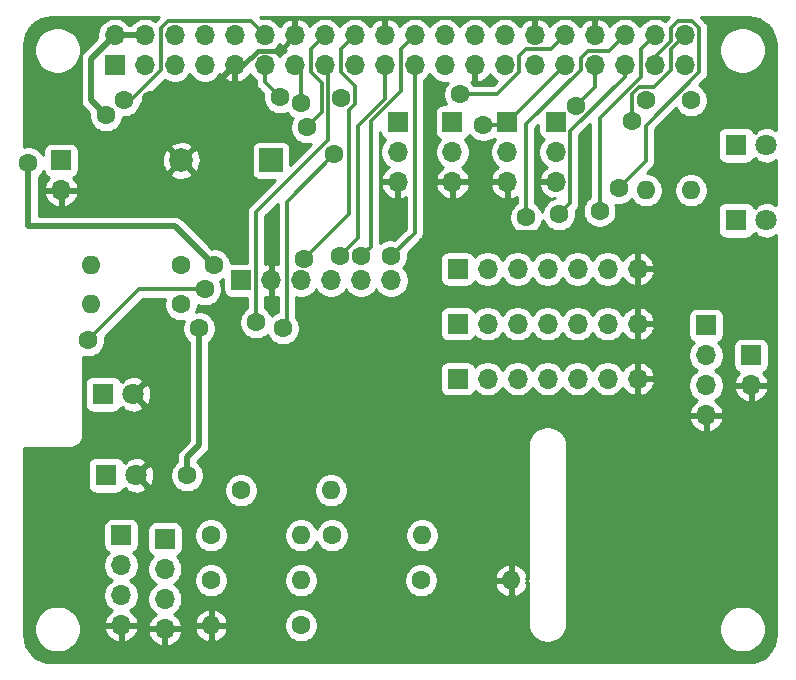
<source format=gtl>
G04 #@! TF.GenerationSoftware,KiCad,Pcbnew,(5.1.12)-1*
G04 #@! TF.CreationDate,2022-03-29T15:25:59+01:00*
G04 #@! TF.ProjectId,Mars Rover,4d617273-2052-46f7-9665-722e6b696361,1.0*
G04 #@! TF.SameCoordinates,Original*
G04 #@! TF.FileFunction,Copper,L1,Top*
G04 #@! TF.FilePolarity,Positive*
%FSLAX46Y46*%
G04 Gerber Fmt 4.6, Leading zero omitted, Abs format (unit mm)*
G04 Created by KiCad (PCBNEW (5.1.12)-1) date 2022-03-29 15:25:59*
%MOMM*%
%LPD*%
G01*
G04 APERTURE LIST*
G04 #@! TA.AperFunction,ComponentPad*
%ADD10C,2.000000*%
G04 #@! TD*
G04 #@! TA.AperFunction,ComponentPad*
%ADD11R,2.000000X2.000000*%
G04 #@! TD*
G04 #@! TA.AperFunction,ComponentPad*
%ADD12O,1.700000X1.700000*%
G04 #@! TD*
G04 #@! TA.AperFunction,ComponentPad*
%ADD13R,1.700000X1.700000*%
G04 #@! TD*
G04 #@! TA.AperFunction,ComponentPad*
%ADD14O,1.600000X1.600000*%
G04 #@! TD*
G04 #@! TA.AperFunction,ComponentPad*
%ADD15C,1.600000*%
G04 #@! TD*
G04 #@! TA.AperFunction,ComponentPad*
%ADD16C,1.800000*%
G04 #@! TD*
G04 #@! TA.AperFunction,ComponentPad*
%ADD17R,1.800000X1.800000*%
G04 #@! TD*
G04 #@! TA.AperFunction,ViaPad*
%ADD18C,1.600000*%
G04 #@! TD*
G04 #@! TA.AperFunction,Conductor*
%ADD19C,0.500000*%
G04 #@! TD*
G04 #@! TA.AperFunction,Conductor*
%ADD20C,0.400000*%
G04 #@! TD*
G04 #@! TA.AperFunction,Conductor*
%ADD21C,0.300000*%
G04 #@! TD*
G04 #@! TA.AperFunction,Conductor*
%ADD22C,0.200000*%
G04 #@! TD*
G04 #@! TA.AperFunction,Conductor*
%ADD23C,0.254000*%
G04 #@! TD*
G04 #@! TA.AperFunction,Conductor*
%ADD24C,0.150000*%
G04 #@! TD*
G04 APERTURE END LIST*
D10*
X213990000Y-106820000D03*
D11*
X221590000Y-106820000D03*
D12*
X208890000Y-146190000D03*
X208890000Y-143650000D03*
X208890000Y-141110000D03*
D13*
X208890000Y-138570000D03*
X208370000Y-98770000D03*
D12*
X208370000Y-96230000D03*
X210910000Y-98770000D03*
X210910000Y-96230000D03*
X213450000Y-98770000D03*
X213450000Y-96230000D03*
X215990000Y-98770000D03*
X215990000Y-96230000D03*
X218530000Y-98770000D03*
X218530000Y-96230000D03*
X221070000Y-98770000D03*
X221070000Y-96230000D03*
X223610000Y-98770000D03*
X223610000Y-96230000D03*
X226150000Y-98770000D03*
X226150000Y-96230000D03*
X228690000Y-98770000D03*
X228690000Y-96230000D03*
X231230000Y-98770000D03*
X231230000Y-96230000D03*
X233770000Y-98770000D03*
X233770000Y-96230000D03*
X236310000Y-98770000D03*
X236310000Y-96230000D03*
X238850000Y-98770000D03*
X238850000Y-96230000D03*
X241390000Y-98770000D03*
X241390000Y-96230000D03*
X243930000Y-98770000D03*
X243930000Y-96230000D03*
X246470000Y-98770000D03*
X246470000Y-96230000D03*
X249010000Y-98770000D03*
X249010000Y-96230000D03*
X251550000Y-98770000D03*
X251550000Y-96230000D03*
X254090000Y-98770000D03*
X254090000Y-96230000D03*
X256630000Y-98770000D03*
X256630000Y-96230000D03*
X241605001Y-108645001D03*
X241605001Y-106105001D03*
D13*
X241605001Y-103565001D03*
D12*
X258420000Y-128410000D03*
X258420000Y-125870000D03*
X258420000Y-123330000D03*
D13*
X258420000Y-120790000D03*
D12*
X212610000Y-146490000D03*
X212610000Y-143950000D03*
X212610000Y-141410000D03*
D13*
X212610000Y-138870000D03*
D14*
X216510000Y-146190000D03*
D15*
X224130000Y-146190000D03*
D14*
X224130000Y-142380000D03*
D15*
X216510000Y-142380000D03*
D14*
X224130000Y-138570000D03*
D15*
X216510000Y-138570000D03*
D14*
X241910000Y-142380000D03*
D15*
X234290000Y-142380000D03*
D14*
X234380000Y-138570000D03*
D15*
X226760000Y-138570000D03*
D14*
X226670000Y-134760000D03*
D15*
X219050000Y-134760000D03*
D12*
X231750000Y-116980000D03*
X229210000Y-116980000D03*
X226670000Y-116980000D03*
X224130000Y-116980000D03*
X221590000Y-116980000D03*
D13*
X219050000Y-116980000D03*
D12*
X252625001Y-116014999D03*
X250085001Y-116014999D03*
X247545001Y-116014999D03*
X245005001Y-116014999D03*
X242465001Y-116014999D03*
X239925001Y-116014999D03*
D13*
X237385001Y-116014999D03*
D12*
X252625001Y-120664999D03*
X250085001Y-120664999D03*
X247545001Y-120664999D03*
X245005001Y-120664999D03*
X242465001Y-120664999D03*
X239925001Y-120664999D03*
D13*
X237385001Y-120664999D03*
D12*
X252625001Y-125314999D03*
X250085001Y-125314999D03*
X247545001Y-125314999D03*
X245005001Y-125314999D03*
X242465001Y-125314999D03*
X239925001Y-125314999D03*
D13*
X237385001Y-125314999D03*
D16*
X263500000Y-105550000D03*
D17*
X260960000Y-105550000D03*
D16*
X263500000Y-111900000D03*
D17*
X260960000Y-111900000D03*
D14*
X253340000Y-109360000D03*
D15*
X253340000Y-101740000D03*
D14*
X257150000Y-109360000D03*
D15*
X257150000Y-101740000D03*
D14*
X206350000Y-115710000D03*
D15*
X213970000Y-115710000D03*
D14*
X206350000Y-119012000D03*
D15*
X213970000Y-119012000D03*
D16*
X209906000Y-126632000D03*
D17*
X207366000Y-126632000D03*
D16*
X210160000Y-133490000D03*
D17*
X207620000Y-133490000D03*
D12*
X203810000Y-109360000D03*
D13*
X203810000Y-106820000D03*
D12*
X262230000Y-125870000D03*
D13*
X262230000Y-123330000D03*
D12*
X245720000Y-108645001D03*
X245720000Y-106105001D03*
D13*
X245720000Y-103565001D03*
D12*
X236955001Y-108645001D03*
X236955001Y-106105001D03*
D13*
X236955001Y-103565001D03*
D12*
X232305001Y-108645001D03*
X232305001Y-106105001D03*
D13*
X232305001Y-103565001D03*
D18*
X216764000Y-115710000D03*
X201050000Y-107074000D03*
X215494000Y-121044000D03*
X214478000Y-133490000D03*
X207620000Y-103010000D03*
X212446000Y-133490000D03*
X205080000Y-141872000D03*
X237338000Y-112154000D03*
X252578000Y-112662000D03*
X233528000Y-120536000D03*
X211430000Y-101740000D03*
X239562945Y-103835602D03*
X251039989Y-109162434D03*
X222352000Y-101486000D03*
X224130000Y-101994000D03*
X220320000Y-120536000D03*
X222606000Y-121044000D03*
X226924000Y-106312000D03*
X224638000Y-104026000D03*
X224384000Y-115202000D03*
X229232013Y-114948000D03*
X227558021Y-101508084D03*
X209144000Y-101740000D03*
X227432000Y-114948000D03*
X231750000Y-114948000D03*
X237592000Y-101232000D03*
X247433322Y-102210323D03*
X245974000Y-111392000D03*
X243180000Y-111646000D03*
X249405363Y-111118715D03*
X252157822Y-103456542D03*
X206096000Y-122060000D03*
X216002000Y-117742000D03*
D19*
X215494000Y-121044000D02*
X215494000Y-130950000D01*
X214478000Y-131966000D02*
X214478000Y-133490000D01*
X215494000Y-130950000D02*
X214478000Y-131966000D01*
X208370000Y-96230000D02*
X210910000Y-96230000D01*
X201016000Y-112408000D02*
X213462000Y-112408000D01*
X201050000Y-112374000D02*
X201016000Y-112408000D01*
X213462000Y-112408000D02*
X216764000Y-115710000D01*
X201050000Y-107074000D02*
X201050000Y-112374000D01*
X208370000Y-96230000D02*
X206350000Y-98250000D01*
X206350000Y-98250000D02*
X206350000Y-101740000D01*
X206350000Y-101740000D02*
X207620000Y-103010000D01*
X212446000Y-133490000D02*
X212446000Y-135268000D01*
X205080000Y-139869998D02*
X205080000Y-141872000D01*
X209681998Y-135268000D02*
X205080000Y-139869998D01*
X212446000Y-135268000D02*
X209681998Y-135268000D01*
X238137999Y-112953999D02*
X252286001Y-112953999D01*
X252286001Y-112953999D02*
X252578000Y-112662000D01*
X237338000Y-112154000D02*
X238137999Y-112953999D01*
D20*
X222320001Y-97519999D02*
X223610000Y-96230000D01*
X220469999Y-97519999D02*
X222320001Y-97519999D01*
X219219998Y-98770000D02*
X220469999Y-97519999D01*
X218530000Y-98770000D02*
X219219998Y-98770000D01*
D19*
X218530000Y-98770000D02*
X215560000Y-101740000D01*
X215560000Y-101740000D02*
X211430000Y-101740000D01*
D21*
X241404398Y-103835602D02*
X239562945Y-103835602D01*
X246470000Y-98770000D02*
X241404398Y-103835602D01*
D22*
X254200000Y-98880000D02*
X254090000Y-98770000D01*
X247545001Y-116014999D02*
X248313003Y-116014999D01*
D21*
X254090000Y-98770000D02*
X254090000Y-98062878D01*
X254090000Y-98062878D02*
X255429999Y-96722879D01*
X256053999Y-95029999D02*
X257206001Y-95029999D01*
X255429999Y-95653999D02*
X256053999Y-95029999D01*
X257206001Y-95029999D02*
X257830001Y-95653999D01*
X253307823Y-103868179D02*
X253307823Y-106894600D01*
X257830001Y-99346001D02*
X253307823Y-103868179D01*
X257830001Y-95653999D02*
X257830001Y-99346001D01*
X253307823Y-106894600D02*
X251039989Y-109162434D01*
X255429999Y-96722879D02*
X255429999Y-95653999D01*
X221070000Y-100204000D02*
X221070000Y-98770000D01*
X222352000Y-101486000D02*
X221070000Y-100204000D01*
X224130000Y-99290000D02*
X223610000Y-98770000D01*
X224130000Y-101994000D02*
X224130000Y-99290000D01*
D22*
X226550001Y-99170001D02*
X226150000Y-98770000D01*
X226150000Y-98172000D02*
X226150000Y-98770000D01*
D21*
X226408010Y-105125986D02*
X226408010Y-99028010D01*
X220320000Y-111213996D02*
X226408010Y-105125986D01*
X220320000Y-120536000D02*
X220320000Y-111213996D01*
X226408010Y-99028010D02*
X226150000Y-98770000D01*
X222929999Y-120720001D02*
X222929999Y-110306001D01*
X222606000Y-121044000D02*
X222929999Y-120720001D01*
X222929999Y-110306001D02*
X226924000Y-106312000D01*
X224949999Y-99346001D02*
X224949999Y-97430001D01*
X224638000Y-104026000D02*
X225908000Y-102756000D01*
X224949999Y-97430001D02*
X226150000Y-96230000D01*
X225908000Y-100304002D02*
X224949999Y-99346001D01*
X225908000Y-102756000D02*
X225908000Y-100304002D01*
X228194000Y-111392000D02*
X228194000Y-102574107D01*
X227489999Y-97430001D02*
X228690000Y-96230000D01*
X228708022Y-100564024D02*
X227489999Y-99346001D01*
X228194000Y-102574107D02*
X228708022Y-102060085D01*
X228708022Y-102060085D02*
X228708022Y-100564024D01*
X224384000Y-115202000D02*
X228194000Y-111392000D01*
X227489999Y-99346001D02*
X227489999Y-97430001D01*
X230032012Y-114148001D02*
X229232013Y-114948000D01*
X230032012Y-103507988D02*
X230032012Y-114148001D01*
X232569999Y-97430001D02*
X232569999Y-100970001D01*
X233770000Y-96230000D02*
X232569999Y-97430001D01*
X232569999Y-100970001D02*
X230032012Y-103507988D01*
X212249999Y-99206003D02*
X212249999Y-95653999D01*
X209144000Y-101740000D02*
X209716002Y-101740000D01*
X212249999Y-95653999D02*
X212873999Y-95029999D01*
X212873999Y-95029999D02*
X219869999Y-95029999D01*
X209716002Y-101740000D02*
X212249999Y-99206003D01*
X219869999Y-95029999D02*
X221070000Y-96230000D01*
X231230000Y-101602878D02*
X231230000Y-98770000D01*
X227432000Y-114948000D02*
X228948011Y-113431989D01*
X228948011Y-113431989D02*
X228948011Y-103884867D01*
X228948011Y-103884867D02*
X231230000Y-101602878D01*
X233770000Y-112928000D02*
X233770000Y-98770000D01*
X231750000Y-114948000D02*
X233770000Y-112928000D01*
X242590001Y-98011999D02*
X242590001Y-99346001D01*
X243171999Y-97430001D02*
X242590001Y-98011999D01*
X240704002Y-101232000D02*
X237592000Y-101232000D01*
X242590001Y-99346001D02*
X240704002Y-101232000D01*
X246470000Y-96230000D02*
X245269999Y-97430001D01*
X245269999Y-97430001D02*
X243171999Y-97430001D01*
X249010000Y-100633645D02*
X247433322Y-102210323D01*
X249010000Y-98770000D02*
X249010000Y-100633645D01*
X251550000Y-99719999D02*
X251550000Y-98770000D01*
X246920001Y-104349998D02*
X251550000Y-99719999D01*
X246920001Y-110445999D02*
X246920001Y-104349998D01*
X245974000Y-111392000D02*
X246920001Y-110445999D01*
X250210001Y-97569999D02*
X251550000Y-96230000D01*
X248433999Y-97569999D02*
X250210001Y-97569999D01*
X247809999Y-98193999D02*
X248433999Y-97569999D01*
X247809999Y-99145000D02*
X247809999Y-98193999D01*
X243180000Y-103774999D02*
X247809999Y-99145000D01*
X243180000Y-111646000D02*
X243180000Y-103774999D01*
X252889999Y-97430001D02*
X252889999Y-99780877D01*
X252889999Y-99780877D02*
X249405363Y-103265513D01*
X249405363Y-103265513D02*
X249405363Y-111118715D01*
X254090000Y-96230000D02*
X252889999Y-97430001D01*
X256630000Y-96230000D02*
X255429999Y-97430001D01*
X254046003Y-100589999D02*
X252787999Y-100589999D01*
X252787999Y-100589999D02*
X252157822Y-101220176D01*
X255429999Y-99206003D02*
X254046003Y-100589999D01*
X255429999Y-97430001D02*
X255429999Y-99206003D01*
X252157822Y-101220176D02*
X252157822Y-103456542D01*
X210414000Y-117742000D02*
X216002000Y-117742000D01*
X206096000Y-122060000D02*
X210414000Y-117742000D01*
D23*
X262449016Y-94732312D02*
X262880930Y-94862714D01*
X263279285Y-95074524D01*
X263628914Y-95359675D01*
X263916497Y-95707303D01*
X264131086Y-96104177D01*
X264264498Y-96535161D01*
X264315001Y-97015663D01*
X264315001Y-104274897D01*
X264300792Y-104231739D01*
X264028225Y-104100842D01*
X263735358Y-104025635D01*
X263433447Y-104009009D01*
X263134093Y-104051603D01*
X262848801Y-104151778D01*
X262699208Y-104231739D01*
X262615526Y-104485918D01*
X262499578Y-104369970D01*
X262452813Y-104416735D01*
X262449502Y-104405820D01*
X262390537Y-104295506D01*
X262311185Y-104198815D01*
X262214494Y-104119463D01*
X262104180Y-104060498D01*
X261984482Y-104024188D01*
X261860000Y-104011928D01*
X260060000Y-104011928D01*
X259935518Y-104024188D01*
X259815820Y-104060498D01*
X259705506Y-104119463D01*
X259608815Y-104198815D01*
X259529463Y-104295506D01*
X259470498Y-104405820D01*
X259434188Y-104525518D01*
X259421928Y-104650000D01*
X259421928Y-106450000D01*
X259434188Y-106574482D01*
X259470498Y-106694180D01*
X259529463Y-106804494D01*
X259608815Y-106901185D01*
X259705506Y-106980537D01*
X259815820Y-107039502D01*
X259935518Y-107075812D01*
X260060000Y-107088072D01*
X261860000Y-107088072D01*
X261984482Y-107075812D01*
X262104180Y-107039502D01*
X262214494Y-106980537D01*
X262311185Y-106901185D01*
X262390537Y-106804494D01*
X262449502Y-106694180D01*
X262452813Y-106683265D01*
X262499578Y-106730030D01*
X262615526Y-106614082D01*
X262699208Y-106868261D01*
X262971775Y-106999158D01*
X263264642Y-107074365D01*
X263566553Y-107090991D01*
X263865907Y-107048397D01*
X264151199Y-106948222D01*
X264300792Y-106868261D01*
X264315001Y-106825103D01*
X264315001Y-110624897D01*
X264300792Y-110581739D01*
X264028225Y-110450842D01*
X263735358Y-110375635D01*
X263433447Y-110359009D01*
X263134093Y-110401603D01*
X262848801Y-110501778D01*
X262699208Y-110581739D01*
X262615526Y-110835918D01*
X262499578Y-110719970D01*
X262452813Y-110766735D01*
X262449502Y-110755820D01*
X262390537Y-110645506D01*
X262311185Y-110548815D01*
X262214494Y-110469463D01*
X262104180Y-110410498D01*
X261984482Y-110374188D01*
X261860000Y-110361928D01*
X260060000Y-110361928D01*
X259935518Y-110374188D01*
X259815820Y-110410498D01*
X259705506Y-110469463D01*
X259608815Y-110548815D01*
X259529463Y-110645506D01*
X259470498Y-110755820D01*
X259434188Y-110875518D01*
X259421928Y-111000000D01*
X259421928Y-112800000D01*
X259434188Y-112924482D01*
X259470498Y-113044180D01*
X259529463Y-113154494D01*
X259608815Y-113251185D01*
X259705506Y-113330537D01*
X259815820Y-113389502D01*
X259935518Y-113425812D01*
X260060000Y-113438072D01*
X261860000Y-113438072D01*
X261984482Y-113425812D01*
X262104180Y-113389502D01*
X262214494Y-113330537D01*
X262311185Y-113251185D01*
X262390537Y-113154494D01*
X262449502Y-113044180D01*
X262452813Y-113033265D01*
X262499578Y-113080030D01*
X262615526Y-112964082D01*
X262699208Y-113218261D01*
X262971775Y-113349158D01*
X263264642Y-113424365D01*
X263566553Y-113440991D01*
X263865907Y-113398397D01*
X264151199Y-113298222D01*
X264300792Y-113218261D01*
X264315001Y-113175103D01*
X264315000Y-146966495D01*
X264267688Y-147449016D01*
X264137287Y-147880927D01*
X263925480Y-148279280D01*
X263640325Y-148628914D01*
X263292697Y-148916497D01*
X262895825Y-149131085D01*
X262464834Y-149264500D01*
X261984346Y-149315000D01*
X203033504Y-149315000D01*
X202550984Y-149267688D01*
X202119073Y-149137287D01*
X201720720Y-148925480D01*
X201371086Y-148640325D01*
X201083503Y-148292697D01*
X200868915Y-147895825D01*
X200735500Y-147464834D01*
X200685000Y-146984346D01*
X200685000Y-146304495D01*
X201515000Y-146304495D01*
X201515000Y-146695505D01*
X201591282Y-147079003D01*
X201740915Y-147440250D01*
X201958149Y-147765364D01*
X202234636Y-148041851D01*
X202559750Y-148259085D01*
X202920997Y-148408718D01*
X203304495Y-148485000D01*
X203695505Y-148485000D01*
X204079003Y-148408718D01*
X204440250Y-148259085D01*
X204765364Y-148041851D01*
X205041851Y-147765364D01*
X205259085Y-147440250D01*
X205408718Y-147079003D01*
X205485000Y-146695505D01*
X205485000Y-146546890D01*
X207448524Y-146546890D01*
X207493175Y-146694099D01*
X207618359Y-146956920D01*
X207792412Y-147190269D01*
X208008645Y-147385178D01*
X208258748Y-147534157D01*
X208533109Y-147631481D01*
X208763000Y-147510814D01*
X208763000Y-146317000D01*
X209017000Y-146317000D01*
X209017000Y-147510814D01*
X209246891Y-147631481D01*
X209521252Y-147534157D01*
X209771355Y-147385178D01*
X209987588Y-147190269D01*
X210161641Y-146956920D01*
X210214049Y-146846890D01*
X211168524Y-146846890D01*
X211213175Y-146994099D01*
X211338359Y-147256920D01*
X211512412Y-147490269D01*
X211728645Y-147685178D01*
X211978748Y-147834157D01*
X212253109Y-147931481D01*
X212483000Y-147810814D01*
X212483000Y-146617000D01*
X212737000Y-146617000D01*
X212737000Y-147810814D01*
X212966891Y-147931481D01*
X213241252Y-147834157D01*
X213491355Y-147685178D01*
X213707588Y-147490269D01*
X213881641Y-147256920D01*
X214006825Y-146994099D01*
X214051476Y-146846890D01*
X213930155Y-146617000D01*
X212737000Y-146617000D01*
X212483000Y-146617000D01*
X211289845Y-146617000D01*
X211168524Y-146846890D01*
X210214049Y-146846890D01*
X210286825Y-146694099D01*
X210331476Y-146546890D01*
X210327333Y-146539039D01*
X215118096Y-146539039D01*
X215158754Y-146673087D01*
X215278963Y-146927420D01*
X215446481Y-147153414D01*
X215654869Y-147342385D01*
X215896119Y-147487070D01*
X216160960Y-147581909D01*
X216383000Y-147460624D01*
X216383000Y-146317000D01*
X216637000Y-146317000D01*
X216637000Y-147460624D01*
X216859040Y-147581909D01*
X217123881Y-147487070D01*
X217365131Y-147342385D01*
X217573519Y-147153414D01*
X217741037Y-146927420D01*
X217861246Y-146673087D01*
X217901904Y-146539039D01*
X217779915Y-146317000D01*
X216637000Y-146317000D01*
X216383000Y-146317000D01*
X215240085Y-146317000D01*
X215118096Y-146539039D01*
X210327333Y-146539039D01*
X210210155Y-146317000D01*
X209017000Y-146317000D01*
X208763000Y-146317000D01*
X207569845Y-146317000D01*
X207448524Y-146546890D01*
X205485000Y-146546890D01*
X205485000Y-146304495D01*
X205408718Y-145920997D01*
X205259085Y-145559750D01*
X205041851Y-145234636D01*
X204765364Y-144958149D01*
X204440250Y-144740915D01*
X204079003Y-144591282D01*
X203695505Y-144515000D01*
X203304495Y-144515000D01*
X202920997Y-144591282D01*
X202559750Y-144740915D01*
X202234636Y-144958149D01*
X201958149Y-145234636D01*
X201740915Y-145559750D01*
X201591282Y-145920997D01*
X201515000Y-146304495D01*
X200685000Y-146304495D01*
X200685000Y-137720000D01*
X207401928Y-137720000D01*
X207401928Y-139420000D01*
X207414188Y-139544482D01*
X207450498Y-139664180D01*
X207509463Y-139774494D01*
X207588815Y-139871185D01*
X207685506Y-139950537D01*
X207795820Y-140009502D01*
X207868380Y-140031513D01*
X207736525Y-140163368D01*
X207574010Y-140406589D01*
X207462068Y-140676842D01*
X207405000Y-140963740D01*
X207405000Y-141256260D01*
X207462068Y-141543158D01*
X207574010Y-141813411D01*
X207736525Y-142056632D01*
X207943368Y-142263475D01*
X208117760Y-142380000D01*
X207943368Y-142496525D01*
X207736525Y-142703368D01*
X207574010Y-142946589D01*
X207462068Y-143216842D01*
X207405000Y-143503740D01*
X207405000Y-143796260D01*
X207462068Y-144083158D01*
X207574010Y-144353411D01*
X207736525Y-144596632D01*
X207943368Y-144803475D01*
X208125534Y-144925195D01*
X208008645Y-144994822D01*
X207792412Y-145189731D01*
X207618359Y-145423080D01*
X207493175Y-145685901D01*
X207448524Y-145833110D01*
X207569845Y-146063000D01*
X208763000Y-146063000D01*
X208763000Y-146043000D01*
X209017000Y-146043000D01*
X209017000Y-146063000D01*
X210210155Y-146063000D01*
X210331476Y-145833110D01*
X210286825Y-145685901D01*
X210161641Y-145423080D01*
X209987588Y-145189731D01*
X209771355Y-144994822D01*
X209654466Y-144925195D01*
X209836632Y-144803475D01*
X210043475Y-144596632D01*
X210205990Y-144353411D01*
X210317932Y-144083158D01*
X210375000Y-143796260D01*
X210375000Y-143503740D01*
X210317932Y-143216842D01*
X210205990Y-142946589D01*
X210043475Y-142703368D01*
X209836632Y-142496525D01*
X209662240Y-142380000D01*
X209836632Y-142263475D01*
X210043475Y-142056632D01*
X210205990Y-141813411D01*
X210317932Y-141543158D01*
X210375000Y-141256260D01*
X210375000Y-140963740D01*
X210317932Y-140676842D01*
X210205990Y-140406589D01*
X210043475Y-140163368D01*
X209911620Y-140031513D01*
X209984180Y-140009502D01*
X210094494Y-139950537D01*
X210191185Y-139871185D01*
X210270537Y-139774494D01*
X210329502Y-139664180D01*
X210365812Y-139544482D01*
X210378072Y-139420000D01*
X210378072Y-138020000D01*
X211121928Y-138020000D01*
X211121928Y-139720000D01*
X211134188Y-139844482D01*
X211170498Y-139964180D01*
X211229463Y-140074494D01*
X211308815Y-140171185D01*
X211405506Y-140250537D01*
X211515820Y-140309502D01*
X211588380Y-140331513D01*
X211456525Y-140463368D01*
X211294010Y-140706589D01*
X211182068Y-140976842D01*
X211125000Y-141263740D01*
X211125000Y-141556260D01*
X211182068Y-141843158D01*
X211294010Y-142113411D01*
X211456525Y-142356632D01*
X211663368Y-142563475D01*
X211837760Y-142680000D01*
X211663368Y-142796525D01*
X211456525Y-143003368D01*
X211294010Y-143246589D01*
X211182068Y-143516842D01*
X211125000Y-143803740D01*
X211125000Y-144096260D01*
X211182068Y-144383158D01*
X211294010Y-144653411D01*
X211456525Y-144896632D01*
X211663368Y-145103475D01*
X211845534Y-145225195D01*
X211728645Y-145294822D01*
X211512412Y-145489731D01*
X211338359Y-145723080D01*
X211213175Y-145985901D01*
X211168524Y-146133110D01*
X211289845Y-146363000D01*
X212483000Y-146363000D01*
X212483000Y-146343000D01*
X212737000Y-146343000D01*
X212737000Y-146363000D01*
X213930155Y-146363000D01*
X214051476Y-146133110D01*
X214006825Y-145985901D01*
X213937789Y-145840961D01*
X215118096Y-145840961D01*
X215240085Y-146063000D01*
X216383000Y-146063000D01*
X216383000Y-144919376D01*
X216637000Y-144919376D01*
X216637000Y-146063000D01*
X217779915Y-146063000D01*
X217787790Y-146048665D01*
X222695000Y-146048665D01*
X222695000Y-146331335D01*
X222750147Y-146608574D01*
X222858320Y-146869727D01*
X223015363Y-147104759D01*
X223215241Y-147304637D01*
X223450273Y-147461680D01*
X223711426Y-147569853D01*
X223988665Y-147625000D01*
X224271335Y-147625000D01*
X224548574Y-147569853D01*
X224809727Y-147461680D01*
X225044759Y-147304637D01*
X225244637Y-147104759D01*
X225401680Y-146869727D01*
X225509853Y-146608574D01*
X225565000Y-146331335D01*
X225565000Y-146048665D01*
X225509853Y-145771426D01*
X225401680Y-145510273D01*
X225244637Y-145275241D01*
X225044759Y-145075363D01*
X224809727Y-144918320D01*
X224548574Y-144810147D01*
X224271335Y-144755000D01*
X223988665Y-144755000D01*
X223711426Y-144810147D01*
X223450273Y-144918320D01*
X223215241Y-145075363D01*
X223015363Y-145275241D01*
X222858320Y-145510273D01*
X222750147Y-145771426D01*
X222695000Y-146048665D01*
X217787790Y-146048665D01*
X217901904Y-145840961D01*
X217861246Y-145706913D01*
X217741037Y-145452580D01*
X217573519Y-145226586D01*
X217365131Y-145037615D01*
X217123881Y-144892930D01*
X216859040Y-144798091D01*
X216637000Y-144919376D01*
X216383000Y-144919376D01*
X216160960Y-144798091D01*
X215896119Y-144892930D01*
X215654869Y-145037615D01*
X215446481Y-145226586D01*
X215278963Y-145452580D01*
X215158754Y-145706913D01*
X215118096Y-145840961D01*
X213937789Y-145840961D01*
X213881641Y-145723080D01*
X213707588Y-145489731D01*
X213491355Y-145294822D01*
X213374466Y-145225195D01*
X213556632Y-145103475D01*
X213763475Y-144896632D01*
X213925990Y-144653411D01*
X214037932Y-144383158D01*
X214095000Y-144096260D01*
X214095000Y-143803740D01*
X214037932Y-143516842D01*
X213925990Y-143246589D01*
X213763475Y-143003368D01*
X213556632Y-142796525D01*
X213382240Y-142680000D01*
X213556632Y-142563475D01*
X213763475Y-142356632D01*
X213842297Y-142238665D01*
X215075000Y-142238665D01*
X215075000Y-142521335D01*
X215130147Y-142798574D01*
X215238320Y-143059727D01*
X215395363Y-143294759D01*
X215595241Y-143494637D01*
X215830273Y-143651680D01*
X216091426Y-143759853D01*
X216368665Y-143815000D01*
X216651335Y-143815000D01*
X216928574Y-143759853D01*
X217189727Y-143651680D01*
X217424759Y-143494637D01*
X217624637Y-143294759D01*
X217781680Y-143059727D01*
X217889853Y-142798574D01*
X217945000Y-142521335D01*
X217945000Y-142238665D01*
X222695000Y-142238665D01*
X222695000Y-142521335D01*
X222750147Y-142798574D01*
X222858320Y-143059727D01*
X223015363Y-143294759D01*
X223215241Y-143494637D01*
X223450273Y-143651680D01*
X223711426Y-143759853D01*
X223988665Y-143815000D01*
X224271335Y-143815000D01*
X224548574Y-143759853D01*
X224809727Y-143651680D01*
X225044759Y-143494637D01*
X225244637Y-143294759D01*
X225401680Y-143059727D01*
X225509853Y-142798574D01*
X225565000Y-142521335D01*
X225565000Y-142238665D01*
X232855000Y-142238665D01*
X232855000Y-142521335D01*
X232910147Y-142798574D01*
X233018320Y-143059727D01*
X233175363Y-143294759D01*
X233375241Y-143494637D01*
X233610273Y-143651680D01*
X233871426Y-143759853D01*
X234148665Y-143815000D01*
X234431335Y-143815000D01*
X234708574Y-143759853D01*
X234969727Y-143651680D01*
X235204759Y-143494637D01*
X235404637Y-143294759D01*
X235561680Y-143059727D01*
X235669853Y-142798574D01*
X235683684Y-142729039D01*
X240518096Y-142729039D01*
X240558754Y-142863087D01*
X240678963Y-143117420D01*
X240846481Y-143343414D01*
X241054869Y-143532385D01*
X241296119Y-143677070D01*
X241560960Y-143771909D01*
X241783000Y-143650624D01*
X241783000Y-142507000D01*
X240640085Y-142507000D01*
X240518096Y-142729039D01*
X235683684Y-142729039D01*
X235725000Y-142521335D01*
X235725000Y-142238665D01*
X235683685Y-142030961D01*
X240518096Y-142030961D01*
X240640085Y-142253000D01*
X241783000Y-142253000D01*
X241783000Y-141109376D01*
X242037000Y-141109376D01*
X242037000Y-142253000D01*
X242057000Y-142253000D01*
X242057000Y-142507000D01*
X242037000Y-142507000D01*
X242037000Y-143650624D01*
X242259040Y-143771909D01*
X242523881Y-143677070D01*
X242765131Y-143532385D01*
X242973519Y-143343414D01*
X243141037Y-143117420D01*
X243261246Y-142863087D01*
X243301904Y-142729039D01*
X243179916Y-142507002D01*
X243315000Y-142507002D01*
X243315000Y-146033646D01*
X243318366Y-146067821D01*
X243318366Y-146080806D01*
X243319366Y-146090318D01*
X243341121Y-146284268D01*
X243354025Y-146344976D01*
X243366089Y-146405901D01*
X243368917Y-146415038D01*
X243427930Y-146601068D01*
X243452377Y-146658105D01*
X243476046Y-146715531D01*
X243480595Y-146723944D01*
X243574617Y-146894969D01*
X243609692Y-146946194D01*
X243644050Y-146997906D01*
X243650146Y-147005276D01*
X243775596Y-147154782D01*
X243819974Y-147198240D01*
X243863703Y-147242275D01*
X243871109Y-147248315D01*
X243871113Y-147248319D01*
X243871115Y-147248320D01*
X244023214Y-147370611D01*
X244075139Y-147404589D01*
X244126632Y-147439322D01*
X244135077Y-147443812D01*
X244308033Y-147534232D01*
X244365590Y-147557487D01*
X244422835Y-147581550D01*
X244431991Y-147584315D01*
X244619217Y-147639418D01*
X244680218Y-147651054D01*
X244741015Y-147663534D01*
X244750533Y-147664468D01*
X244944895Y-147682157D01*
X245006986Y-147681723D01*
X245069066Y-147682156D01*
X245078585Y-147681223D01*
X245272682Y-147660822D01*
X245333496Y-147648339D01*
X245394481Y-147636705D01*
X245403637Y-147633941D01*
X245590075Y-147576229D01*
X245647279Y-147552182D01*
X245704873Y-147528913D01*
X245713317Y-147524423D01*
X245884994Y-147431598D01*
X245936468Y-147396878D01*
X245988418Y-147362883D01*
X245995829Y-147356839D01*
X246146207Y-147232435D01*
X246189973Y-147188362D01*
X246234311Y-147144943D01*
X246240408Y-147137574D01*
X246363758Y-146986332D01*
X246398126Y-146934603D01*
X246433191Y-146883392D01*
X246437739Y-146874981D01*
X246437740Y-146874980D01*
X246437742Y-146874976D01*
X246529366Y-146702657D01*
X246553022Y-146645261D01*
X246577482Y-146588193D01*
X246580310Y-146579056D01*
X246636719Y-146392220D01*
X246648780Y-146331310D01*
X246654479Y-146304495D01*
X259515000Y-146304495D01*
X259515000Y-146695505D01*
X259591282Y-147079003D01*
X259740915Y-147440250D01*
X259958149Y-147765364D01*
X260234636Y-148041851D01*
X260559750Y-148259085D01*
X260920997Y-148408718D01*
X261304495Y-148485000D01*
X261695505Y-148485000D01*
X262079003Y-148408718D01*
X262440250Y-148259085D01*
X262765364Y-148041851D01*
X263041851Y-147765364D01*
X263259085Y-147440250D01*
X263408718Y-147079003D01*
X263485000Y-146695505D01*
X263485000Y-146304495D01*
X263408718Y-145920997D01*
X263259085Y-145559750D01*
X263041851Y-145234636D01*
X262765364Y-144958149D01*
X262440250Y-144740915D01*
X262079003Y-144591282D01*
X261695505Y-144515000D01*
X261304495Y-144515000D01*
X260920997Y-144591282D01*
X260559750Y-144740915D01*
X260234636Y-144958149D01*
X259958149Y-145234636D01*
X259740915Y-145559750D01*
X259591282Y-145920997D01*
X259515000Y-146304495D01*
X246654479Y-146304495D01*
X246661686Y-146270591D01*
X246662686Y-146261079D01*
X246681731Y-146066845D01*
X246681731Y-146066837D01*
X246685000Y-146033647D01*
X246685000Y-130966353D01*
X246681633Y-130932169D01*
X246681633Y-130919193D01*
X246680634Y-130909681D01*
X246658879Y-130715732D01*
X246645975Y-130655024D01*
X246633911Y-130594099D01*
X246631083Y-130584962D01*
X246572070Y-130398932D01*
X246547618Y-130341882D01*
X246523954Y-130284470D01*
X246519405Y-130276056D01*
X246425383Y-130105031D01*
X246390310Y-130053809D01*
X246355951Y-130002094D01*
X246349854Y-129994724D01*
X246224404Y-129845218D01*
X246180046Y-129801779D01*
X246136297Y-129757724D01*
X246128885Y-129751679D01*
X245976785Y-129629389D01*
X245924845Y-129595401D01*
X245873367Y-129560678D01*
X245864923Y-129556187D01*
X245691967Y-129465768D01*
X245634410Y-129442513D01*
X245577165Y-129418450D01*
X245568009Y-129415685D01*
X245380783Y-129360582D01*
X245319775Y-129348945D01*
X245258985Y-129336466D01*
X245249466Y-129335532D01*
X245055105Y-129317843D01*
X244992981Y-129318277D01*
X244930933Y-129317844D01*
X244921426Y-129318776D01*
X244921419Y-129318776D01*
X244921413Y-129318777D01*
X244727318Y-129339178D01*
X244666504Y-129351661D01*
X244605519Y-129363295D01*
X244596363Y-129366059D01*
X244409925Y-129423771D01*
X244352692Y-129447830D01*
X244295127Y-129471087D01*
X244286682Y-129475577D01*
X244115006Y-129568402D01*
X244063532Y-129603122D01*
X244011582Y-129637117D01*
X244004170Y-129643162D01*
X243853793Y-129767565D01*
X243810027Y-129811638D01*
X243765689Y-129855057D01*
X243759592Y-129862426D01*
X243636242Y-130013668D01*
X243601881Y-130065386D01*
X243566809Y-130116607D01*
X243562260Y-130125020D01*
X243470635Y-130297343D01*
X243446978Y-130354739D01*
X243422519Y-130411807D01*
X243419690Y-130420943D01*
X243363281Y-130607780D01*
X243351219Y-130668698D01*
X243338314Y-130729410D01*
X243337314Y-130738922D01*
X243318269Y-130933155D01*
X243318269Y-130933173D01*
X243315001Y-130966353D01*
X243315000Y-142252998D01*
X243179916Y-142252998D01*
X243301904Y-142030961D01*
X243261246Y-141896913D01*
X243141037Y-141642580D01*
X242973519Y-141416586D01*
X242765131Y-141227615D01*
X242523881Y-141082930D01*
X242259040Y-140988091D01*
X242037000Y-141109376D01*
X241783000Y-141109376D01*
X241560960Y-140988091D01*
X241296119Y-141082930D01*
X241054869Y-141227615D01*
X240846481Y-141416586D01*
X240678963Y-141642580D01*
X240558754Y-141896913D01*
X240518096Y-142030961D01*
X235683685Y-142030961D01*
X235669853Y-141961426D01*
X235561680Y-141700273D01*
X235404637Y-141465241D01*
X235204759Y-141265363D01*
X234969727Y-141108320D01*
X234708574Y-141000147D01*
X234431335Y-140945000D01*
X234148665Y-140945000D01*
X233871426Y-141000147D01*
X233610273Y-141108320D01*
X233375241Y-141265363D01*
X233175363Y-141465241D01*
X233018320Y-141700273D01*
X232910147Y-141961426D01*
X232855000Y-142238665D01*
X225565000Y-142238665D01*
X225509853Y-141961426D01*
X225401680Y-141700273D01*
X225244637Y-141465241D01*
X225044759Y-141265363D01*
X224809727Y-141108320D01*
X224548574Y-141000147D01*
X224271335Y-140945000D01*
X223988665Y-140945000D01*
X223711426Y-141000147D01*
X223450273Y-141108320D01*
X223215241Y-141265363D01*
X223015363Y-141465241D01*
X222858320Y-141700273D01*
X222750147Y-141961426D01*
X222695000Y-142238665D01*
X217945000Y-142238665D01*
X217889853Y-141961426D01*
X217781680Y-141700273D01*
X217624637Y-141465241D01*
X217424759Y-141265363D01*
X217189727Y-141108320D01*
X216928574Y-141000147D01*
X216651335Y-140945000D01*
X216368665Y-140945000D01*
X216091426Y-141000147D01*
X215830273Y-141108320D01*
X215595241Y-141265363D01*
X215395363Y-141465241D01*
X215238320Y-141700273D01*
X215130147Y-141961426D01*
X215075000Y-142238665D01*
X213842297Y-142238665D01*
X213925990Y-142113411D01*
X214037932Y-141843158D01*
X214095000Y-141556260D01*
X214095000Y-141263740D01*
X214037932Y-140976842D01*
X213925990Y-140706589D01*
X213763475Y-140463368D01*
X213631620Y-140331513D01*
X213704180Y-140309502D01*
X213814494Y-140250537D01*
X213911185Y-140171185D01*
X213990537Y-140074494D01*
X214049502Y-139964180D01*
X214085812Y-139844482D01*
X214098072Y-139720000D01*
X214098072Y-138428665D01*
X215075000Y-138428665D01*
X215075000Y-138711335D01*
X215130147Y-138988574D01*
X215238320Y-139249727D01*
X215395363Y-139484759D01*
X215595241Y-139684637D01*
X215830273Y-139841680D01*
X216091426Y-139949853D01*
X216368665Y-140005000D01*
X216651335Y-140005000D01*
X216928574Y-139949853D01*
X217189727Y-139841680D01*
X217424759Y-139684637D01*
X217624637Y-139484759D01*
X217781680Y-139249727D01*
X217889853Y-138988574D01*
X217945000Y-138711335D01*
X217945000Y-138428665D01*
X222695000Y-138428665D01*
X222695000Y-138711335D01*
X222750147Y-138988574D01*
X222858320Y-139249727D01*
X223015363Y-139484759D01*
X223215241Y-139684637D01*
X223450273Y-139841680D01*
X223711426Y-139949853D01*
X223988665Y-140005000D01*
X224271335Y-140005000D01*
X224548574Y-139949853D01*
X224809727Y-139841680D01*
X225044759Y-139684637D01*
X225244637Y-139484759D01*
X225401680Y-139249727D01*
X225445000Y-139145143D01*
X225488320Y-139249727D01*
X225645363Y-139484759D01*
X225845241Y-139684637D01*
X226080273Y-139841680D01*
X226341426Y-139949853D01*
X226618665Y-140005000D01*
X226901335Y-140005000D01*
X227178574Y-139949853D01*
X227439727Y-139841680D01*
X227674759Y-139684637D01*
X227874637Y-139484759D01*
X228031680Y-139249727D01*
X228139853Y-138988574D01*
X228195000Y-138711335D01*
X228195000Y-138428665D01*
X232945000Y-138428665D01*
X232945000Y-138711335D01*
X233000147Y-138988574D01*
X233108320Y-139249727D01*
X233265363Y-139484759D01*
X233465241Y-139684637D01*
X233700273Y-139841680D01*
X233961426Y-139949853D01*
X234238665Y-140005000D01*
X234521335Y-140005000D01*
X234798574Y-139949853D01*
X235059727Y-139841680D01*
X235294759Y-139684637D01*
X235494637Y-139484759D01*
X235651680Y-139249727D01*
X235759853Y-138988574D01*
X235815000Y-138711335D01*
X235815000Y-138428665D01*
X235759853Y-138151426D01*
X235651680Y-137890273D01*
X235494637Y-137655241D01*
X235294759Y-137455363D01*
X235059727Y-137298320D01*
X234798574Y-137190147D01*
X234521335Y-137135000D01*
X234238665Y-137135000D01*
X233961426Y-137190147D01*
X233700273Y-137298320D01*
X233465241Y-137455363D01*
X233265363Y-137655241D01*
X233108320Y-137890273D01*
X233000147Y-138151426D01*
X232945000Y-138428665D01*
X228195000Y-138428665D01*
X228139853Y-138151426D01*
X228031680Y-137890273D01*
X227874637Y-137655241D01*
X227674759Y-137455363D01*
X227439727Y-137298320D01*
X227178574Y-137190147D01*
X226901335Y-137135000D01*
X226618665Y-137135000D01*
X226341426Y-137190147D01*
X226080273Y-137298320D01*
X225845241Y-137455363D01*
X225645363Y-137655241D01*
X225488320Y-137890273D01*
X225445000Y-137994857D01*
X225401680Y-137890273D01*
X225244637Y-137655241D01*
X225044759Y-137455363D01*
X224809727Y-137298320D01*
X224548574Y-137190147D01*
X224271335Y-137135000D01*
X223988665Y-137135000D01*
X223711426Y-137190147D01*
X223450273Y-137298320D01*
X223215241Y-137455363D01*
X223015363Y-137655241D01*
X222858320Y-137890273D01*
X222750147Y-138151426D01*
X222695000Y-138428665D01*
X217945000Y-138428665D01*
X217889853Y-138151426D01*
X217781680Y-137890273D01*
X217624637Y-137655241D01*
X217424759Y-137455363D01*
X217189727Y-137298320D01*
X216928574Y-137190147D01*
X216651335Y-137135000D01*
X216368665Y-137135000D01*
X216091426Y-137190147D01*
X215830273Y-137298320D01*
X215595241Y-137455363D01*
X215395363Y-137655241D01*
X215238320Y-137890273D01*
X215130147Y-138151426D01*
X215075000Y-138428665D01*
X214098072Y-138428665D01*
X214098072Y-138020000D01*
X214085812Y-137895518D01*
X214049502Y-137775820D01*
X213990537Y-137665506D01*
X213911185Y-137568815D01*
X213814494Y-137489463D01*
X213704180Y-137430498D01*
X213584482Y-137394188D01*
X213460000Y-137381928D01*
X211760000Y-137381928D01*
X211635518Y-137394188D01*
X211515820Y-137430498D01*
X211405506Y-137489463D01*
X211308815Y-137568815D01*
X211229463Y-137665506D01*
X211170498Y-137775820D01*
X211134188Y-137895518D01*
X211121928Y-138020000D01*
X210378072Y-138020000D01*
X210378072Y-137720000D01*
X210365812Y-137595518D01*
X210329502Y-137475820D01*
X210270537Y-137365506D01*
X210191185Y-137268815D01*
X210094494Y-137189463D01*
X209984180Y-137130498D01*
X209864482Y-137094188D01*
X209740000Y-137081928D01*
X208040000Y-137081928D01*
X207915518Y-137094188D01*
X207795820Y-137130498D01*
X207685506Y-137189463D01*
X207588815Y-137268815D01*
X207509463Y-137365506D01*
X207450498Y-137475820D01*
X207414188Y-137595518D01*
X207401928Y-137720000D01*
X200685000Y-137720000D01*
X200685000Y-132590000D01*
X206081928Y-132590000D01*
X206081928Y-134390000D01*
X206094188Y-134514482D01*
X206130498Y-134634180D01*
X206189463Y-134744494D01*
X206268815Y-134841185D01*
X206365506Y-134920537D01*
X206475820Y-134979502D01*
X206595518Y-135015812D01*
X206720000Y-135028072D01*
X208520000Y-135028072D01*
X208644482Y-135015812D01*
X208764180Y-134979502D01*
X208874494Y-134920537D01*
X208971185Y-134841185D01*
X209050537Y-134744494D01*
X209109502Y-134634180D01*
X209112813Y-134623265D01*
X209159578Y-134670030D01*
X209275526Y-134554082D01*
X209359208Y-134808261D01*
X209631775Y-134939158D01*
X209924642Y-135014365D01*
X210226553Y-135030991D01*
X210525907Y-134988397D01*
X210811199Y-134888222D01*
X210960792Y-134808261D01*
X211044475Y-134554080D01*
X210160000Y-133669605D01*
X210145858Y-133683748D01*
X209966253Y-133504143D01*
X209980395Y-133490000D01*
X210339605Y-133490000D01*
X211224080Y-134374475D01*
X211478261Y-134290792D01*
X211609158Y-134018225D01*
X211684365Y-133725358D01*
X211700991Y-133423447D01*
X211658397Y-133124093D01*
X211558222Y-132838801D01*
X211478261Y-132689208D01*
X211224080Y-132605525D01*
X210339605Y-133490000D01*
X209980395Y-133490000D01*
X209966253Y-133475858D01*
X210145858Y-133296253D01*
X210160000Y-133310395D01*
X211044475Y-132425920D01*
X210960792Y-132171739D01*
X210688225Y-132040842D01*
X210395358Y-131965635D01*
X210093447Y-131949009D01*
X209794093Y-131991603D01*
X209508801Y-132091778D01*
X209359208Y-132171739D01*
X209275526Y-132425918D01*
X209159578Y-132309970D01*
X209112813Y-132356735D01*
X209109502Y-132345820D01*
X209050537Y-132235506D01*
X208971185Y-132138815D01*
X208874494Y-132059463D01*
X208764180Y-132000498D01*
X208644482Y-131964188D01*
X208520000Y-131951928D01*
X206720000Y-131951928D01*
X206595518Y-131964188D01*
X206475820Y-132000498D01*
X206365506Y-132059463D01*
X206268815Y-132138815D01*
X206189463Y-132235506D01*
X206130498Y-132345820D01*
X206094188Y-132465518D01*
X206081928Y-132590000D01*
X200685000Y-132590000D01*
X200685000Y-131185000D01*
X204533647Y-131185000D01*
X204562601Y-131182148D01*
X204565573Y-131182169D01*
X204575092Y-131181236D01*
X204623218Y-131176178D01*
X204634283Y-131175088D01*
X204634652Y-131174976D01*
X204672140Y-131171036D01*
X204732990Y-131158545D01*
X204793942Y-131146918D01*
X204803096Y-131144155D01*
X204803102Y-131144153D01*
X204896317Y-131115298D01*
X204953533Y-131091246D01*
X205011119Y-131067980D01*
X205019564Y-131063490D01*
X205105401Y-131017077D01*
X205156867Y-130982362D01*
X205208821Y-130948364D01*
X205216232Y-130942320D01*
X205291421Y-130880118D01*
X205335162Y-130836070D01*
X205379522Y-130792631D01*
X205385618Y-130785261D01*
X205385623Y-130785256D01*
X205385627Y-130785250D01*
X205447294Y-130709640D01*
X205481632Y-130657959D01*
X205516733Y-130606694D01*
X205521282Y-130598281D01*
X205567094Y-130512120D01*
X205590758Y-130454704D01*
X205615208Y-130397661D01*
X205618036Y-130388525D01*
X205646241Y-130295107D01*
X205658303Y-130234187D01*
X205671209Y-130173470D01*
X205672209Y-130163958D01*
X205681731Y-130066841D01*
X205681731Y-130066837D01*
X205685000Y-130033647D01*
X205685000Y-125732000D01*
X205827928Y-125732000D01*
X205827928Y-127532000D01*
X205840188Y-127656482D01*
X205876498Y-127776180D01*
X205935463Y-127886494D01*
X206014815Y-127983185D01*
X206111506Y-128062537D01*
X206221820Y-128121502D01*
X206341518Y-128157812D01*
X206466000Y-128170072D01*
X208266000Y-128170072D01*
X208390482Y-128157812D01*
X208510180Y-128121502D01*
X208620494Y-128062537D01*
X208717185Y-127983185D01*
X208796537Y-127886494D01*
X208855502Y-127776180D01*
X208858813Y-127765265D01*
X208905578Y-127812030D01*
X209021526Y-127696082D01*
X209105208Y-127950261D01*
X209377775Y-128081158D01*
X209670642Y-128156365D01*
X209972553Y-128172991D01*
X210271907Y-128130397D01*
X210557199Y-128030222D01*
X210706792Y-127950261D01*
X210790475Y-127696080D01*
X209906000Y-126811605D01*
X209891858Y-126825748D01*
X209712253Y-126646143D01*
X209726395Y-126632000D01*
X210085605Y-126632000D01*
X210970080Y-127516475D01*
X211224261Y-127432792D01*
X211355158Y-127160225D01*
X211430365Y-126867358D01*
X211446991Y-126565447D01*
X211404397Y-126266093D01*
X211304222Y-125980801D01*
X211224261Y-125831208D01*
X210970080Y-125747525D01*
X210085605Y-126632000D01*
X209726395Y-126632000D01*
X209712253Y-126617858D01*
X209891858Y-126438253D01*
X209906000Y-126452395D01*
X210790475Y-125567920D01*
X210706792Y-125313739D01*
X210434225Y-125182842D01*
X210141358Y-125107635D01*
X209839447Y-125091009D01*
X209540093Y-125133603D01*
X209254801Y-125233778D01*
X209105208Y-125313739D01*
X209021526Y-125567918D01*
X208905578Y-125451970D01*
X208858813Y-125498735D01*
X208855502Y-125487820D01*
X208796537Y-125377506D01*
X208717185Y-125280815D01*
X208620494Y-125201463D01*
X208510180Y-125142498D01*
X208390482Y-125106188D01*
X208266000Y-125093928D01*
X206466000Y-125093928D01*
X206341518Y-125106188D01*
X206221820Y-125142498D01*
X206111506Y-125201463D01*
X206014815Y-125280815D01*
X205935463Y-125377506D01*
X205876498Y-125487820D01*
X205840188Y-125607518D01*
X205827928Y-125732000D01*
X205685000Y-125732000D01*
X205685000Y-123441360D01*
X205954665Y-123495000D01*
X206237335Y-123495000D01*
X206514574Y-123439853D01*
X206775727Y-123331680D01*
X207010759Y-123174637D01*
X207210637Y-122974759D01*
X207367680Y-122739727D01*
X207475853Y-122478574D01*
X207531000Y-122201335D01*
X207531000Y-121918665D01*
X207500554Y-121765603D01*
X210739158Y-118527000D01*
X212617662Y-118527000D01*
X212590147Y-118593426D01*
X212535000Y-118870665D01*
X212535000Y-119153335D01*
X212590147Y-119430574D01*
X212698320Y-119691727D01*
X212855363Y-119926759D01*
X213055241Y-120126637D01*
X213290273Y-120283680D01*
X213551426Y-120391853D01*
X213828665Y-120447000D01*
X214111335Y-120447000D01*
X214194942Y-120430369D01*
X214114147Y-120625426D01*
X214059000Y-120902665D01*
X214059000Y-121185335D01*
X214114147Y-121462574D01*
X214222320Y-121723727D01*
X214379363Y-121958759D01*
X214579241Y-122158637D01*
X214609000Y-122178521D01*
X214609001Y-130583420D01*
X213882956Y-131309466D01*
X213849183Y-131337183D01*
X213738589Y-131471942D01*
X213656411Y-131625688D01*
X213605805Y-131792511D01*
X213593000Y-131922524D01*
X213593000Y-131922531D01*
X213588719Y-131966000D01*
X213593000Y-132009470D01*
X213593000Y-132355479D01*
X213563241Y-132375363D01*
X213363363Y-132575241D01*
X213206320Y-132810273D01*
X213098147Y-133071426D01*
X213043000Y-133348665D01*
X213043000Y-133631335D01*
X213098147Y-133908574D01*
X213206320Y-134169727D01*
X213363363Y-134404759D01*
X213563241Y-134604637D01*
X213798273Y-134761680D01*
X214059426Y-134869853D01*
X214336665Y-134925000D01*
X214619335Y-134925000D01*
X214896574Y-134869853D01*
X215157727Y-134761680D01*
X215371764Y-134618665D01*
X217615000Y-134618665D01*
X217615000Y-134901335D01*
X217670147Y-135178574D01*
X217778320Y-135439727D01*
X217935363Y-135674759D01*
X218135241Y-135874637D01*
X218370273Y-136031680D01*
X218631426Y-136139853D01*
X218908665Y-136195000D01*
X219191335Y-136195000D01*
X219468574Y-136139853D01*
X219729727Y-136031680D01*
X219964759Y-135874637D01*
X220164637Y-135674759D01*
X220321680Y-135439727D01*
X220429853Y-135178574D01*
X220485000Y-134901335D01*
X220485000Y-134618665D01*
X225235000Y-134618665D01*
X225235000Y-134901335D01*
X225290147Y-135178574D01*
X225398320Y-135439727D01*
X225555363Y-135674759D01*
X225755241Y-135874637D01*
X225990273Y-136031680D01*
X226251426Y-136139853D01*
X226528665Y-136195000D01*
X226811335Y-136195000D01*
X227088574Y-136139853D01*
X227349727Y-136031680D01*
X227584759Y-135874637D01*
X227784637Y-135674759D01*
X227941680Y-135439727D01*
X228049853Y-135178574D01*
X228105000Y-134901335D01*
X228105000Y-134618665D01*
X228049853Y-134341426D01*
X227941680Y-134080273D01*
X227784637Y-133845241D01*
X227584759Y-133645363D01*
X227349727Y-133488320D01*
X227088574Y-133380147D01*
X226811335Y-133325000D01*
X226528665Y-133325000D01*
X226251426Y-133380147D01*
X225990273Y-133488320D01*
X225755241Y-133645363D01*
X225555363Y-133845241D01*
X225398320Y-134080273D01*
X225290147Y-134341426D01*
X225235000Y-134618665D01*
X220485000Y-134618665D01*
X220429853Y-134341426D01*
X220321680Y-134080273D01*
X220164637Y-133845241D01*
X219964759Y-133645363D01*
X219729727Y-133488320D01*
X219468574Y-133380147D01*
X219191335Y-133325000D01*
X218908665Y-133325000D01*
X218631426Y-133380147D01*
X218370273Y-133488320D01*
X218135241Y-133645363D01*
X217935363Y-133845241D01*
X217778320Y-134080273D01*
X217670147Y-134341426D01*
X217615000Y-134618665D01*
X215371764Y-134618665D01*
X215392759Y-134604637D01*
X215592637Y-134404759D01*
X215749680Y-134169727D01*
X215857853Y-133908574D01*
X215913000Y-133631335D01*
X215913000Y-133348665D01*
X215857853Y-133071426D01*
X215749680Y-132810273D01*
X215592637Y-132575241D01*
X215392759Y-132375363D01*
X215363000Y-132355479D01*
X215363000Y-132332578D01*
X216089049Y-131606530D01*
X216122817Y-131578817D01*
X216159724Y-131533847D01*
X216233410Y-131444060D01*
X216233411Y-131444059D01*
X216315589Y-131290313D01*
X216351772Y-131171036D01*
X216366195Y-131123491D01*
X216368413Y-131100974D01*
X216379000Y-130993477D01*
X216379000Y-130993469D01*
X216383281Y-130950000D01*
X216379000Y-130906531D01*
X216379000Y-128766890D01*
X256978524Y-128766890D01*
X257023175Y-128914099D01*
X257148359Y-129176920D01*
X257322412Y-129410269D01*
X257538645Y-129605178D01*
X257788748Y-129754157D01*
X258063109Y-129851481D01*
X258293000Y-129730814D01*
X258293000Y-128537000D01*
X258547000Y-128537000D01*
X258547000Y-129730814D01*
X258776891Y-129851481D01*
X259051252Y-129754157D01*
X259301355Y-129605178D01*
X259517588Y-129410269D01*
X259691641Y-129176920D01*
X259816825Y-128914099D01*
X259861476Y-128766890D01*
X259740155Y-128537000D01*
X258547000Y-128537000D01*
X258293000Y-128537000D01*
X257099845Y-128537000D01*
X256978524Y-128766890D01*
X216379000Y-128766890D01*
X216379000Y-124464999D01*
X235896929Y-124464999D01*
X235896929Y-126164999D01*
X235909189Y-126289481D01*
X235945499Y-126409179D01*
X236004464Y-126519493D01*
X236083816Y-126616184D01*
X236180507Y-126695536D01*
X236290821Y-126754501D01*
X236410519Y-126790811D01*
X236535001Y-126803071D01*
X238235001Y-126803071D01*
X238359483Y-126790811D01*
X238479181Y-126754501D01*
X238589495Y-126695536D01*
X238686186Y-126616184D01*
X238765538Y-126519493D01*
X238824503Y-126409179D01*
X238846514Y-126336619D01*
X238978369Y-126468474D01*
X239221590Y-126630989D01*
X239491843Y-126742931D01*
X239778741Y-126799999D01*
X240071261Y-126799999D01*
X240358159Y-126742931D01*
X240628412Y-126630989D01*
X240871633Y-126468474D01*
X241078476Y-126261631D01*
X241195001Y-126087239D01*
X241311526Y-126261631D01*
X241518369Y-126468474D01*
X241761590Y-126630989D01*
X242031843Y-126742931D01*
X242318741Y-126799999D01*
X242611261Y-126799999D01*
X242898159Y-126742931D01*
X243168412Y-126630989D01*
X243411633Y-126468474D01*
X243618476Y-126261631D01*
X243735001Y-126087239D01*
X243851526Y-126261631D01*
X244058369Y-126468474D01*
X244301590Y-126630989D01*
X244571843Y-126742931D01*
X244858741Y-126799999D01*
X245151261Y-126799999D01*
X245438159Y-126742931D01*
X245708412Y-126630989D01*
X245951633Y-126468474D01*
X246158476Y-126261631D01*
X246275001Y-126087239D01*
X246391526Y-126261631D01*
X246598369Y-126468474D01*
X246841590Y-126630989D01*
X247111843Y-126742931D01*
X247398741Y-126799999D01*
X247691261Y-126799999D01*
X247978159Y-126742931D01*
X248248412Y-126630989D01*
X248491633Y-126468474D01*
X248698476Y-126261631D01*
X248815001Y-126087239D01*
X248931526Y-126261631D01*
X249138369Y-126468474D01*
X249381590Y-126630989D01*
X249651843Y-126742931D01*
X249938741Y-126799999D01*
X250231261Y-126799999D01*
X250518159Y-126742931D01*
X250788412Y-126630989D01*
X251031633Y-126468474D01*
X251238476Y-126261631D01*
X251360196Y-126079465D01*
X251429823Y-126196354D01*
X251624732Y-126412587D01*
X251858081Y-126586640D01*
X252120902Y-126711824D01*
X252268111Y-126756475D01*
X252498001Y-126635154D01*
X252498001Y-125441999D01*
X252752001Y-125441999D01*
X252752001Y-126635154D01*
X252981891Y-126756475D01*
X253129100Y-126711824D01*
X253391921Y-126586640D01*
X253625270Y-126412587D01*
X253820179Y-126196354D01*
X253969158Y-125946251D01*
X254066482Y-125671890D01*
X253945815Y-125441999D01*
X252752001Y-125441999D01*
X252498001Y-125441999D01*
X252478001Y-125441999D01*
X252478001Y-125187999D01*
X252498001Y-125187999D01*
X252498001Y-123994844D01*
X252752001Y-123994844D01*
X252752001Y-125187999D01*
X253945815Y-125187999D01*
X254066482Y-124958108D01*
X253969158Y-124683747D01*
X253820179Y-124433644D01*
X253625270Y-124217411D01*
X253391921Y-124043358D01*
X253129100Y-123918174D01*
X252981891Y-123873523D01*
X252752001Y-123994844D01*
X252498001Y-123994844D01*
X252268111Y-123873523D01*
X252120902Y-123918174D01*
X251858081Y-124043358D01*
X251624732Y-124217411D01*
X251429823Y-124433644D01*
X251360196Y-124550533D01*
X251238476Y-124368367D01*
X251031633Y-124161524D01*
X250788412Y-123999009D01*
X250518159Y-123887067D01*
X250231261Y-123829999D01*
X249938741Y-123829999D01*
X249651843Y-123887067D01*
X249381590Y-123999009D01*
X249138369Y-124161524D01*
X248931526Y-124368367D01*
X248815001Y-124542759D01*
X248698476Y-124368367D01*
X248491633Y-124161524D01*
X248248412Y-123999009D01*
X247978159Y-123887067D01*
X247691261Y-123829999D01*
X247398741Y-123829999D01*
X247111843Y-123887067D01*
X246841590Y-123999009D01*
X246598369Y-124161524D01*
X246391526Y-124368367D01*
X246275001Y-124542759D01*
X246158476Y-124368367D01*
X245951633Y-124161524D01*
X245708412Y-123999009D01*
X245438159Y-123887067D01*
X245151261Y-123829999D01*
X244858741Y-123829999D01*
X244571843Y-123887067D01*
X244301590Y-123999009D01*
X244058369Y-124161524D01*
X243851526Y-124368367D01*
X243735001Y-124542759D01*
X243618476Y-124368367D01*
X243411633Y-124161524D01*
X243168412Y-123999009D01*
X242898159Y-123887067D01*
X242611261Y-123829999D01*
X242318741Y-123829999D01*
X242031843Y-123887067D01*
X241761590Y-123999009D01*
X241518369Y-124161524D01*
X241311526Y-124368367D01*
X241195001Y-124542759D01*
X241078476Y-124368367D01*
X240871633Y-124161524D01*
X240628412Y-123999009D01*
X240358159Y-123887067D01*
X240071261Y-123829999D01*
X239778741Y-123829999D01*
X239491843Y-123887067D01*
X239221590Y-123999009D01*
X238978369Y-124161524D01*
X238846514Y-124293379D01*
X238824503Y-124220819D01*
X238765538Y-124110505D01*
X238686186Y-124013814D01*
X238589495Y-123934462D01*
X238479181Y-123875497D01*
X238359483Y-123839187D01*
X238235001Y-123826927D01*
X236535001Y-123826927D01*
X236410519Y-123839187D01*
X236290821Y-123875497D01*
X236180507Y-123934462D01*
X236083816Y-124013814D01*
X236004464Y-124110505D01*
X235945499Y-124220819D01*
X235909189Y-124340517D01*
X235896929Y-124464999D01*
X216379000Y-124464999D01*
X216379000Y-122178521D01*
X216408759Y-122158637D01*
X216608637Y-121958759D01*
X216765680Y-121723727D01*
X216873853Y-121462574D01*
X216929000Y-121185335D01*
X216929000Y-120902665D01*
X216873853Y-120625426D01*
X216765680Y-120364273D01*
X216608637Y-120129241D01*
X216408759Y-119929363D01*
X216173727Y-119772320D01*
X215912574Y-119664147D01*
X215635335Y-119609000D01*
X215352665Y-119609000D01*
X215269058Y-119625631D01*
X215349853Y-119430574D01*
X215405000Y-119153335D01*
X215405000Y-119047947D01*
X215583426Y-119121853D01*
X215860665Y-119177000D01*
X216143335Y-119177000D01*
X216420574Y-119121853D01*
X216681727Y-119013680D01*
X216916759Y-118856637D01*
X217116637Y-118656759D01*
X217273680Y-118421727D01*
X217381853Y-118160574D01*
X217437000Y-117883335D01*
X217437000Y-117600665D01*
X217381853Y-117323426D01*
X217273680Y-117062273D01*
X217268364Y-117054318D01*
X217443727Y-116981680D01*
X217561928Y-116902701D01*
X217561928Y-117830000D01*
X217574188Y-117954482D01*
X217610498Y-118074180D01*
X217669463Y-118184494D01*
X217748815Y-118281185D01*
X217845506Y-118360537D01*
X217955820Y-118419502D01*
X218075518Y-118455812D01*
X218200000Y-118468072D01*
X219535000Y-118468072D01*
X219535000Y-119334661D01*
X219405241Y-119421363D01*
X219205363Y-119621241D01*
X219048320Y-119856273D01*
X218940147Y-120117426D01*
X218885000Y-120394665D01*
X218885000Y-120677335D01*
X218940147Y-120954574D01*
X219048320Y-121215727D01*
X219205363Y-121450759D01*
X219405241Y-121650637D01*
X219640273Y-121807680D01*
X219901426Y-121915853D01*
X220178665Y-121971000D01*
X220461335Y-121971000D01*
X220738574Y-121915853D01*
X220999727Y-121807680D01*
X221234759Y-121650637D01*
X221283752Y-121601644D01*
X221334320Y-121723727D01*
X221491363Y-121958759D01*
X221691241Y-122158637D01*
X221926273Y-122315680D01*
X222187426Y-122423853D01*
X222464665Y-122479000D01*
X222747335Y-122479000D01*
X223024574Y-122423853D01*
X223285727Y-122315680D01*
X223520759Y-122158637D01*
X223720637Y-121958759D01*
X223877680Y-121723727D01*
X223985853Y-121462574D01*
X224041000Y-121185335D01*
X224041000Y-120902665D01*
X223985853Y-120625426D01*
X223877680Y-120364273D01*
X223720637Y-120129241D01*
X223714999Y-120123603D01*
X223714999Y-119814999D01*
X235896929Y-119814999D01*
X235896929Y-121514999D01*
X235909189Y-121639481D01*
X235945499Y-121759179D01*
X236004464Y-121869493D01*
X236083816Y-121966184D01*
X236180507Y-122045536D01*
X236290821Y-122104501D01*
X236410519Y-122140811D01*
X236535001Y-122153071D01*
X238235001Y-122153071D01*
X238359483Y-122140811D01*
X238479181Y-122104501D01*
X238589495Y-122045536D01*
X238686186Y-121966184D01*
X238765538Y-121869493D01*
X238824503Y-121759179D01*
X238846514Y-121686619D01*
X238978369Y-121818474D01*
X239221590Y-121980989D01*
X239491843Y-122092931D01*
X239778741Y-122149999D01*
X240071261Y-122149999D01*
X240358159Y-122092931D01*
X240628412Y-121980989D01*
X240871633Y-121818474D01*
X241078476Y-121611631D01*
X241195001Y-121437239D01*
X241311526Y-121611631D01*
X241518369Y-121818474D01*
X241761590Y-121980989D01*
X242031843Y-122092931D01*
X242318741Y-122149999D01*
X242611261Y-122149999D01*
X242898159Y-122092931D01*
X243168412Y-121980989D01*
X243411633Y-121818474D01*
X243618476Y-121611631D01*
X243735001Y-121437239D01*
X243851526Y-121611631D01*
X244058369Y-121818474D01*
X244301590Y-121980989D01*
X244571843Y-122092931D01*
X244858741Y-122149999D01*
X245151261Y-122149999D01*
X245438159Y-122092931D01*
X245708412Y-121980989D01*
X245951633Y-121818474D01*
X246158476Y-121611631D01*
X246275001Y-121437239D01*
X246391526Y-121611631D01*
X246598369Y-121818474D01*
X246841590Y-121980989D01*
X247111843Y-122092931D01*
X247398741Y-122149999D01*
X247691261Y-122149999D01*
X247978159Y-122092931D01*
X248248412Y-121980989D01*
X248491633Y-121818474D01*
X248698476Y-121611631D01*
X248815001Y-121437239D01*
X248931526Y-121611631D01*
X249138369Y-121818474D01*
X249381590Y-121980989D01*
X249651843Y-122092931D01*
X249938741Y-122149999D01*
X250231261Y-122149999D01*
X250518159Y-122092931D01*
X250788412Y-121980989D01*
X251031633Y-121818474D01*
X251238476Y-121611631D01*
X251360196Y-121429465D01*
X251429823Y-121546354D01*
X251624732Y-121762587D01*
X251858081Y-121936640D01*
X252120902Y-122061824D01*
X252268111Y-122106475D01*
X252498001Y-121985154D01*
X252498001Y-120791999D01*
X252752001Y-120791999D01*
X252752001Y-121985154D01*
X252981891Y-122106475D01*
X253129100Y-122061824D01*
X253391921Y-121936640D01*
X253625270Y-121762587D01*
X253820179Y-121546354D01*
X253969158Y-121296251D01*
X254066482Y-121021890D01*
X253945815Y-120791999D01*
X252752001Y-120791999D01*
X252498001Y-120791999D01*
X252478001Y-120791999D01*
X252478001Y-120537999D01*
X252498001Y-120537999D01*
X252498001Y-119344844D01*
X252752001Y-119344844D01*
X252752001Y-120537999D01*
X253945815Y-120537999D01*
X254066482Y-120308108D01*
X253969158Y-120033747D01*
X253913316Y-119940000D01*
X256931928Y-119940000D01*
X256931928Y-121640000D01*
X256944188Y-121764482D01*
X256980498Y-121884180D01*
X257039463Y-121994494D01*
X257118815Y-122091185D01*
X257215506Y-122170537D01*
X257325820Y-122229502D01*
X257398380Y-122251513D01*
X257266525Y-122383368D01*
X257104010Y-122626589D01*
X256992068Y-122896842D01*
X256935000Y-123183740D01*
X256935000Y-123476260D01*
X256992068Y-123763158D01*
X257104010Y-124033411D01*
X257266525Y-124276632D01*
X257473368Y-124483475D01*
X257647760Y-124600000D01*
X257473368Y-124716525D01*
X257266525Y-124923368D01*
X257104010Y-125166589D01*
X256992068Y-125436842D01*
X256935000Y-125723740D01*
X256935000Y-126016260D01*
X256992068Y-126303158D01*
X257104010Y-126573411D01*
X257266525Y-126816632D01*
X257473368Y-127023475D01*
X257655534Y-127145195D01*
X257538645Y-127214822D01*
X257322412Y-127409731D01*
X257148359Y-127643080D01*
X257023175Y-127905901D01*
X256978524Y-128053110D01*
X257099845Y-128283000D01*
X258293000Y-128283000D01*
X258293000Y-128263000D01*
X258547000Y-128263000D01*
X258547000Y-128283000D01*
X259740155Y-128283000D01*
X259861476Y-128053110D01*
X259816825Y-127905901D01*
X259691641Y-127643080D01*
X259517588Y-127409731D01*
X259301355Y-127214822D01*
X259184466Y-127145195D01*
X259366632Y-127023475D01*
X259573475Y-126816632D01*
X259735990Y-126573411D01*
X259847932Y-126303158D01*
X259863102Y-126226890D01*
X260788524Y-126226890D01*
X260833175Y-126374099D01*
X260958359Y-126636920D01*
X261132412Y-126870269D01*
X261348645Y-127065178D01*
X261598748Y-127214157D01*
X261873109Y-127311481D01*
X262103000Y-127190814D01*
X262103000Y-125997000D01*
X262357000Y-125997000D01*
X262357000Y-127190814D01*
X262586891Y-127311481D01*
X262861252Y-127214157D01*
X263111355Y-127065178D01*
X263327588Y-126870269D01*
X263501641Y-126636920D01*
X263626825Y-126374099D01*
X263671476Y-126226890D01*
X263550155Y-125997000D01*
X262357000Y-125997000D01*
X262103000Y-125997000D01*
X260909845Y-125997000D01*
X260788524Y-126226890D01*
X259863102Y-126226890D01*
X259905000Y-126016260D01*
X259905000Y-125723740D01*
X259847932Y-125436842D01*
X259735990Y-125166589D01*
X259573475Y-124923368D01*
X259366632Y-124716525D01*
X259192240Y-124600000D01*
X259366632Y-124483475D01*
X259573475Y-124276632D01*
X259735990Y-124033411D01*
X259847932Y-123763158D01*
X259905000Y-123476260D01*
X259905000Y-123183740D01*
X259847932Y-122896842D01*
X259735990Y-122626589D01*
X259638043Y-122480000D01*
X260741928Y-122480000D01*
X260741928Y-124180000D01*
X260754188Y-124304482D01*
X260790498Y-124424180D01*
X260849463Y-124534494D01*
X260928815Y-124631185D01*
X261025506Y-124710537D01*
X261135820Y-124769502D01*
X261216466Y-124793966D01*
X261132412Y-124869731D01*
X260958359Y-125103080D01*
X260833175Y-125365901D01*
X260788524Y-125513110D01*
X260909845Y-125743000D01*
X262103000Y-125743000D01*
X262103000Y-125723000D01*
X262357000Y-125723000D01*
X262357000Y-125743000D01*
X263550155Y-125743000D01*
X263671476Y-125513110D01*
X263626825Y-125365901D01*
X263501641Y-125103080D01*
X263327588Y-124869731D01*
X263243534Y-124793966D01*
X263324180Y-124769502D01*
X263434494Y-124710537D01*
X263531185Y-124631185D01*
X263610537Y-124534494D01*
X263669502Y-124424180D01*
X263705812Y-124304482D01*
X263718072Y-124180000D01*
X263718072Y-122480000D01*
X263705812Y-122355518D01*
X263669502Y-122235820D01*
X263610537Y-122125506D01*
X263531185Y-122028815D01*
X263434494Y-121949463D01*
X263324180Y-121890498D01*
X263204482Y-121854188D01*
X263080000Y-121841928D01*
X261380000Y-121841928D01*
X261255518Y-121854188D01*
X261135820Y-121890498D01*
X261025506Y-121949463D01*
X260928815Y-122028815D01*
X260849463Y-122125506D01*
X260790498Y-122235820D01*
X260754188Y-122355518D01*
X260741928Y-122480000D01*
X259638043Y-122480000D01*
X259573475Y-122383368D01*
X259441620Y-122251513D01*
X259514180Y-122229502D01*
X259624494Y-122170537D01*
X259721185Y-122091185D01*
X259800537Y-121994494D01*
X259859502Y-121884180D01*
X259895812Y-121764482D01*
X259908072Y-121640000D01*
X259908072Y-119940000D01*
X259895812Y-119815518D01*
X259859502Y-119695820D01*
X259800537Y-119585506D01*
X259721185Y-119488815D01*
X259624494Y-119409463D01*
X259514180Y-119350498D01*
X259394482Y-119314188D01*
X259270000Y-119301928D01*
X257570000Y-119301928D01*
X257445518Y-119314188D01*
X257325820Y-119350498D01*
X257215506Y-119409463D01*
X257118815Y-119488815D01*
X257039463Y-119585506D01*
X256980498Y-119695820D01*
X256944188Y-119815518D01*
X256931928Y-119940000D01*
X253913316Y-119940000D01*
X253820179Y-119783644D01*
X253625270Y-119567411D01*
X253391921Y-119393358D01*
X253129100Y-119268174D01*
X252981891Y-119223523D01*
X252752001Y-119344844D01*
X252498001Y-119344844D01*
X252268111Y-119223523D01*
X252120902Y-119268174D01*
X251858081Y-119393358D01*
X251624732Y-119567411D01*
X251429823Y-119783644D01*
X251360196Y-119900533D01*
X251238476Y-119718367D01*
X251031633Y-119511524D01*
X250788412Y-119349009D01*
X250518159Y-119237067D01*
X250231261Y-119179999D01*
X249938741Y-119179999D01*
X249651843Y-119237067D01*
X249381590Y-119349009D01*
X249138369Y-119511524D01*
X248931526Y-119718367D01*
X248815001Y-119892759D01*
X248698476Y-119718367D01*
X248491633Y-119511524D01*
X248248412Y-119349009D01*
X247978159Y-119237067D01*
X247691261Y-119179999D01*
X247398741Y-119179999D01*
X247111843Y-119237067D01*
X246841590Y-119349009D01*
X246598369Y-119511524D01*
X246391526Y-119718367D01*
X246275001Y-119892759D01*
X246158476Y-119718367D01*
X245951633Y-119511524D01*
X245708412Y-119349009D01*
X245438159Y-119237067D01*
X245151261Y-119179999D01*
X244858741Y-119179999D01*
X244571843Y-119237067D01*
X244301590Y-119349009D01*
X244058369Y-119511524D01*
X243851526Y-119718367D01*
X243735001Y-119892759D01*
X243618476Y-119718367D01*
X243411633Y-119511524D01*
X243168412Y-119349009D01*
X242898159Y-119237067D01*
X242611261Y-119179999D01*
X242318741Y-119179999D01*
X242031843Y-119237067D01*
X241761590Y-119349009D01*
X241518369Y-119511524D01*
X241311526Y-119718367D01*
X241195001Y-119892759D01*
X241078476Y-119718367D01*
X240871633Y-119511524D01*
X240628412Y-119349009D01*
X240358159Y-119237067D01*
X240071261Y-119179999D01*
X239778741Y-119179999D01*
X239491843Y-119237067D01*
X239221590Y-119349009D01*
X238978369Y-119511524D01*
X238846514Y-119643379D01*
X238824503Y-119570819D01*
X238765538Y-119460505D01*
X238686186Y-119363814D01*
X238589495Y-119284462D01*
X238479181Y-119225497D01*
X238359483Y-119189187D01*
X238235001Y-119176927D01*
X236535001Y-119176927D01*
X236410519Y-119189187D01*
X236290821Y-119225497D01*
X236180507Y-119284462D01*
X236083816Y-119363814D01*
X236004464Y-119460505D01*
X235945499Y-119570819D01*
X235909189Y-119690517D01*
X235896929Y-119814999D01*
X223714999Y-119814999D01*
X223714999Y-118411544D01*
X223983740Y-118465000D01*
X224276260Y-118465000D01*
X224563158Y-118407932D01*
X224833411Y-118295990D01*
X225076632Y-118133475D01*
X225283475Y-117926632D01*
X225400000Y-117752240D01*
X225516525Y-117926632D01*
X225723368Y-118133475D01*
X225966589Y-118295990D01*
X226236842Y-118407932D01*
X226523740Y-118465000D01*
X226816260Y-118465000D01*
X227103158Y-118407932D01*
X227373411Y-118295990D01*
X227616632Y-118133475D01*
X227823475Y-117926632D01*
X227940000Y-117752240D01*
X228056525Y-117926632D01*
X228263368Y-118133475D01*
X228506589Y-118295990D01*
X228776842Y-118407932D01*
X229063740Y-118465000D01*
X229356260Y-118465000D01*
X229643158Y-118407932D01*
X229913411Y-118295990D01*
X230156632Y-118133475D01*
X230363475Y-117926632D01*
X230480000Y-117752240D01*
X230596525Y-117926632D01*
X230803368Y-118133475D01*
X231046589Y-118295990D01*
X231316842Y-118407932D01*
X231603740Y-118465000D01*
X231896260Y-118465000D01*
X232183158Y-118407932D01*
X232453411Y-118295990D01*
X232696632Y-118133475D01*
X232903475Y-117926632D01*
X233065990Y-117683411D01*
X233177932Y-117413158D01*
X233235000Y-117126260D01*
X233235000Y-116833740D01*
X233177932Y-116546842D01*
X233065990Y-116276589D01*
X232903475Y-116033368D01*
X232798752Y-115928645D01*
X232864637Y-115862759D01*
X233021680Y-115627727D01*
X233129853Y-115366574D01*
X233169949Y-115164999D01*
X235896929Y-115164999D01*
X235896929Y-116864999D01*
X235909189Y-116989481D01*
X235945499Y-117109179D01*
X236004464Y-117219493D01*
X236083816Y-117316184D01*
X236180507Y-117395536D01*
X236290821Y-117454501D01*
X236410519Y-117490811D01*
X236535001Y-117503071D01*
X238235001Y-117503071D01*
X238359483Y-117490811D01*
X238479181Y-117454501D01*
X238589495Y-117395536D01*
X238686186Y-117316184D01*
X238765538Y-117219493D01*
X238824503Y-117109179D01*
X238846514Y-117036619D01*
X238978369Y-117168474D01*
X239221590Y-117330989D01*
X239491843Y-117442931D01*
X239778741Y-117499999D01*
X240071261Y-117499999D01*
X240358159Y-117442931D01*
X240628412Y-117330989D01*
X240871633Y-117168474D01*
X241078476Y-116961631D01*
X241195001Y-116787239D01*
X241311526Y-116961631D01*
X241518369Y-117168474D01*
X241761590Y-117330989D01*
X242031843Y-117442931D01*
X242318741Y-117499999D01*
X242611261Y-117499999D01*
X242898159Y-117442931D01*
X243168412Y-117330989D01*
X243411633Y-117168474D01*
X243618476Y-116961631D01*
X243735001Y-116787239D01*
X243851526Y-116961631D01*
X244058369Y-117168474D01*
X244301590Y-117330989D01*
X244571843Y-117442931D01*
X244858741Y-117499999D01*
X245151261Y-117499999D01*
X245438159Y-117442931D01*
X245708412Y-117330989D01*
X245951633Y-117168474D01*
X246158476Y-116961631D01*
X246275001Y-116787239D01*
X246391526Y-116961631D01*
X246598369Y-117168474D01*
X246841590Y-117330989D01*
X247111843Y-117442931D01*
X247398741Y-117499999D01*
X247691261Y-117499999D01*
X247978159Y-117442931D01*
X248248412Y-117330989D01*
X248491633Y-117168474D01*
X248698476Y-116961631D01*
X248815001Y-116787239D01*
X248931526Y-116961631D01*
X249138369Y-117168474D01*
X249381590Y-117330989D01*
X249651843Y-117442931D01*
X249938741Y-117499999D01*
X250231261Y-117499999D01*
X250518159Y-117442931D01*
X250788412Y-117330989D01*
X251031633Y-117168474D01*
X251238476Y-116961631D01*
X251360196Y-116779465D01*
X251429823Y-116896354D01*
X251624732Y-117112587D01*
X251858081Y-117286640D01*
X252120902Y-117411824D01*
X252268111Y-117456475D01*
X252498001Y-117335154D01*
X252498001Y-116141999D01*
X252752001Y-116141999D01*
X252752001Y-117335154D01*
X252981891Y-117456475D01*
X253129100Y-117411824D01*
X253391921Y-117286640D01*
X253625270Y-117112587D01*
X253820179Y-116896354D01*
X253969158Y-116646251D01*
X254066482Y-116371890D01*
X253945815Y-116141999D01*
X252752001Y-116141999D01*
X252498001Y-116141999D01*
X252478001Y-116141999D01*
X252478001Y-115887999D01*
X252498001Y-115887999D01*
X252498001Y-114694844D01*
X252752001Y-114694844D01*
X252752001Y-115887999D01*
X253945815Y-115887999D01*
X254066482Y-115658108D01*
X253969158Y-115383747D01*
X253820179Y-115133644D01*
X253625270Y-114917411D01*
X253391921Y-114743358D01*
X253129100Y-114618174D01*
X252981891Y-114573523D01*
X252752001Y-114694844D01*
X252498001Y-114694844D01*
X252268111Y-114573523D01*
X252120902Y-114618174D01*
X251858081Y-114743358D01*
X251624732Y-114917411D01*
X251429823Y-115133644D01*
X251360196Y-115250533D01*
X251238476Y-115068367D01*
X251031633Y-114861524D01*
X250788412Y-114699009D01*
X250518159Y-114587067D01*
X250231261Y-114529999D01*
X249938741Y-114529999D01*
X249651843Y-114587067D01*
X249381590Y-114699009D01*
X249138369Y-114861524D01*
X248931526Y-115068367D01*
X248815001Y-115242759D01*
X248698476Y-115068367D01*
X248491633Y-114861524D01*
X248248412Y-114699009D01*
X247978159Y-114587067D01*
X247691261Y-114529999D01*
X247398741Y-114529999D01*
X247111843Y-114587067D01*
X246841590Y-114699009D01*
X246598369Y-114861524D01*
X246391526Y-115068367D01*
X246275001Y-115242759D01*
X246158476Y-115068367D01*
X245951633Y-114861524D01*
X245708412Y-114699009D01*
X245438159Y-114587067D01*
X245151261Y-114529999D01*
X244858741Y-114529999D01*
X244571843Y-114587067D01*
X244301590Y-114699009D01*
X244058369Y-114861524D01*
X243851526Y-115068367D01*
X243735001Y-115242759D01*
X243618476Y-115068367D01*
X243411633Y-114861524D01*
X243168412Y-114699009D01*
X242898159Y-114587067D01*
X242611261Y-114529999D01*
X242318741Y-114529999D01*
X242031843Y-114587067D01*
X241761590Y-114699009D01*
X241518369Y-114861524D01*
X241311526Y-115068367D01*
X241195001Y-115242759D01*
X241078476Y-115068367D01*
X240871633Y-114861524D01*
X240628412Y-114699009D01*
X240358159Y-114587067D01*
X240071261Y-114529999D01*
X239778741Y-114529999D01*
X239491843Y-114587067D01*
X239221590Y-114699009D01*
X238978369Y-114861524D01*
X238846514Y-114993379D01*
X238824503Y-114920819D01*
X238765538Y-114810505D01*
X238686186Y-114713814D01*
X238589495Y-114634462D01*
X238479181Y-114575497D01*
X238359483Y-114539187D01*
X238235001Y-114526927D01*
X236535001Y-114526927D01*
X236410519Y-114539187D01*
X236290821Y-114575497D01*
X236180507Y-114634462D01*
X236083816Y-114713814D01*
X236004464Y-114810505D01*
X235945499Y-114920819D01*
X235909189Y-115040517D01*
X235896929Y-115164999D01*
X233169949Y-115164999D01*
X233185000Y-115089335D01*
X233185000Y-114806665D01*
X233154554Y-114653604D01*
X234297817Y-113510341D01*
X234327764Y-113485764D01*
X234359220Y-113447436D01*
X234384311Y-113416862D01*
X234425862Y-113366233D01*
X234498754Y-113229860D01*
X234543641Y-113081887D01*
X234555000Y-112966561D01*
X234555000Y-112966554D01*
X234558797Y-112928001D01*
X234555000Y-112889448D01*
X234555000Y-109001891D01*
X235513525Y-109001891D01*
X235558176Y-109149100D01*
X235683360Y-109411921D01*
X235857413Y-109645270D01*
X236073646Y-109840179D01*
X236323749Y-109989158D01*
X236598110Y-110086482D01*
X236828001Y-109965815D01*
X236828001Y-108772001D01*
X237082001Y-108772001D01*
X237082001Y-109965815D01*
X237311892Y-110086482D01*
X237586253Y-109989158D01*
X237836356Y-109840179D01*
X238052589Y-109645270D01*
X238226642Y-109411921D01*
X238351826Y-109149100D01*
X238396477Y-109001891D01*
X240163525Y-109001891D01*
X240208176Y-109149100D01*
X240333360Y-109411921D01*
X240507413Y-109645270D01*
X240723646Y-109840179D01*
X240973749Y-109989158D01*
X241248110Y-110086482D01*
X241478001Y-109965815D01*
X241478001Y-108772001D01*
X240284846Y-108772001D01*
X240163525Y-109001891D01*
X238396477Y-109001891D01*
X238275156Y-108772001D01*
X237082001Y-108772001D01*
X236828001Y-108772001D01*
X235634846Y-108772001D01*
X235513525Y-109001891D01*
X234555000Y-109001891D01*
X234555000Y-100031474D01*
X234716632Y-99923475D01*
X234923475Y-99716632D01*
X235040000Y-99542240D01*
X235156525Y-99716632D01*
X235363368Y-99923475D01*
X235606589Y-100085990D01*
X235876842Y-100197932D01*
X236163740Y-100255000D01*
X236456260Y-100255000D01*
X236560299Y-100234305D01*
X236477363Y-100317241D01*
X236320320Y-100552273D01*
X236212147Y-100813426D01*
X236157000Y-101090665D01*
X236157000Y-101373335D01*
X236212147Y-101650574D01*
X236320320Y-101911727D01*
X236430704Y-102076929D01*
X236105001Y-102076929D01*
X235980519Y-102089189D01*
X235860821Y-102125499D01*
X235750507Y-102184464D01*
X235653816Y-102263816D01*
X235574464Y-102360507D01*
X235515499Y-102470821D01*
X235479189Y-102590519D01*
X235466929Y-102715001D01*
X235466929Y-104415001D01*
X235479189Y-104539483D01*
X235515499Y-104659181D01*
X235574464Y-104769495D01*
X235653816Y-104866186D01*
X235750507Y-104945538D01*
X235860821Y-105004503D01*
X235933381Y-105026514D01*
X235801526Y-105158369D01*
X235639011Y-105401590D01*
X235527069Y-105671843D01*
X235470001Y-105958741D01*
X235470001Y-106251261D01*
X235527069Y-106538159D01*
X235639011Y-106808412D01*
X235801526Y-107051633D01*
X236008369Y-107258476D01*
X236190535Y-107380196D01*
X236073646Y-107449823D01*
X235857413Y-107644732D01*
X235683360Y-107878081D01*
X235558176Y-108140902D01*
X235513525Y-108288111D01*
X235634846Y-108518001D01*
X236828001Y-108518001D01*
X236828001Y-108498001D01*
X237082001Y-108498001D01*
X237082001Y-108518001D01*
X238275156Y-108518001D01*
X238396477Y-108288111D01*
X238351826Y-108140902D01*
X238226642Y-107878081D01*
X238052589Y-107644732D01*
X237836356Y-107449823D01*
X237719467Y-107380196D01*
X237901633Y-107258476D01*
X238108476Y-107051633D01*
X238270991Y-106808412D01*
X238382933Y-106538159D01*
X238440001Y-106251261D01*
X238440001Y-105958741D01*
X238382933Y-105671843D01*
X238270991Y-105401590D01*
X238108476Y-105158369D01*
X237976621Y-105026514D01*
X238049181Y-105004503D01*
X238159495Y-104945538D01*
X238256186Y-104866186D01*
X238335538Y-104769495D01*
X238391339Y-104665101D01*
X238448308Y-104750361D01*
X238648186Y-104950239D01*
X238883218Y-105107282D01*
X239144371Y-105215455D01*
X239421610Y-105270602D01*
X239704280Y-105270602D01*
X239981519Y-105215455D01*
X240242672Y-105107282D01*
X240447304Y-104970552D01*
X240510821Y-105004503D01*
X240583381Y-105026514D01*
X240451526Y-105158369D01*
X240289011Y-105401590D01*
X240177069Y-105671843D01*
X240120001Y-105958741D01*
X240120001Y-106251261D01*
X240177069Y-106538159D01*
X240289011Y-106808412D01*
X240451526Y-107051633D01*
X240658369Y-107258476D01*
X240840535Y-107380196D01*
X240723646Y-107449823D01*
X240507413Y-107644732D01*
X240333360Y-107878081D01*
X240208176Y-108140902D01*
X240163525Y-108288111D01*
X240284846Y-108518001D01*
X241478001Y-108518001D01*
X241478001Y-108498001D01*
X241732001Y-108498001D01*
X241732001Y-108518001D01*
X241752001Y-108518001D01*
X241752001Y-108772001D01*
X241732001Y-108772001D01*
X241732001Y-109965815D01*
X241961892Y-110086482D01*
X242236253Y-109989158D01*
X242395000Y-109894597D01*
X242395000Y-110444661D01*
X242265241Y-110531363D01*
X242065363Y-110731241D01*
X241908320Y-110966273D01*
X241800147Y-111227426D01*
X241745000Y-111504665D01*
X241745000Y-111787335D01*
X241800147Y-112064574D01*
X241908320Y-112325727D01*
X242065363Y-112560759D01*
X242265241Y-112760637D01*
X242500273Y-112917680D01*
X242761426Y-113025853D01*
X243038665Y-113081000D01*
X243321335Y-113081000D01*
X243598574Y-113025853D01*
X243859727Y-112917680D01*
X244094759Y-112760637D01*
X244294637Y-112560759D01*
X244451680Y-112325727D01*
X244559853Y-112064574D01*
X244605112Y-111837045D01*
X244702320Y-112071727D01*
X244859363Y-112306759D01*
X245059241Y-112506637D01*
X245294273Y-112663680D01*
X245555426Y-112771853D01*
X245832665Y-112827000D01*
X246115335Y-112827000D01*
X246392574Y-112771853D01*
X246653727Y-112663680D01*
X246888759Y-112506637D01*
X247088637Y-112306759D01*
X247245680Y-112071727D01*
X247353853Y-111810574D01*
X247409000Y-111533335D01*
X247409000Y-111250665D01*
X247378554Y-111097604D01*
X247447818Y-111028340D01*
X247477765Y-111003763D01*
X247502663Y-110973426D01*
X247526451Y-110944440D01*
X247575863Y-110884232D01*
X247648755Y-110747859D01*
X247693642Y-110599886D01*
X247705001Y-110484560D01*
X247705001Y-110484553D01*
X247708798Y-110446000D01*
X247705001Y-110407447D01*
X247705001Y-104675155D01*
X248620363Y-103759793D01*
X248620364Y-109917375D01*
X248490604Y-110004078D01*
X248290726Y-110203956D01*
X248133683Y-110438988D01*
X248025510Y-110700141D01*
X247970363Y-110977380D01*
X247970363Y-111260050D01*
X248025510Y-111537289D01*
X248133683Y-111798442D01*
X248290726Y-112033474D01*
X248490604Y-112233352D01*
X248725636Y-112390395D01*
X248986789Y-112498568D01*
X249264028Y-112553715D01*
X249546698Y-112553715D01*
X249823937Y-112498568D01*
X250085090Y-112390395D01*
X250320122Y-112233352D01*
X250520000Y-112033474D01*
X250677043Y-111798442D01*
X250785216Y-111537289D01*
X250840363Y-111260050D01*
X250840363Y-110977380D01*
X250785216Y-110700141D01*
X250728668Y-110563621D01*
X250898654Y-110597434D01*
X251181324Y-110597434D01*
X251458563Y-110542287D01*
X251719716Y-110434114D01*
X251954748Y-110277071D01*
X252117896Y-110113923D01*
X252225363Y-110274759D01*
X252425241Y-110474637D01*
X252660273Y-110631680D01*
X252921426Y-110739853D01*
X253198665Y-110795000D01*
X253481335Y-110795000D01*
X253758574Y-110739853D01*
X254019727Y-110631680D01*
X254254759Y-110474637D01*
X254454637Y-110274759D01*
X254611680Y-110039727D01*
X254719853Y-109778574D01*
X254775000Y-109501335D01*
X254775000Y-109218665D01*
X255715000Y-109218665D01*
X255715000Y-109501335D01*
X255770147Y-109778574D01*
X255878320Y-110039727D01*
X256035363Y-110274759D01*
X256235241Y-110474637D01*
X256470273Y-110631680D01*
X256731426Y-110739853D01*
X257008665Y-110795000D01*
X257291335Y-110795000D01*
X257568574Y-110739853D01*
X257829727Y-110631680D01*
X258064759Y-110474637D01*
X258264637Y-110274759D01*
X258421680Y-110039727D01*
X258529853Y-109778574D01*
X258585000Y-109501335D01*
X258585000Y-109218665D01*
X258529853Y-108941426D01*
X258421680Y-108680273D01*
X258264637Y-108445241D01*
X258064759Y-108245363D01*
X257829727Y-108088320D01*
X257568574Y-107980147D01*
X257291335Y-107925000D01*
X257008665Y-107925000D01*
X256731426Y-107980147D01*
X256470273Y-108088320D01*
X256235241Y-108245363D01*
X256035363Y-108445241D01*
X255878320Y-108680273D01*
X255770147Y-108941426D01*
X255715000Y-109218665D01*
X254775000Y-109218665D01*
X254719853Y-108941426D01*
X254611680Y-108680273D01*
X254454637Y-108445241D01*
X254254759Y-108245363D01*
X254019727Y-108088320D01*
X253758574Y-107980147D01*
X253481335Y-107925000D01*
X253387580Y-107925000D01*
X253835633Y-107476947D01*
X253865587Y-107452364D01*
X253963685Y-107332833D01*
X254036577Y-107196460D01*
X254068571Y-107090991D01*
X254081465Y-107048487D01*
X254088843Y-106973574D01*
X254092823Y-106933161D01*
X254092823Y-106933156D01*
X254096620Y-106894600D01*
X254092823Y-106856044D01*
X254092823Y-104193336D01*
X255874838Y-102411321D01*
X255878320Y-102419727D01*
X256035363Y-102654759D01*
X256235241Y-102854637D01*
X256470273Y-103011680D01*
X256731426Y-103119853D01*
X257008665Y-103175000D01*
X257291335Y-103175000D01*
X257568574Y-103119853D01*
X257829727Y-103011680D01*
X258064759Y-102854637D01*
X258264637Y-102654759D01*
X258421680Y-102419727D01*
X258529853Y-102158574D01*
X258585000Y-101881335D01*
X258585000Y-101598665D01*
X258529853Y-101321426D01*
X258421680Y-101060273D01*
X258264637Y-100825241D01*
X258064759Y-100625363D01*
X257829727Y-100468320D01*
X257821322Y-100464838D01*
X258357817Y-99928343D01*
X258387765Y-99903765D01*
X258412347Y-99873813D01*
X258456971Y-99819438D01*
X258485863Y-99784234D01*
X258558755Y-99647861D01*
X258603642Y-99499888D01*
X258604214Y-99494086D01*
X258608296Y-99452634D01*
X258615001Y-99384562D01*
X258615001Y-99384555D01*
X258618798Y-99346002D01*
X258615001Y-99307449D01*
X258615001Y-97304495D01*
X259515000Y-97304495D01*
X259515000Y-97695505D01*
X259591282Y-98079003D01*
X259740915Y-98440250D01*
X259958149Y-98765364D01*
X260234636Y-99041851D01*
X260559750Y-99259085D01*
X260920997Y-99408718D01*
X261304495Y-99485000D01*
X261695505Y-99485000D01*
X262079003Y-99408718D01*
X262440250Y-99259085D01*
X262765364Y-99041851D01*
X263041851Y-98765364D01*
X263259085Y-98440250D01*
X263408718Y-98079003D01*
X263485000Y-97695505D01*
X263485000Y-97304495D01*
X263408718Y-96920997D01*
X263259085Y-96559750D01*
X263041851Y-96234636D01*
X262765364Y-95958149D01*
X262440250Y-95740915D01*
X262079003Y-95591282D01*
X261695505Y-95515000D01*
X261304495Y-95515000D01*
X260920997Y-95591282D01*
X260559750Y-95740915D01*
X260234636Y-95958149D01*
X259958149Y-96234636D01*
X259740915Y-96559750D01*
X259591282Y-96920997D01*
X259515000Y-97304495D01*
X258615001Y-97304495D01*
X258615001Y-95692551D01*
X258618798Y-95653998D01*
X258615001Y-95615445D01*
X258615001Y-95615438D01*
X258603642Y-95500112D01*
X258558755Y-95352139D01*
X258485863Y-95215766D01*
X258425191Y-95141838D01*
X258412346Y-95126186D01*
X258412343Y-95126183D01*
X258387765Y-95096235D01*
X258357817Y-95071657D01*
X257971159Y-94685000D01*
X261966495Y-94685000D01*
X262449016Y-94732312D01*
G04 #@! TA.AperFunction,Conductor*
D24*
G36*
X262449016Y-94732312D02*
G01*
X262880930Y-94862714D01*
X263279285Y-95074524D01*
X263628914Y-95359675D01*
X263916497Y-95707303D01*
X264131086Y-96104177D01*
X264264498Y-96535161D01*
X264315001Y-97015663D01*
X264315001Y-104274897D01*
X264300792Y-104231739D01*
X264028225Y-104100842D01*
X263735358Y-104025635D01*
X263433447Y-104009009D01*
X263134093Y-104051603D01*
X262848801Y-104151778D01*
X262699208Y-104231739D01*
X262615526Y-104485918D01*
X262499578Y-104369970D01*
X262452813Y-104416735D01*
X262449502Y-104405820D01*
X262390537Y-104295506D01*
X262311185Y-104198815D01*
X262214494Y-104119463D01*
X262104180Y-104060498D01*
X261984482Y-104024188D01*
X261860000Y-104011928D01*
X260060000Y-104011928D01*
X259935518Y-104024188D01*
X259815820Y-104060498D01*
X259705506Y-104119463D01*
X259608815Y-104198815D01*
X259529463Y-104295506D01*
X259470498Y-104405820D01*
X259434188Y-104525518D01*
X259421928Y-104650000D01*
X259421928Y-106450000D01*
X259434188Y-106574482D01*
X259470498Y-106694180D01*
X259529463Y-106804494D01*
X259608815Y-106901185D01*
X259705506Y-106980537D01*
X259815820Y-107039502D01*
X259935518Y-107075812D01*
X260060000Y-107088072D01*
X261860000Y-107088072D01*
X261984482Y-107075812D01*
X262104180Y-107039502D01*
X262214494Y-106980537D01*
X262311185Y-106901185D01*
X262390537Y-106804494D01*
X262449502Y-106694180D01*
X262452813Y-106683265D01*
X262499578Y-106730030D01*
X262615526Y-106614082D01*
X262699208Y-106868261D01*
X262971775Y-106999158D01*
X263264642Y-107074365D01*
X263566553Y-107090991D01*
X263865907Y-107048397D01*
X264151199Y-106948222D01*
X264300792Y-106868261D01*
X264315001Y-106825103D01*
X264315001Y-110624897D01*
X264300792Y-110581739D01*
X264028225Y-110450842D01*
X263735358Y-110375635D01*
X263433447Y-110359009D01*
X263134093Y-110401603D01*
X262848801Y-110501778D01*
X262699208Y-110581739D01*
X262615526Y-110835918D01*
X262499578Y-110719970D01*
X262452813Y-110766735D01*
X262449502Y-110755820D01*
X262390537Y-110645506D01*
X262311185Y-110548815D01*
X262214494Y-110469463D01*
X262104180Y-110410498D01*
X261984482Y-110374188D01*
X261860000Y-110361928D01*
X260060000Y-110361928D01*
X259935518Y-110374188D01*
X259815820Y-110410498D01*
X259705506Y-110469463D01*
X259608815Y-110548815D01*
X259529463Y-110645506D01*
X259470498Y-110755820D01*
X259434188Y-110875518D01*
X259421928Y-111000000D01*
X259421928Y-112800000D01*
X259434188Y-112924482D01*
X259470498Y-113044180D01*
X259529463Y-113154494D01*
X259608815Y-113251185D01*
X259705506Y-113330537D01*
X259815820Y-113389502D01*
X259935518Y-113425812D01*
X260060000Y-113438072D01*
X261860000Y-113438072D01*
X261984482Y-113425812D01*
X262104180Y-113389502D01*
X262214494Y-113330537D01*
X262311185Y-113251185D01*
X262390537Y-113154494D01*
X262449502Y-113044180D01*
X262452813Y-113033265D01*
X262499578Y-113080030D01*
X262615526Y-112964082D01*
X262699208Y-113218261D01*
X262971775Y-113349158D01*
X263264642Y-113424365D01*
X263566553Y-113440991D01*
X263865907Y-113398397D01*
X264151199Y-113298222D01*
X264300792Y-113218261D01*
X264315001Y-113175103D01*
X264315000Y-146966495D01*
X264267688Y-147449016D01*
X264137287Y-147880927D01*
X263925480Y-148279280D01*
X263640325Y-148628914D01*
X263292697Y-148916497D01*
X262895825Y-149131085D01*
X262464834Y-149264500D01*
X261984346Y-149315000D01*
X203033504Y-149315000D01*
X202550984Y-149267688D01*
X202119073Y-149137287D01*
X201720720Y-148925480D01*
X201371086Y-148640325D01*
X201083503Y-148292697D01*
X200868915Y-147895825D01*
X200735500Y-147464834D01*
X200685000Y-146984346D01*
X200685000Y-146304495D01*
X201515000Y-146304495D01*
X201515000Y-146695505D01*
X201591282Y-147079003D01*
X201740915Y-147440250D01*
X201958149Y-147765364D01*
X202234636Y-148041851D01*
X202559750Y-148259085D01*
X202920997Y-148408718D01*
X203304495Y-148485000D01*
X203695505Y-148485000D01*
X204079003Y-148408718D01*
X204440250Y-148259085D01*
X204765364Y-148041851D01*
X205041851Y-147765364D01*
X205259085Y-147440250D01*
X205408718Y-147079003D01*
X205485000Y-146695505D01*
X205485000Y-146546890D01*
X207448524Y-146546890D01*
X207493175Y-146694099D01*
X207618359Y-146956920D01*
X207792412Y-147190269D01*
X208008645Y-147385178D01*
X208258748Y-147534157D01*
X208533109Y-147631481D01*
X208763000Y-147510814D01*
X208763000Y-146317000D01*
X209017000Y-146317000D01*
X209017000Y-147510814D01*
X209246891Y-147631481D01*
X209521252Y-147534157D01*
X209771355Y-147385178D01*
X209987588Y-147190269D01*
X210161641Y-146956920D01*
X210214049Y-146846890D01*
X211168524Y-146846890D01*
X211213175Y-146994099D01*
X211338359Y-147256920D01*
X211512412Y-147490269D01*
X211728645Y-147685178D01*
X211978748Y-147834157D01*
X212253109Y-147931481D01*
X212483000Y-147810814D01*
X212483000Y-146617000D01*
X212737000Y-146617000D01*
X212737000Y-147810814D01*
X212966891Y-147931481D01*
X213241252Y-147834157D01*
X213491355Y-147685178D01*
X213707588Y-147490269D01*
X213881641Y-147256920D01*
X214006825Y-146994099D01*
X214051476Y-146846890D01*
X213930155Y-146617000D01*
X212737000Y-146617000D01*
X212483000Y-146617000D01*
X211289845Y-146617000D01*
X211168524Y-146846890D01*
X210214049Y-146846890D01*
X210286825Y-146694099D01*
X210331476Y-146546890D01*
X210327333Y-146539039D01*
X215118096Y-146539039D01*
X215158754Y-146673087D01*
X215278963Y-146927420D01*
X215446481Y-147153414D01*
X215654869Y-147342385D01*
X215896119Y-147487070D01*
X216160960Y-147581909D01*
X216383000Y-147460624D01*
X216383000Y-146317000D01*
X216637000Y-146317000D01*
X216637000Y-147460624D01*
X216859040Y-147581909D01*
X217123881Y-147487070D01*
X217365131Y-147342385D01*
X217573519Y-147153414D01*
X217741037Y-146927420D01*
X217861246Y-146673087D01*
X217901904Y-146539039D01*
X217779915Y-146317000D01*
X216637000Y-146317000D01*
X216383000Y-146317000D01*
X215240085Y-146317000D01*
X215118096Y-146539039D01*
X210327333Y-146539039D01*
X210210155Y-146317000D01*
X209017000Y-146317000D01*
X208763000Y-146317000D01*
X207569845Y-146317000D01*
X207448524Y-146546890D01*
X205485000Y-146546890D01*
X205485000Y-146304495D01*
X205408718Y-145920997D01*
X205259085Y-145559750D01*
X205041851Y-145234636D01*
X204765364Y-144958149D01*
X204440250Y-144740915D01*
X204079003Y-144591282D01*
X203695505Y-144515000D01*
X203304495Y-144515000D01*
X202920997Y-144591282D01*
X202559750Y-144740915D01*
X202234636Y-144958149D01*
X201958149Y-145234636D01*
X201740915Y-145559750D01*
X201591282Y-145920997D01*
X201515000Y-146304495D01*
X200685000Y-146304495D01*
X200685000Y-137720000D01*
X207401928Y-137720000D01*
X207401928Y-139420000D01*
X207414188Y-139544482D01*
X207450498Y-139664180D01*
X207509463Y-139774494D01*
X207588815Y-139871185D01*
X207685506Y-139950537D01*
X207795820Y-140009502D01*
X207868380Y-140031513D01*
X207736525Y-140163368D01*
X207574010Y-140406589D01*
X207462068Y-140676842D01*
X207405000Y-140963740D01*
X207405000Y-141256260D01*
X207462068Y-141543158D01*
X207574010Y-141813411D01*
X207736525Y-142056632D01*
X207943368Y-142263475D01*
X208117760Y-142380000D01*
X207943368Y-142496525D01*
X207736525Y-142703368D01*
X207574010Y-142946589D01*
X207462068Y-143216842D01*
X207405000Y-143503740D01*
X207405000Y-143796260D01*
X207462068Y-144083158D01*
X207574010Y-144353411D01*
X207736525Y-144596632D01*
X207943368Y-144803475D01*
X208125534Y-144925195D01*
X208008645Y-144994822D01*
X207792412Y-145189731D01*
X207618359Y-145423080D01*
X207493175Y-145685901D01*
X207448524Y-145833110D01*
X207569845Y-146063000D01*
X208763000Y-146063000D01*
X208763000Y-146043000D01*
X209017000Y-146043000D01*
X209017000Y-146063000D01*
X210210155Y-146063000D01*
X210331476Y-145833110D01*
X210286825Y-145685901D01*
X210161641Y-145423080D01*
X209987588Y-145189731D01*
X209771355Y-144994822D01*
X209654466Y-144925195D01*
X209836632Y-144803475D01*
X210043475Y-144596632D01*
X210205990Y-144353411D01*
X210317932Y-144083158D01*
X210375000Y-143796260D01*
X210375000Y-143503740D01*
X210317932Y-143216842D01*
X210205990Y-142946589D01*
X210043475Y-142703368D01*
X209836632Y-142496525D01*
X209662240Y-142380000D01*
X209836632Y-142263475D01*
X210043475Y-142056632D01*
X210205990Y-141813411D01*
X210317932Y-141543158D01*
X210375000Y-141256260D01*
X210375000Y-140963740D01*
X210317932Y-140676842D01*
X210205990Y-140406589D01*
X210043475Y-140163368D01*
X209911620Y-140031513D01*
X209984180Y-140009502D01*
X210094494Y-139950537D01*
X210191185Y-139871185D01*
X210270537Y-139774494D01*
X210329502Y-139664180D01*
X210365812Y-139544482D01*
X210378072Y-139420000D01*
X210378072Y-138020000D01*
X211121928Y-138020000D01*
X211121928Y-139720000D01*
X211134188Y-139844482D01*
X211170498Y-139964180D01*
X211229463Y-140074494D01*
X211308815Y-140171185D01*
X211405506Y-140250537D01*
X211515820Y-140309502D01*
X211588380Y-140331513D01*
X211456525Y-140463368D01*
X211294010Y-140706589D01*
X211182068Y-140976842D01*
X211125000Y-141263740D01*
X211125000Y-141556260D01*
X211182068Y-141843158D01*
X211294010Y-142113411D01*
X211456525Y-142356632D01*
X211663368Y-142563475D01*
X211837760Y-142680000D01*
X211663368Y-142796525D01*
X211456525Y-143003368D01*
X211294010Y-143246589D01*
X211182068Y-143516842D01*
X211125000Y-143803740D01*
X211125000Y-144096260D01*
X211182068Y-144383158D01*
X211294010Y-144653411D01*
X211456525Y-144896632D01*
X211663368Y-145103475D01*
X211845534Y-145225195D01*
X211728645Y-145294822D01*
X211512412Y-145489731D01*
X211338359Y-145723080D01*
X211213175Y-145985901D01*
X211168524Y-146133110D01*
X211289845Y-146363000D01*
X212483000Y-146363000D01*
X212483000Y-146343000D01*
X212737000Y-146343000D01*
X212737000Y-146363000D01*
X213930155Y-146363000D01*
X214051476Y-146133110D01*
X214006825Y-145985901D01*
X213937789Y-145840961D01*
X215118096Y-145840961D01*
X215240085Y-146063000D01*
X216383000Y-146063000D01*
X216383000Y-144919376D01*
X216637000Y-144919376D01*
X216637000Y-146063000D01*
X217779915Y-146063000D01*
X217787790Y-146048665D01*
X222695000Y-146048665D01*
X222695000Y-146331335D01*
X222750147Y-146608574D01*
X222858320Y-146869727D01*
X223015363Y-147104759D01*
X223215241Y-147304637D01*
X223450273Y-147461680D01*
X223711426Y-147569853D01*
X223988665Y-147625000D01*
X224271335Y-147625000D01*
X224548574Y-147569853D01*
X224809727Y-147461680D01*
X225044759Y-147304637D01*
X225244637Y-147104759D01*
X225401680Y-146869727D01*
X225509853Y-146608574D01*
X225565000Y-146331335D01*
X225565000Y-146048665D01*
X225509853Y-145771426D01*
X225401680Y-145510273D01*
X225244637Y-145275241D01*
X225044759Y-145075363D01*
X224809727Y-144918320D01*
X224548574Y-144810147D01*
X224271335Y-144755000D01*
X223988665Y-144755000D01*
X223711426Y-144810147D01*
X223450273Y-144918320D01*
X223215241Y-145075363D01*
X223015363Y-145275241D01*
X222858320Y-145510273D01*
X222750147Y-145771426D01*
X222695000Y-146048665D01*
X217787790Y-146048665D01*
X217901904Y-145840961D01*
X217861246Y-145706913D01*
X217741037Y-145452580D01*
X217573519Y-145226586D01*
X217365131Y-145037615D01*
X217123881Y-144892930D01*
X216859040Y-144798091D01*
X216637000Y-144919376D01*
X216383000Y-144919376D01*
X216160960Y-144798091D01*
X215896119Y-144892930D01*
X215654869Y-145037615D01*
X215446481Y-145226586D01*
X215278963Y-145452580D01*
X215158754Y-145706913D01*
X215118096Y-145840961D01*
X213937789Y-145840961D01*
X213881641Y-145723080D01*
X213707588Y-145489731D01*
X213491355Y-145294822D01*
X213374466Y-145225195D01*
X213556632Y-145103475D01*
X213763475Y-144896632D01*
X213925990Y-144653411D01*
X214037932Y-144383158D01*
X214095000Y-144096260D01*
X214095000Y-143803740D01*
X214037932Y-143516842D01*
X213925990Y-143246589D01*
X213763475Y-143003368D01*
X213556632Y-142796525D01*
X213382240Y-142680000D01*
X213556632Y-142563475D01*
X213763475Y-142356632D01*
X213842297Y-142238665D01*
X215075000Y-142238665D01*
X215075000Y-142521335D01*
X215130147Y-142798574D01*
X215238320Y-143059727D01*
X215395363Y-143294759D01*
X215595241Y-143494637D01*
X215830273Y-143651680D01*
X216091426Y-143759853D01*
X216368665Y-143815000D01*
X216651335Y-143815000D01*
X216928574Y-143759853D01*
X217189727Y-143651680D01*
X217424759Y-143494637D01*
X217624637Y-143294759D01*
X217781680Y-143059727D01*
X217889853Y-142798574D01*
X217945000Y-142521335D01*
X217945000Y-142238665D01*
X222695000Y-142238665D01*
X222695000Y-142521335D01*
X222750147Y-142798574D01*
X222858320Y-143059727D01*
X223015363Y-143294759D01*
X223215241Y-143494637D01*
X223450273Y-143651680D01*
X223711426Y-143759853D01*
X223988665Y-143815000D01*
X224271335Y-143815000D01*
X224548574Y-143759853D01*
X224809727Y-143651680D01*
X225044759Y-143494637D01*
X225244637Y-143294759D01*
X225401680Y-143059727D01*
X225509853Y-142798574D01*
X225565000Y-142521335D01*
X225565000Y-142238665D01*
X232855000Y-142238665D01*
X232855000Y-142521335D01*
X232910147Y-142798574D01*
X233018320Y-143059727D01*
X233175363Y-143294759D01*
X233375241Y-143494637D01*
X233610273Y-143651680D01*
X233871426Y-143759853D01*
X234148665Y-143815000D01*
X234431335Y-143815000D01*
X234708574Y-143759853D01*
X234969727Y-143651680D01*
X235204759Y-143494637D01*
X235404637Y-143294759D01*
X235561680Y-143059727D01*
X235669853Y-142798574D01*
X235683684Y-142729039D01*
X240518096Y-142729039D01*
X240558754Y-142863087D01*
X240678963Y-143117420D01*
X240846481Y-143343414D01*
X241054869Y-143532385D01*
X241296119Y-143677070D01*
X241560960Y-143771909D01*
X241783000Y-143650624D01*
X241783000Y-142507000D01*
X240640085Y-142507000D01*
X240518096Y-142729039D01*
X235683684Y-142729039D01*
X235725000Y-142521335D01*
X235725000Y-142238665D01*
X235683685Y-142030961D01*
X240518096Y-142030961D01*
X240640085Y-142253000D01*
X241783000Y-142253000D01*
X241783000Y-141109376D01*
X242037000Y-141109376D01*
X242037000Y-142253000D01*
X242057000Y-142253000D01*
X242057000Y-142507000D01*
X242037000Y-142507000D01*
X242037000Y-143650624D01*
X242259040Y-143771909D01*
X242523881Y-143677070D01*
X242765131Y-143532385D01*
X242973519Y-143343414D01*
X243141037Y-143117420D01*
X243261246Y-142863087D01*
X243301904Y-142729039D01*
X243179916Y-142507002D01*
X243315000Y-142507002D01*
X243315000Y-146033646D01*
X243318366Y-146067821D01*
X243318366Y-146080806D01*
X243319366Y-146090318D01*
X243341121Y-146284268D01*
X243354025Y-146344976D01*
X243366089Y-146405901D01*
X243368917Y-146415038D01*
X243427930Y-146601068D01*
X243452377Y-146658105D01*
X243476046Y-146715531D01*
X243480595Y-146723944D01*
X243574617Y-146894969D01*
X243609692Y-146946194D01*
X243644050Y-146997906D01*
X243650146Y-147005276D01*
X243775596Y-147154782D01*
X243819974Y-147198240D01*
X243863703Y-147242275D01*
X243871109Y-147248315D01*
X243871113Y-147248319D01*
X243871115Y-147248320D01*
X244023214Y-147370611D01*
X244075139Y-147404589D01*
X244126632Y-147439322D01*
X244135077Y-147443812D01*
X244308033Y-147534232D01*
X244365590Y-147557487D01*
X244422835Y-147581550D01*
X244431991Y-147584315D01*
X244619217Y-147639418D01*
X244680218Y-147651054D01*
X244741015Y-147663534D01*
X244750533Y-147664468D01*
X244944895Y-147682157D01*
X245006986Y-147681723D01*
X245069066Y-147682156D01*
X245078585Y-147681223D01*
X245272682Y-147660822D01*
X245333496Y-147648339D01*
X245394481Y-147636705D01*
X245403637Y-147633941D01*
X245590075Y-147576229D01*
X245647279Y-147552182D01*
X245704873Y-147528913D01*
X245713317Y-147524423D01*
X245884994Y-147431598D01*
X245936468Y-147396878D01*
X245988418Y-147362883D01*
X245995829Y-147356839D01*
X246146207Y-147232435D01*
X246189973Y-147188362D01*
X246234311Y-147144943D01*
X246240408Y-147137574D01*
X246363758Y-146986332D01*
X246398126Y-146934603D01*
X246433191Y-146883392D01*
X246437739Y-146874981D01*
X246437740Y-146874980D01*
X246437742Y-146874976D01*
X246529366Y-146702657D01*
X246553022Y-146645261D01*
X246577482Y-146588193D01*
X246580310Y-146579056D01*
X246636719Y-146392220D01*
X246648780Y-146331310D01*
X246654479Y-146304495D01*
X259515000Y-146304495D01*
X259515000Y-146695505D01*
X259591282Y-147079003D01*
X259740915Y-147440250D01*
X259958149Y-147765364D01*
X260234636Y-148041851D01*
X260559750Y-148259085D01*
X260920997Y-148408718D01*
X261304495Y-148485000D01*
X261695505Y-148485000D01*
X262079003Y-148408718D01*
X262440250Y-148259085D01*
X262765364Y-148041851D01*
X263041851Y-147765364D01*
X263259085Y-147440250D01*
X263408718Y-147079003D01*
X263485000Y-146695505D01*
X263485000Y-146304495D01*
X263408718Y-145920997D01*
X263259085Y-145559750D01*
X263041851Y-145234636D01*
X262765364Y-144958149D01*
X262440250Y-144740915D01*
X262079003Y-144591282D01*
X261695505Y-144515000D01*
X261304495Y-144515000D01*
X260920997Y-144591282D01*
X260559750Y-144740915D01*
X260234636Y-144958149D01*
X259958149Y-145234636D01*
X259740915Y-145559750D01*
X259591282Y-145920997D01*
X259515000Y-146304495D01*
X246654479Y-146304495D01*
X246661686Y-146270591D01*
X246662686Y-146261079D01*
X246681731Y-146066845D01*
X246681731Y-146066837D01*
X246685000Y-146033647D01*
X246685000Y-130966353D01*
X246681633Y-130932169D01*
X246681633Y-130919193D01*
X246680634Y-130909681D01*
X246658879Y-130715732D01*
X246645975Y-130655024D01*
X246633911Y-130594099D01*
X246631083Y-130584962D01*
X246572070Y-130398932D01*
X246547618Y-130341882D01*
X246523954Y-130284470D01*
X246519405Y-130276056D01*
X246425383Y-130105031D01*
X246390310Y-130053809D01*
X246355951Y-130002094D01*
X246349854Y-129994724D01*
X246224404Y-129845218D01*
X246180046Y-129801779D01*
X246136297Y-129757724D01*
X246128885Y-129751679D01*
X245976785Y-129629389D01*
X245924845Y-129595401D01*
X245873367Y-129560678D01*
X245864923Y-129556187D01*
X245691967Y-129465768D01*
X245634410Y-129442513D01*
X245577165Y-129418450D01*
X245568009Y-129415685D01*
X245380783Y-129360582D01*
X245319775Y-129348945D01*
X245258985Y-129336466D01*
X245249466Y-129335532D01*
X245055105Y-129317843D01*
X244992981Y-129318277D01*
X244930933Y-129317844D01*
X244921426Y-129318776D01*
X244921419Y-129318776D01*
X244921413Y-129318777D01*
X244727318Y-129339178D01*
X244666504Y-129351661D01*
X244605519Y-129363295D01*
X244596363Y-129366059D01*
X244409925Y-129423771D01*
X244352692Y-129447830D01*
X244295127Y-129471087D01*
X244286682Y-129475577D01*
X244115006Y-129568402D01*
X244063532Y-129603122D01*
X244011582Y-129637117D01*
X244004170Y-129643162D01*
X243853793Y-129767565D01*
X243810027Y-129811638D01*
X243765689Y-129855057D01*
X243759592Y-129862426D01*
X243636242Y-130013668D01*
X243601881Y-130065386D01*
X243566809Y-130116607D01*
X243562260Y-130125020D01*
X243470635Y-130297343D01*
X243446978Y-130354739D01*
X243422519Y-130411807D01*
X243419690Y-130420943D01*
X243363281Y-130607780D01*
X243351219Y-130668698D01*
X243338314Y-130729410D01*
X243337314Y-130738922D01*
X243318269Y-130933155D01*
X243318269Y-130933173D01*
X243315001Y-130966353D01*
X243315000Y-142252998D01*
X243179916Y-142252998D01*
X243301904Y-142030961D01*
X243261246Y-141896913D01*
X243141037Y-141642580D01*
X242973519Y-141416586D01*
X242765131Y-141227615D01*
X242523881Y-141082930D01*
X242259040Y-140988091D01*
X242037000Y-141109376D01*
X241783000Y-141109376D01*
X241560960Y-140988091D01*
X241296119Y-141082930D01*
X241054869Y-141227615D01*
X240846481Y-141416586D01*
X240678963Y-141642580D01*
X240558754Y-141896913D01*
X240518096Y-142030961D01*
X235683685Y-142030961D01*
X235669853Y-141961426D01*
X235561680Y-141700273D01*
X235404637Y-141465241D01*
X235204759Y-141265363D01*
X234969727Y-141108320D01*
X234708574Y-141000147D01*
X234431335Y-140945000D01*
X234148665Y-140945000D01*
X233871426Y-141000147D01*
X233610273Y-141108320D01*
X233375241Y-141265363D01*
X233175363Y-141465241D01*
X233018320Y-141700273D01*
X232910147Y-141961426D01*
X232855000Y-142238665D01*
X225565000Y-142238665D01*
X225509853Y-141961426D01*
X225401680Y-141700273D01*
X225244637Y-141465241D01*
X225044759Y-141265363D01*
X224809727Y-141108320D01*
X224548574Y-141000147D01*
X224271335Y-140945000D01*
X223988665Y-140945000D01*
X223711426Y-141000147D01*
X223450273Y-141108320D01*
X223215241Y-141265363D01*
X223015363Y-141465241D01*
X222858320Y-141700273D01*
X222750147Y-141961426D01*
X222695000Y-142238665D01*
X217945000Y-142238665D01*
X217889853Y-141961426D01*
X217781680Y-141700273D01*
X217624637Y-141465241D01*
X217424759Y-141265363D01*
X217189727Y-141108320D01*
X216928574Y-141000147D01*
X216651335Y-140945000D01*
X216368665Y-140945000D01*
X216091426Y-141000147D01*
X215830273Y-141108320D01*
X215595241Y-141265363D01*
X215395363Y-141465241D01*
X215238320Y-141700273D01*
X215130147Y-141961426D01*
X215075000Y-142238665D01*
X213842297Y-142238665D01*
X213925990Y-142113411D01*
X214037932Y-141843158D01*
X214095000Y-141556260D01*
X214095000Y-141263740D01*
X214037932Y-140976842D01*
X213925990Y-140706589D01*
X213763475Y-140463368D01*
X213631620Y-140331513D01*
X213704180Y-140309502D01*
X213814494Y-140250537D01*
X213911185Y-140171185D01*
X213990537Y-140074494D01*
X214049502Y-139964180D01*
X214085812Y-139844482D01*
X214098072Y-139720000D01*
X214098072Y-138428665D01*
X215075000Y-138428665D01*
X215075000Y-138711335D01*
X215130147Y-138988574D01*
X215238320Y-139249727D01*
X215395363Y-139484759D01*
X215595241Y-139684637D01*
X215830273Y-139841680D01*
X216091426Y-139949853D01*
X216368665Y-140005000D01*
X216651335Y-140005000D01*
X216928574Y-139949853D01*
X217189727Y-139841680D01*
X217424759Y-139684637D01*
X217624637Y-139484759D01*
X217781680Y-139249727D01*
X217889853Y-138988574D01*
X217945000Y-138711335D01*
X217945000Y-138428665D01*
X222695000Y-138428665D01*
X222695000Y-138711335D01*
X222750147Y-138988574D01*
X222858320Y-139249727D01*
X223015363Y-139484759D01*
X223215241Y-139684637D01*
X223450273Y-139841680D01*
X223711426Y-139949853D01*
X223988665Y-140005000D01*
X224271335Y-140005000D01*
X224548574Y-139949853D01*
X224809727Y-139841680D01*
X225044759Y-139684637D01*
X225244637Y-139484759D01*
X225401680Y-139249727D01*
X225445000Y-139145143D01*
X225488320Y-139249727D01*
X225645363Y-139484759D01*
X225845241Y-139684637D01*
X226080273Y-139841680D01*
X226341426Y-139949853D01*
X226618665Y-140005000D01*
X226901335Y-140005000D01*
X227178574Y-139949853D01*
X227439727Y-139841680D01*
X227674759Y-139684637D01*
X227874637Y-139484759D01*
X228031680Y-139249727D01*
X228139853Y-138988574D01*
X228195000Y-138711335D01*
X228195000Y-138428665D01*
X232945000Y-138428665D01*
X232945000Y-138711335D01*
X233000147Y-138988574D01*
X233108320Y-139249727D01*
X233265363Y-139484759D01*
X233465241Y-139684637D01*
X233700273Y-139841680D01*
X233961426Y-139949853D01*
X234238665Y-140005000D01*
X234521335Y-140005000D01*
X234798574Y-139949853D01*
X235059727Y-139841680D01*
X235294759Y-139684637D01*
X235494637Y-139484759D01*
X235651680Y-139249727D01*
X235759853Y-138988574D01*
X235815000Y-138711335D01*
X235815000Y-138428665D01*
X235759853Y-138151426D01*
X235651680Y-137890273D01*
X235494637Y-137655241D01*
X235294759Y-137455363D01*
X235059727Y-137298320D01*
X234798574Y-137190147D01*
X234521335Y-137135000D01*
X234238665Y-137135000D01*
X233961426Y-137190147D01*
X233700273Y-137298320D01*
X233465241Y-137455363D01*
X233265363Y-137655241D01*
X233108320Y-137890273D01*
X233000147Y-138151426D01*
X232945000Y-138428665D01*
X228195000Y-138428665D01*
X228139853Y-138151426D01*
X228031680Y-137890273D01*
X227874637Y-137655241D01*
X227674759Y-137455363D01*
X227439727Y-137298320D01*
X227178574Y-137190147D01*
X226901335Y-137135000D01*
X226618665Y-137135000D01*
X226341426Y-137190147D01*
X226080273Y-137298320D01*
X225845241Y-137455363D01*
X225645363Y-137655241D01*
X225488320Y-137890273D01*
X225445000Y-137994857D01*
X225401680Y-137890273D01*
X225244637Y-137655241D01*
X225044759Y-137455363D01*
X224809727Y-137298320D01*
X224548574Y-137190147D01*
X224271335Y-137135000D01*
X223988665Y-137135000D01*
X223711426Y-137190147D01*
X223450273Y-137298320D01*
X223215241Y-137455363D01*
X223015363Y-137655241D01*
X222858320Y-137890273D01*
X222750147Y-138151426D01*
X222695000Y-138428665D01*
X217945000Y-138428665D01*
X217889853Y-138151426D01*
X217781680Y-137890273D01*
X217624637Y-137655241D01*
X217424759Y-137455363D01*
X217189727Y-137298320D01*
X216928574Y-137190147D01*
X216651335Y-137135000D01*
X216368665Y-137135000D01*
X216091426Y-137190147D01*
X215830273Y-137298320D01*
X215595241Y-137455363D01*
X215395363Y-137655241D01*
X215238320Y-137890273D01*
X215130147Y-138151426D01*
X215075000Y-138428665D01*
X214098072Y-138428665D01*
X214098072Y-138020000D01*
X214085812Y-137895518D01*
X214049502Y-137775820D01*
X213990537Y-137665506D01*
X213911185Y-137568815D01*
X213814494Y-137489463D01*
X213704180Y-137430498D01*
X213584482Y-137394188D01*
X213460000Y-137381928D01*
X211760000Y-137381928D01*
X211635518Y-137394188D01*
X211515820Y-137430498D01*
X211405506Y-137489463D01*
X211308815Y-137568815D01*
X211229463Y-137665506D01*
X211170498Y-137775820D01*
X211134188Y-137895518D01*
X211121928Y-138020000D01*
X210378072Y-138020000D01*
X210378072Y-137720000D01*
X210365812Y-137595518D01*
X210329502Y-137475820D01*
X210270537Y-137365506D01*
X210191185Y-137268815D01*
X210094494Y-137189463D01*
X209984180Y-137130498D01*
X209864482Y-137094188D01*
X209740000Y-137081928D01*
X208040000Y-137081928D01*
X207915518Y-137094188D01*
X207795820Y-137130498D01*
X207685506Y-137189463D01*
X207588815Y-137268815D01*
X207509463Y-137365506D01*
X207450498Y-137475820D01*
X207414188Y-137595518D01*
X207401928Y-137720000D01*
X200685000Y-137720000D01*
X200685000Y-132590000D01*
X206081928Y-132590000D01*
X206081928Y-134390000D01*
X206094188Y-134514482D01*
X206130498Y-134634180D01*
X206189463Y-134744494D01*
X206268815Y-134841185D01*
X206365506Y-134920537D01*
X206475820Y-134979502D01*
X206595518Y-135015812D01*
X206720000Y-135028072D01*
X208520000Y-135028072D01*
X208644482Y-135015812D01*
X208764180Y-134979502D01*
X208874494Y-134920537D01*
X208971185Y-134841185D01*
X209050537Y-134744494D01*
X209109502Y-134634180D01*
X209112813Y-134623265D01*
X209159578Y-134670030D01*
X209275526Y-134554082D01*
X209359208Y-134808261D01*
X209631775Y-134939158D01*
X209924642Y-135014365D01*
X210226553Y-135030991D01*
X210525907Y-134988397D01*
X210811199Y-134888222D01*
X210960792Y-134808261D01*
X211044475Y-134554080D01*
X210160000Y-133669605D01*
X210145858Y-133683748D01*
X209966253Y-133504143D01*
X209980395Y-133490000D01*
X210339605Y-133490000D01*
X211224080Y-134374475D01*
X211478261Y-134290792D01*
X211609158Y-134018225D01*
X211684365Y-133725358D01*
X211700991Y-133423447D01*
X211658397Y-133124093D01*
X211558222Y-132838801D01*
X211478261Y-132689208D01*
X211224080Y-132605525D01*
X210339605Y-133490000D01*
X209980395Y-133490000D01*
X209966253Y-133475858D01*
X210145858Y-133296253D01*
X210160000Y-133310395D01*
X211044475Y-132425920D01*
X210960792Y-132171739D01*
X210688225Y-132040842D01*
X210395358Y-131965635D01*
X210093447Y-131949009D01*
X209794093Y-131991603D01*
X209508801Y-132091778D01*
X209359208Y-132171739D01*
X209275526Y-132425918D01*
X209159578Y-132309970D01*
X209112813Y-132356735D01*
X209109502Y-132345820D01*
X209050537Y-132235506D01*
X208971185Y-132138815D01*
X208874494Y-132059463D01*
X208764180Y-132000498D01*
X208644482Y-131964188D01*
X208520000Y-131951928D01*
X206720000Y-131951928D01*
X206595518Y-131964188D01*
X206475820Y-132000498D01*
X206365506Y-132059463D01*
X206268815Y-132138815D01*
X206189463Y-132235506D01*
X206130498Y-132345820D01*
X206094188Y-132465518D01*
X206081928Y-132590000D01*
X200685000Y-132590000D01*
X200685000Y-131185000D01*
X204533647Y-131185000D01*
X204562601Y-131182148D01*
X204565573Y-131182169D01*
X204575092Y-131181236D01*
X204623218Y-131176178D01*
X204634283Y-131175088D01*
X204634652Y-131174976D01*
X204672140Y-131171036D01*
X204732990Y-131158545D01*
X204793942Y-131146918D01*
X204803096Y-131144155D01*
X204803102Y-131144153D01*
X204896317Y-131115298D01*
X204953533Y-131091246D01*
X205011119Y-131067980D01*
X205019564Y-131063490D01*
X205105401Y-131017077D01*
X205156867Y-130982362D01*
X205208821Y-130948364D01*
X205216232Y-130942320D01*
X205291421Y-130880118D01*
X205335162Y-130836070D01*
X205379522Y-130792631D01*
X205385618Y-130785261D01*
X205385623Y-130785256D01*
X205385627Y-130785250D01*
X205447294Y-130709640D01*
X205481632Y-130657959D01*
X205516733Y-130606694D01*
X205521282Y-130598281D01*
X205567094Y-130512120D01*
X205590758Y-130454704D01*
X205615208Y-130397661D01*
X205618036Y-130388525D01*
X205646241Y-130295107D01*
X205658303Y-130234187D01*
X205671209Y-130173470D01*
X205672209Y-130163958D01*
X205681731Y-130066841D01*
X205681731Y-130066837D01*
X205685000Y-130033647D01*
X205685000Y-125732000D01*
X205827928Y-125732000D01*
X205827928Y-127532000D01*
X205840188Y-127656482D01*
X205876498Y-127776180D01*
X205935463Y-127886494D01*
X206014815Y-127983185D01*
X206111506Y-128062537D01*
X206221820Y-128121502D01*
X206341518Y-128157812D01*
X206466000Y-128170072D01*
X208266000Y-128170072D01*
X208390482Y-128157812D01*
X208510180Y-128121502D01*
X208620494Y-128062537D01*
X208717185Y-127983185D01*
X208796537Y-127886494D01*
X208855502Y-127776180D01*
X208858813Y-127765265D01*
X208905578Y-127812030D01*
X209021526Y-127696082D01*
X209105208Y-127950261D01*
X209377775Y-128081158D01*
X209670642Y-128156365D01*
X209972553Y-128172991D01*
X210271907Y-128130397D01*
X210557199Y-128030222D01*
X210706792Y-127950261D01*
X210790475Y-127696080D01*
X209906000Y-126811605D01*
X209891858Y-126825748D01*
X209712253Y-126646143D01*
X209726395Y-126632000D01*
X210085605Y-126632000D01*
X210970080Y-127516475D01*
X211224261Y-127432792D01*
X211355158Y-127160225D01*
X211430365Y-126867358D01*
X211446991Y-126565447D01*
X211404397Y-126266093D01*
X211304222Y-125980801D01*
X211224261Y-125831208D01*
X210970080Y-125747525D01*
X210085605Y-126632000D01*
X209726395Y-126632000D01*
X209712253Y-126617858D01*
X209891858Y-126438253D01*
X209906000Y-126452395D01*
X210790475Y-125567920D01*
X210706792Y-125313739D01*
X210434225Y-125182842D01*
X210141358Y-125107635D01*
X209839447Y-125091009D01*
X209540093Y-125133603D01*
X209254801Y-125233778D01*
X209105208Y-125313739D01*
X209021526Y-125567918D01*
X208905578Y-125451970D01*
X208858813Y-125498735D01*
X208855502Y-125487820D01*
X208796537Y-125377506D01*
X208717185Y-125280815D01*
X208620494Y-125201463D01*
X208510180Y-125142498D01*
X208390482Y-125106188D01*
X208266000Y-125093928D01*
X206466000Y-125093928D01*
X206341518Y-125106188D01*
X206221820Y-125142498D01*
X206111506Y-125201463D01*
X206014815Y-125280815D01*
X205935463Y-125377506D01*
X205876498Y-125487820D01*
X205840188Y-125607518D01*
X205827928Y-125732000D01*
X205685000Y-125732000D01*
X205685000Y-123441360D01*
X205954665Y-123495000D01*
X206237335Y-123495000D01*
X206514574Y-123439853D01*
X206775727Y-123331680D01*
X207010759Y-123174637D01*
X207210637Y-122974759D01*
X207367680Y-122739727D01*
X207475853Y-122478574D01*
X207531000Y-122201335D01*
X207531000Y-121918665D01*
X207500554Y-121765603D01*
X210739158Y-118527000D01*
X212617662Y-118527000D01*
X212590147Y-118593426D01*
X212535000Y-118870665D01*
X212535000Y-119153335D01*
X212590147Y-119430574D01*
X212698320Y-119691727D01*
X212855363Y-119926759D01*
X213055241Y-120126637D01*
X213290273Y-120283680D01*
X213551426Y-120391853D01*
X213828665Y-120447000D01*
X214111335Y-120447000D01*
X214194942Y-120430369D01*
X214114147Y-120625426D01*
X214059000Y-120902665D01*
X214059000Y-121185335D01*
X214114147Y-121462574D01*
X214222320Y-121723727D01*
X214379363Y-121958759D01*
X214579241Y-122158637D01*
X214609000Y-122178521D01*
X214609001Y-130583420D01*
X213882956Y-131309466D01*
X213849183Y-131337183D01*
X213738589Y-131471942D01*
X213656411Y-131625688D01*
X213605805Y-131792511D01*
X213593000Y-131922524D01*
X213593000Y-131922531D01*
X213588719Y-131966000D01*
X213593000Y-132009470D01*
X213593000Y-132355479D01*
X213563241Y-132375363D01*
X213363363Y-132575241D01*
X213206320Y-132810273D01*
X213098147Y-133071426D01*
X213043000Y-133348665D01*
X213043000Y-133631335D01*
X213098147Y-133908574D01*
X213206320Y-134169727D01*
X213363363Y-134404759D01*
X213563241Y-134604637D01*
X213798273Y-134761680D01*
X214059426Y-134869853D01*
X214336665Y-134925000D01*
X214619335Y-134925000D01*
X214896574Y-134869853D01*
X215157727Y-134761680D01*
X215371764Y-134618665D01*
X217615000Y-134618665D01*
X217615000Y-134901335D01*
X217670147Y-135178574D01*
X217778320Y-135439727D01*
X217935363Y-135674759D01*
X218135241Y-135874637D01*
X218370273Y-136031680D01*
X218631426Y-136139853D01*
X218908665Y-136195000D01*
X219191335Y-136195000D01*
X219468574Y-136139853D01*
X219729727Y-136031680D01*
X219964759Y-135874637D01*
X220164637Y-135674759D01*
X220321680Y-135439727D01*
X220429853Y-135178574D01*
X220485000Y-134901335D01*
X220485000Y-134618665D01*
X225235000Y-134618665D01*
X225235000Y-134901335D01*
X225290147Y-135178574D01*
X225398320Y-135439727D01*
X225555363Y-135674759D01*
X225755241Y-135874637D01*
X225990273Y-136031680D01*
X226251426Y-136139853D01*
X226528665Y-136195000D01*
X226811335Y-136195000D01*
X227088574Y-136139853D01*
X227349727Y-136031680D01*
X227584759Y-135874637D01*
X227784637Y-135674759D01*
X227941680Y-135439727D01*
X228049853Y-135178574D01*
X228105000Y-134901335D01*
X228105000Y-134618665D01*
X228049853Y-134341426D01*
X227941680Y-134080273D01*
X227784637Y-133845241D01*
X227584759Y-133645363D01*
X227349727Y-133488320D01*
X227088574Y-133380147D01*
X226811335Y-133325000D01*
X226528665Y-133325000D01*
X226251426Y-133380147D01*
X225990273Y-133488320D01*
X225755241Y-133645363D01*
X225555363Y-133845241D01*
X225398320Y-134080273D01*
X225290147Y-134341426D01*
X225235000Y-134618665D01*
X220485000Y-134618665D01*
X220429853Y-134341426D01*
X220321680Y-134080273D01*
X220164637Y-133845241D01*
X219964759Y-133645363D01*
X219729727Y-133488320D01*
X219468574Y-133380147D01*
X219191335Y-133325000D01*
X218908665Y-133325000D01*
X218631426Y-133380147D01*
X218370273Y-133488320D01*
X218135241Y-133645363D01*
X217935363Y-133845241D01*
X217778320Y-134080273D01*
X217670147Y-134341426D01*
X217615000Y-134618665D01*
X215371764Y-134618665D01*
X215392759Y-134604637D01*
X215592637Y-134404759D01*
X215749680Y-134169727D01*
X215857853Y-133908574D01*
X215913000Y-133631335D01*
X215913000Y-133348665D01*
X215857853Y-133071426D01*
X215749680Y-132810273D01*
X215592637Y-132575241D01*
X215392759Y-132375363D01*
X215363000Y-132355479D01*
X215363000Y-132332578D01*
X216089049Y-131606530D01*
X216122817Y-131578817D01*
X216159724Y-131533847D01*
X216233410Y-131444060D01*
X216233411Y-131444059D01*
X216315589Y-131290313D01*
X216351772Y-131171036D01*
X216366195Y-131123491D01*
X216368413Y-131100974D01*
X216379000Y-130993477D01*
X216379000Y-130993469D01*
X216383281Y-130950000D01*
X216379000Y-130906531D01*
X216379000Y-128766890D01*
X256978524Y-128766890D01*
X257023175Y-128914099D01*
X257148359Y-129176920D01*
X257322412Y-129410269D01*
X257538645Y-129605178D01*
X257788748Y-129754157D01*
X258063109Y-129851481D01*
X258293000Y-129730814D01*
X258293000Y-128537000D01*
X258547000Y-128537000D01*
X258547000Y-129730814D01*
X258776891Y-129851481D01*
X259051252Y-129754157D01*
X259301355Y-129605178D01*
X259517588Y-129410269D01*
X259691641Y-129176920D01*
X259816825Y-128914099D01*
X259861476Y-128766890D01*
X259740155Y-128537000D01*
X258547000Y-128537000D01*
X258293000Y-128537000D01*
X257099845Y-128537000D01*
X256978524Y-128766890D01*
X216379000Y-128766890D01*
X216379000Y-124464999D01*
X235896929Y-124464999D01*
X235896929Y-126164999D01*
X235909189Y-126289481D01*
X235945499Y-126409179D01*
X236004464Y-126519493D01*
X236083816Y-126616184D01*
X236180507Y-126695536D01*
X236290821Y-126754501D01*
X236410519Y-126790811D01*
X236535001Y-126803071D01*
X238235001Y-126803071D01*
X238359483Y-126790811D01*
X238479181Y-126754501D01*
X238589495Y-126695536D01*
X238686186Y-126616184D01*
X238765538Y-126519493D01*
X238824503Y-126409179D01*
X238846514Y-126336619D01*
X238978369Y-126468474D01*
X239221590Y-126630989D01*
X239491843Y-126742931D01*
X239778741Y-126799999D01*
X240071261Y-126799999D01*
X240358159Y-126742931D01*
X240628412Y-126630989D01*
X240871633Y-126468474D01*
X241078476Y-126261631D01*
X241195001Y-126087239D01*
X241311526Y-126261631D01*
X241518369Y-126468474D01*
X241761590Y-126630989D01*
X242031843Y-126742931D01*
X242318741Y-126799999D01*
X242611261Y-126799999D01*
X242898159Y-126742931D01*
X243168412Y-126630989D01*
X243411633Y-126468474D01*
X243618476Y-126261631D01*
X243735001Y-126087239D01*
X243851526Y-126261631D01*
X244058369Y-126468474D01*
X244301590Y-126630989D01*
X244571843Y-126742931D01*
X244858741Y-126799999D01*
X245151261Y-126799999D01*
X245438159Y-126742931D01*
X245708412Y-126630989D01*
X245951633Y-126468474D01*
X246158476Y-126261631D01*
X246275001Y-126087239D01*
X246391526Y-126261631D01*
X246598369Y-126468474D01*
X246841590Y-126630989D01*
X247111843Y-126742931D01*
X247398741Y-126799999D01*
X247691261Y-126799999D01*
X247978159Y-126742931D01*
X248248412Y-126630989D01*
X248491633Y-126468474D01*
X248698476Y-126261631D01*
X248815001Y-126087239D01*
X248931526Y-126261631D01*
X249138369Y-126468474D01*
X249381590Y-126630989D01*
X249651843Y-126742931D01*
X249938741Y-126799999D01*
X250231261Y-126799999D01*
X250518159Y-126742931D01*
X250788412Y-126630989D01*
X251031633Y-126468474D01*
X251238476Y-126261631D01*
X251360196Y-126079465D01*
X251429823Y-126196354D01*
X251624732Y-126412587D01*
X251858081Y-126586640D01*
X252120902Y-126711824D01*
X252268111Y-126756475D01*
X252498001Y-126635154D01*
X252498001Y-125441999D01*
X252752001Y-125441999D01*
X252752001Y-126635154D01*
X252981891Y-126756475D01*
X253129100Y-126711824D01*
X253391921Y-126586640D01*
X253625270Y-126412587D01*
X253820179Y-126196354D01*
X253969158Y-125946251D01*
X254066482Y-125671890D01*
X253945815Y-125441999D01*
X252752001Y-125441999D01*
X252498001Y-125441999D01*
X252478001Y-125441999D01*
X252478001Y-125187999D01*
X252498001Y-125187999D01*
X252498001Y-123994844D01*
X252752001Y-123994844D01*
X252752001Y-125187999D01*
X253945815Y-125187999D01*
X254066482Y-124958108D01*
X253969158Y-124683747D01*
X253820179Y-124433644D01*
X253625270Y-124217411D01*
X253391921Y-124043358D01*
X253129100Y-123918174D01*
X252981891Y-123873523D01*
X252752001Y-123994844D01*
X252498001Y-123994844D01*
X252268111Y-123873523D01*
X252120902Y-123918174D01*
X251858081Y-124043358D01*
X251624732Y-124217411D01*
X251429823Y-124433644D01*
X251360196Y-124550533D01*
X251238476Y-124368367D01*
X251031633Y-124161524D01*
X250788412Y-123999009D01*
X250518159Y-123887067D01*
X250231261Y-123829999D01*
X249938741Y-123829999D01*
X249651843Y-123887067D01*
X249381590Y-123999009D01*
X249138369Y-124161524D01*
X248931526Y-124368367D01*
X248815001Y-124542759D01*
X248698476Y-124368367D01*
X248491633Y-124161524D01*
X248248412Y-123999009D01*
X247978159Y-123887067D01*
X247691261Y-123829999D01*
X247398741Y-123829999D01*
X247111843Y-123887067D01*
X246841590Y-123999009D01*
X246598369Y-124161524D01*
X246391526Y-124368367D01*
X246275001Y-124542759D01*
X246158476Y-124368367D01*
X245951633Y-124161524D01*
X245708412Y-123999009D01*
X245438159Y-123887067D01*
X245151261Y-123829999D01*
X244858741Y-123829999D01*
X244571843Y-123887067D01*
X244301590Y-123999009D01*
X244058369Y-124161524D01*
X243851526Y-124368367D01*
X243735001Y-124542759D01*
X243618476Y-124368367D01*
X243411633Y-124161524D01*
X243168412Y-123999009D01*
X242898159Y-123887067D01*
X242611261Y-123829999D01*
X242318741Y-123829999D01*
X242031843Y-123887067D01*
X241761590Y-123999009D01*
X241518369Y-124161524D01*
X241311526Y-124368367D01*
X241195001Y-124542759D01*
X241078476Y-124368367D01*
X240871633Y-124161524D01*
X240628412Y-123999009D01*
X240358159Y-123887067D01*
X240071261Y-123829999D01*
X239778741Y-123829999D01*
X239491843Y-123887067D01*
X239221590Y-123999009D01*
X238978369Y-124161524D01*
X238846514Y-124293379D01*
X238824503Y-124220819D01*
X238765538Y-124110505D01*
X238686186Y-124013814D01*
X238589495Y-123934462D01*
X238479181Y-123875497D01*
X238359483Y-123839187D01*
X238235001Y-123826927D01*
X236535001Y-123826927D01*
X236410519Y-123839187D01*
X236290821Y-123875497D01*
X236180507Y-123934462D01*
X236083816Y-124013814D01*
X236004464Y-124110505D01*
X235945499Y-124220819D01*
X235909189Y-124340517D01*
X235896929Y-124464999D01*
X216379000Y-124464999D01*
X216379000Y-122178521D01*
X216408759Y-122158637D01*
X216608637Y-121958759D01*
X216765680Y-121723727D01*
X216873853Y-121462574D01*
X216929000Y-121185335D01*
X216929000Y-120902665D01*
X216873853Y-120625426D01*
X216765680Y-120364273D01*
X216608637Y-120129241D01*
X216408759Y-119929363D01*
X216173727Y-119772320D01*
X215912574Y-119664147D01*
X215635335Y-119609000D01*
X215352665Y-119609000D01*
X215269058Y-119625631D01*
X215349853Y-119430574D01*
X215405000Y-119153335D01*
X215405000Y-119047947D01*
X215583426Y-119121853D01*
X215860665Y-119177000D01*
X216143335Y-119177000D01*
X216420574Y-119121853D01*
X216681727Y-119013680D01*
X216916759Y-118856637D01*
X217116637Y-118656759D01*
X217273680Y-118421727D01*
X217381853Y-118160574D01*
X217437000Y-117883335D01*
X217437000Y-117600665D01*
X217381853Y-117323426D01*
X217273680Y-117062273D01*
X217268364Y-117054318D01*
X217443727Y-116981680D01*
X217561928Y-116902701D01*
X217561928Y-117830000D01*
X217574188Y-117954482D01*
X217610498Y-118074180D01*
X217669463Y-118184494D01*
X217748815Y-118281185D01*
X217845506Y-118360537D01*
X217955820Y-118419502D01*
X218075518Y-118455812D01*
X218200000Y-118468072D01*
X219535000Y-118468072D01*
X219535000Y-119334661D01*
X219405241Y-119421363D01*
X219205363Y-119621241D01*
X219048320Y-119856273D01*
X218940147Y-120117426D01*
X218885000Y-120394665D01*
X218885000Y-120677335D01*
X218940147Y-120954574D01*
X219048320Y-121215727D01*
X219205363Y-121450759D01*
X219405241Y-121650637D01*
X219640273Y-121807680D01*
X219901426Y-121915853D01*
X220178665Y-121971000D01*
X220461335Y-121971000D01*
X220738574Y-121915853D01*
X220999727Y-121807680D01*
X221234759Y-121650637D01*
X221283752Y-121601644D01*
X221334320Y-121723727D01*
X221491363Y-121958759D01*
X221691241Y-122158637D01*
X221926273Y-122315680D01*
X222187426Y-122423853D01*
X222464665Y-122479000D01*
X222747335Y-122479000D01*
X223024574Y-122423853D01*
X223285727Y-122315680D01*
X223520759Y-122158637D01*
X223720637Y-121958759D01*
X223877680Y-121723727D01*
X223985853Y-121462574D01*
X224041000Y-121185335D01*
X224041000Y-120902665D01*
X223985853Y-120625426D01*
X223877680Y-120364273D01*
X223720637Y-120129241D01*
X223714999Y-120123603D01*
X223714999Y-119814999D01*
X235896929Y-119814999D01*
X235896929Y-121514999D01*
X235909189Y-121639481D01*
X235945499Y-121759179D01*
X236004464Y-121869493D01*
X236083816Y-121966184D01*
X236180507Y-122045536D01*
X236290821Y-122104501D01*
X236410519Y-122140811D01*
X236535001Y-122153071D01*
X238235001Y-122153071D01*
X238359483Y-122140811D01*
X238479181Y-122104501D01*
X238589495Y-122045536D01*
X238686186Y-121966184D01*
X238765538Y-121869493D01*
X238824503Y-121759179D01*
X238846514Y-121686619D01*
X238978369Y-121818474D01*
X239221590Y-121980989D01*
X239491843Y-122092931D01*
X239778741Y-122149999D01*
X240071261Y-122149999D01*
X240358159Y-122092931D01*
X240628412Y-121980989D01*
X240871633Y-121818474D01*
X241078476Y-121611631D01*
X241195001Y-121437239D01*
X241311526Y-121611631D01*
X241518369Y-121818474D01*
X241761590Y-121980989D01*
X242031843Y-122092931D01*
X242318741Y-122149999D01*
X242611261Y-122149999D01*
X242898159Y-122092931D01*
X243168412Y-121980989D01*
X243411633Y-121818474D01*
X243618476Y-121611631D01*
X243735001Y-121437239D01*
X243851526Y-121611631D01*
X244058369Y-121818474D01*
X244301590Y-121980989D01*
X244571843Y-122092931D01*
X244858741Y-122149999D01*
X245151261Y-122149999D01*
X245438159Y-122092931D01*
X245708412Y-121980989D01*
X245951633Y-121818474D01*
X246158476Y-121611631D01*
X246275001Y-121437239D01*
X246391526Y-121611631D01*
X246598369Y-121818474D01*
X246841590Y-121980989D01*
X247111843Y-122092931D01*
X247398741Y-122149999D01*
X247691261Y-122149999D01*
X247978159Y-122092931D01*
X248248412Y-121980989D01*
X248491633Y-121818474D01*
X248698476Y-121611631D01*
X248815001Y-121437239D01*
X248931526Y-121611631D01*
X249138369Y-121818474D01*
X249381590Y-121980989D01*
X249651843Y-122092931D01*
X249938741Y-122149999D01*
X250231261Y-122149999D01*
X250518159Y-122092931D01*
X250788412Y-121980989D01*
X251031633Y-121818474D01*
X251238476Y-121611631D01*
X251360196Y-121429465D01*
X251429823Y-121546354D01*
X251624732Y-121762587D01*
X251858081Y-121936640D01*
X252120902Y-122061824D01*
X252268111Y-122106475D01*
X252498001Y-121985154D01*
X252498001Y-120791999D01*
X252752001Y-120791999D01*
X252752001Y-121985154D01*
X252981891Y-122106475D01*
X253129100Y-122061824D01*
X253391921Y-121936640D01*
X253625270Y-121762587D01*
X253820179Y-121546354D01*
X253969158Y-121296251D01*
X254066482Y-121021890D01*
X253945815Y-120791999D01*
X252752001Y-120791999D01*
X252498001Y-120791999D01*
X252478001Y-120791999D01*
X252478001Y-120537999D01*
X252498001Y-120537999D01*
X252498001Y-119344844D01*
X252752001Y-119344844D01*
X252752001Y-120537999D01*
X253945815Y-120537999D01*
X254066482Y-120308108D01*
X253969158Y-120033747D01*
X253913316Y-119940000D01*
X256931928Y-119940000D01*
X256931928Y-121640000D01*
X256944188Y-121764482D01*
X256980498Y-121884180D01*
X257039463Y-121994494D01*
X257118815Y-122091185D01*
X257215506Y-122170537D01*
X257325820Y-122229502D01*
X257398380Y-122251513D01*
X257266525Y-122383368D01*
X257104010Y-122626589D01*
X256992068Y-122896842D01*
X256935000Y-123183740D01*
X256935000Y-123476260D01*
X256992068Y-123763158D01*
X257104010Y-124033411D01*
X257266525Y-124276632D01*
X257473368Y-124483475D01*
X257647760Y-124600000D01*
X257473368Y-124716525D01*
X257266525Y-124923368D01*
X257104010Y-125166589D01*
X256992068Y-125436842D01*
X256935000Y-125723740D01*
X256935000Y-126016260D01*
X256992068Y-126303158D01*
X257104010Y-126573411D01*
X257266525Y-126816632D01*
X257473368Y-127023475D01*
X257655534Y-127145195D01*
X257538645Y-127214822D01*
X257322412Y-127409731D01*
X257148359Y-127643080D01*
X257023175Y-127905901D01*
X256978524Y-128053110D01*
X257099845Y-128283000D01*
X258293000Y-128283000D01*
X258293000Y-128263000D01*
X258547000Y-128263000D01*
X258547000Y-128283000D01*
X259740155Y-128283000D01*
X259861476Y-128053110D01*
X259816825Y-127905901D01*
X259691641Y-127643080D01*
X259517588Y-127409731D01*
X259301355Y-127214822D01*
X259184466Y-127145195D01*
X259366632Y-127023475D01*
X259573475Y-126816632D01*
X259735990Y-126573411D01*
X259847932Y-126303158D01*
X259863102Y-126226890D01*
X260788524Y-126226890D01*
X260833175Y-126374099D01*
X260958359Y-126636920D01*
X261132412Y-126870269D01*
X261348645Y-127065178D01*
X261598748Y-127214157D01*
X261873109Y-127311481D01*
X262103000Y-127190814D01*
X262103000Y-125997000D01*
X262357000Y-125997000D01*
X262357000Y-127190814D01*
X262586891Y-127311481D01*
X262861252Y-127214157D01*
X263111355Y-127065178D01*
X263327588Y-126870269D01*
X263501641Y-126636920D01*
X263626825Y-126374099D01*
X263671476Y-126226890D01*
X263550155Y-125997000D01*
X262357000Y-125997000D01*
X262103000Y-125997000D01*
X260909845Y-125997000D01*
X260788524Y-126226890D01*
X259863102Y-126226890D01*
X259905000Y-126016260D01*
X259905000Y-125723740D01*
X259847932Y-125436842D01*
X259735990Y-125166589D01*
X259573475Y-124923368D01*
X259366632Y-124716525D01*
X259192240Y-124600000D01*
X259366632Y-124483475D01*
X259573475Y-124276632D01*
X259735990Y-124033411D01*
X259847932Y-123763158D01*
X259905000Y-123476260D01*
X259905000Y-123183740D01*
X259847932Y-122896842D01*
X259735990Y-122626589D01*
X259638043Y-122480000D01*
X260741928Y-122480000D01*
X260741928Y-124180000D01*
X260754188Y-124304482D01*
X260790498Y-124424180D01*
X260849463Y-124534494D01*
X260928815Y-124631185D01*
X261025506Y-124710537D01*
X261135820Y-124769502D01*
X261216466Y-124793966D01*
X261132412Y-124869731D01*
X260958359Y-125103080D01*
X260833175Y-125365901D01*
X260788524Y-125513110D01*
X260909845Y-125743000D01*
X262103000Y-125743000D01*
X262103000Y-125723000D01*
X262357000Y-125723000D01*
X262357000Y-125743000D01*
X263550155Y-125743000D01*
X263671476Y-125513110D01*
X263626825Y-125365901D01*
X263501641Y-125103080D01*
X263327588Y-124869731D01*
X263243534Y-124793966D01*
X263324180Y-124769502D01*
X263434494Y-124710537D01*
X263531185Y-124631185D01*
X263610537Y-124534494D01*
X263669502Y-124424180D01*
X263705812Y-124304482D01*
X263718072Y-124180000D01*
X263718072Y-122480000D01*
X263705812Y-122355518D01*
X263669502Y-122235820D01*
X263610537Y-122125506D01*
X263531185Y-122028815D01*
X263434494Y-121949463D01*
X263324180Y-121890498D01*
X263204482Y-121854188D01*
X263080000Y-121841928D01*
X261380000Y-121841928D01*
X261255518Y-121854188D01*
X261135820Y-121890498D01*
X261025506Y-121949463D01*
X260928815Y-122028815D01*
X260849463Y-122125506D01*
X260790498Y-122235820D01*
X260754188Y-122355518D01*
X260741928Y-122480000D01*
X259638043Y-122480000D01*
X259573475Y-122383368D01*
X259441620Y-122251513D01*
X259514180Y-122229502D01*
X259624494Y-122170537D01*
X259721185Y-122091185D01*
X259800537Y-121994494D01*
X259859502Y-121884180D01*
X259895812Y-121764482D01*
X259908072Y-121640000D01*
X259908072Y-119940000D01*
X259895812Y-119815518D01*
X259859502Y-119695820D01*
X259800537Y-119585506D01*
X259721185Y-119488815D01*
X259624494Y-119409463D01*
X259514180Y-119350498D01*
X259394482Y-119314188D01*
X259270000Y-119301928D01*
X257570000Y-119301928D01*
X257445518Y-119314188D01*
X257325820Y-119350498D01*
X257215506Y-119409463D01*
X257118815Y-119488815D01*
X257039463Y-119585506D01*
X256980498Y-119695820D01*
X256944188Y-119815518D01*
X256931928Y-119940000D01*
X253913316Y-119940000D01*
X253820179Y-119783644D01*
X253625270Y-119567411D01*
X253391921Y-119393358D01*
X253129100Y-119268174D01*
X252981891Y-119223523D01*
X252752001Y-119344844D01*
X252498001Y-119344844D01*
X252268111Y-119223523D01*
X252120902Y-119268174D01*
X251858081Y-119393358D01*
X251624732Y-119567411D01*
X251429823Y-119783644D01*
X251360196Y-119900533D01*
X251238476Y-119718367D01*
X251031633Y-119511524D01*
X250788412Y-119349009D01*
X250518159Y-119237067D01*
X250231261Y-119179999D01*
X249938741Y-119179999D01*
X249651843Y-119237067D01*
X249381590Y-119349009D01*
X249138369Y-119511524D01*
X248931526Y-119718367D01*
X248815001Y-119892759D01*
X248698476Y-119718367D01*
X248491633Y-119511524D01*
X248248412Y-119349009D01*
X247978159Y-119237067D01*
X247691261Y-119179999D01*
X247398741Y-119179999D01*
X247111843Y-119237067D01*
X246841590Y-119349009D01*
X246598369Y-119511524D01*
X246391526Y-119718367D01*
X246275001Y-119892759D01*
X246158476Y-119718367D01*
X245951633Y-119511524D01*
X245708412Y-119349009D01*
X245438159Y-119237067D01*
X245151261Y-119179999D01*
X244858741Y-119179999D01*
X244571843Y-119237067D01*
X244301590Y-119349009D01*
X244058369Y-119511524D01*
X243851526Y-119718367D01*
X243735001Y-119892759D01*
X243618476Y-119718367D01*
X243411633Y-119511524D01*
X243168412Y-119349009D01*
X242898159Y-119237067D01*
X242611261Y-119179999D01*
X242318741Y-119179999D01*
X242031843Y-119237067D01*
X241761590Y-119349009D01*
X241518369Y-119511524D01*
X241311526Y-119718367D01*
X241195001Y-119892759D01*
X241078476Y-119718367D01*
X240871633Y-119511524D01*
X240628412Y-119349009D01*
X240358159Y-119237067D01*
X240071261Y-119179999D01*
X239778741Y-119179999D01*
X239491843Y-119237067D01*
X239221590Y-119349009D01*
X238978369Y-119511524D01*
X238846514Y-119643379D01*
X238824503Y-119570819D01*
X238765538Y-119460505D01*
X238686186Y-119363814D01*
X238589495Y-119284462D01*
X238479181Y-119225497D01*
X238359483Y-119189187D01*
X238235001Y-119176927D01*
X236535001Y-119176927D01*
X236410519Y-119189187D01*
X236290821Y-119225497D01*
X236180507Y-119284462D01*
X236083816Y-119363814D01*
X236004464Y-119460505D01*
X235945499Y-119570819D01*
X235909189Y-119690517D01*
X235896929Y-119814999D01*
X223714999Y-119814999D01*
X223714999Y-118411544D01*
X223983740Y-118465000D01*
X224276260Y-118465000D01*
X224563158Y-118407932D01*
X224833411Y-118295990D01*
X225076632Y-118133475D01*
X225283475Y-117926632D01*
X225400000Y-117752240D01*
X225516525Y-117926632D01*
X225723368Y-118133475D01*
X225966589Y-118295990D01*
X226236842Y-118407932D01*
X226523740Y-118465000D01*
X226816260Y-118465000D01*
X227103158Y-118407932D01*
X227373411Y-118295990D01*
X227616632Y-118133475D01*
X227823475Y-117926632D01*
X227940000Y-117752240D01*
X228056525Y-117926632D01*
X228263368Y-118133475D01*
X228506589Y-118295990D01*
X228776842Y-118407932D01*
X229063740Y-118465000D01*
X229356260Y-118465000D01*
X229643158Y-118407932D01*
X229913411Y-118295990D01*
X230156632Y-118133475D01*
X230363475Y-117926632D01*
X230480000Y-117752240D01*
X230596525Y-117926632D01*
X230803368Y-118133475D01*
X231046589Y-118295990D01*
X231316842Y-118407932D01*
X231603740Y-118465000D01*
X231896260Y-118465000D01*
X232183158Y-118407932D01*
X232453411Y-118295990D01*
X232696632Y-118133475D01*
X232903475Y-117926632D01*
X233065990Y-117683411D01*
X233177932Y-117413158D01*
X233235000Y-117126260D01*
X233235000Y-116833740D01*
X233177932Y-116546842D01*
X233065990Y-116276589D01*
X232903475Y-116033368D01*
X232798752Y-115928645D01*
X232864637Y-115862759D01*
X233021680Y-115627727D01*
X233129853Y-115366574D01*
X233169949Y-115164999D01*
X235896929Y-115164999D01*
X235896929Y-116864999D01*
X235909189Y-116989481D01*
X235945499Y-117109179D01*
X236004464Y-117219493D01*
X236083816Y-117316184D01*
X236180507Y-117395536D01*
X236290821Y-117454501D01*
X236410519Y-117490811D01*
X236535001Y-117503071D01*
X238235001Y-117503071D01*
X238359483Y-117490811D01*
X238479181Y-117454501D01*
X238589495Y-117395536D01*
X238686186Y-117316184D01*
X238765538Y-117219493D01*
X238824503Y-117109179D01*
X238846514Y-117036619D01*
X238978369Y-117168474D01*
X239221590Y-117330989D01*
X239491843Y-117442931D01*
X239778741Y-117499999D01*
X240071261Y-117499999D01*
X240358159Y-117442931D01*
X240628412Y-117330989D01*
X240871633Y-117168474D01*
X241078476Y-116961631D01*
X241195001Y-116787239D01*
X241311526Y-116961631D01*
X241518369Y-117168474D01*
X241761590Y-117330989D01*
X242031843Y-117442931D01*
X242318741Y-117499999D01*
X242611261Y-117499999D01*
X242898159Y-117442931D01*
X243168412Y-117330989D01*
X243411633Y-117168474D01*
X243618476Y-116961631D01*
X243735001Y-116787239D01*
X243851526Y-116961631D01*
X244058369Y-117168474D01*
X244301590Y-117330989D01*
X244571843Y-117442931D01*
X244858741Y-117499999D01*
X245151261Y-117499999D01*
X245438159Y-117442931D01*
X245708412Y-117330989D01*
X245951633Y-117168474D01*
X246158476Y-116961631D01*
X246275001Y-116787239D01*
X246391526Y-116961631D01*
X246598369Y-117168474D01*
X246841590Y-117330989D01*
X247111843Y-117442931D01*
X247398741Y-117499999D01*
X247691261Y-117499999D01*
X247978159Y-117442931D01*
X248248412Y-117330989D01*
X248491633Y-117168474D01*
X248698476Y-116961631D01*
X248815001Y-116787239D01*
X248931526Y-116961631D01*
X249138369Y-117168474D01*
X249381590Y-117330989D01*
X249651843Y-117442931D01*
X249938741Y-117499999D01*
X250231261Y-117499999D01*
X250518159Y-117442931D01*
X250788412Y-117330989D01*
X251031633Y-117168474D01*
X251238476Y-116961631D01*
X251360196Y-116779465D01*
X251429823Y-116896354D01*
X251624732Y-117112587D01*
X251858081Y-117286640D01*
X252120902Y-117411824D01*
X252268111Y-117456475D01*
X252498001Y-117335154D01*
X252498001Y-116141999D01*
X252752001Y-116141999D01*
X252752001Y-117335154D01*
X252981891Y-117456475D01*
X253129100Y-117411824D01*
X253391921Y-117286640D01*
X253625270Y-117112587D01*
X253820179Y-116896354D01*
X253969158Y-116646251D01*
X254066482Y-116371890D01*
X253945815Y-116141999D01*
X252752001Y-116141999D01*
X252498001Y-116141999D01*
X252478001Y-116141999D01*
X252478001Y-115887999D01*
X252498001Y-115887999D01*
X252498001Y-114694844D01*
X252752001Y-114694844D01*
X252752001Y-115887999D01*
X253945815Y-115887999D01*
X254066482Y-115658108D01*
X253969158Y-115383747D01*
X253820179Y-115133644D01*
X253625270Y-114917411D01*
X253391921Y-114743358D01*
X253129100Y-114618174D01*
X252981891Y-114573523D01*
X252752001Y-114694844D01*
X252498001Y-114694844D01*
X252268111Y-114573523D01*
X252120902Y-114618174D01*
X251858081Y-114743358D01*
X251624732Y-114917411D01*
X251429823Y-115133644D01*
X251360196Y-115250533D01*
X251238476Y-115068367D01*
X251031633Y-114861524D01*
X250788412Y-114699009D01*
X250518159Y-114587067D01*
X250231261Y-114529999D01*
X249938741Y-114529999D01*
X249651843Y-114587067D01*
X249381590Y-114699009D01*
X249138369Y-114861524D01*
X248931526Y-115068367D01*
X248815001Y-115242759D01*
X248698476Y-115068367D01*
X248491633Y-114861524D01*
X248248412Y-114699009D01*
X247978159Y-114587067D01*
X247691261Y-114529999D01*
X247398741Y-114529999D01*
X247111843Y-114587067D01*
X246841590Y-114699009D01*
X246598369Y-114861524D01*
X246391526Y-115068367D01*
X246275001Y-115242759D01*
X246158476Y-115068367D01*
X245951633Y-114861524D01*
X245708412Y-114699009D01*
X245438159Y-114587067D01*
X245151261Y-114529999D01*
X244858741Y-114529999D01*
X244571843Y-114587067D01*
X244301590Y-114699009D01*
X244058369Y-114861524D01*
X243851526Y-115068367D01*
X243735001Y-115242759D01*
X243618476Y-115068367D01*
X243411633Y-114861524D01*
X243168412Y-114699009D01*
X242898159Y-114587067D01*
X242611261Y-114529999D01*
X242318741Y-114529999D01*
X242031843Y-114587067D01*
X241761590Y-114699009D01*
X241518369Y-114861524D01*
X241311526Y-115068367D01*
X241195001Y-115242759D01*
X241078476Y-115068367D01*
X240871633Y-114861524D01*
X240628412Y-114699009D01*
X240358159Y-114587067D01*
X240071261Y-114529999D01*
X239778741Y-114529999D01*
X239491843Y-114587067D01*
X239221590Y-114699009D01*
X238978369Y-114861524D01*
X238846514Y-114993379D01*
X238824503Y-114920819D01*
X238765538Y-114810505D01*
X238686186Y-114713814D01*
X238589495Y-114634462D01*
X238479181Y-114575497D01*
X238359483Y-114539187D01*
X238235001Y-114526927D01*
X236535001Y-114526927D01*
X236410519Y-114539187D01*
X236290821Y-114575497D01*
X236180507Y-114634462D01*
X236083816Y-114713814D01*
X236004464Y-114810505D01*
X235945499Y-114920819D01*
X235909189Y-115040517D01*
X235896929Y-115164999D01*
X233169949Y-115164999D01*
X233185000Y-115089335D01*
X233185000Y-114806665D01*
X233154554Y-114653604D01*
X234297817Y-113510341D01*
X234327764Y-113485764D01*
X234359220Y-113447436D01*
X234384311Y-113416862D01*
X234425862Y-113366233D01*
X234498754Y-113229860D01*
X234543641Y-113081887D01*
X234555000Y-112966561D01*
X234555000Y-112966554D01*
X234558797Y-112928001D01*
X234555000Y-112889448D01*
X234555000Y-109001891D01*
X235513525Y-109001891D01*
X235558176Y-109149100D01*
X235683360Y-109411921D01*
X235857413Y-109645270D01*
X236073646Y-109840179D01*
X236323749Y-109989158D01*
X236598110Y-110086482D01*
X236828001Y-109965815D01*
X236828001Y-108772001D01*
X237082001Y-108772001D01*
X237082001Y-109965815D01*
X237311892Y-110086482D01*
X237586253Y-109989158D01*
X237836356Y-109840179D01*
X238052589Y-109645270D01*
X238226642Y-109411921D01*
X238351826Y-109149100D01*
X238396477Y-109001891D01*
X240163525Y-109001891D01*
X240208176Y-109149100D01*
X240333360Y-109411921D01*
X240507413Y-109645270D01*
X240723646Y-109840179D01*
X240973749Y-109989158D01*
X241248110Y-110086482D01*
X241478001Y-109965815D01*
X241478001Y-108772001D01*
X240284846Y-108772001D01*
X240163525Y-109001891D01*
X238396477Y-109001891D01*
X238275156Y-108772001D01*
X237082001Y-108772001D01*
X236828001Y-108772001D01*
X235634846Y-108772001D01*
X235513525Y-109001891D01*
X234555000Y-109001891D01*
X234555000Y-100031474D01*
X234716632Y-99923475D01*
X234923475Y-99716632D01*
X235040000Y-99542240D01*
X235156525Y-99716632D01*
X235363368Y-99923475D01*
X235606589Y-100085990D01*
X235876842Y-100197932D01*
X236163740Y-100255000D01*
X236456260Y-100255000D01*
X236560299Y-100234305D01*
X236477363Y-100317241D01*
X236320320Y-100552273D01*
X236212147Y-100813426D01*
X236157000Y-101090665D01*
X236157000Y-101373335D01*
X236212147Y-101650574D01*
X236320320Y-101911727D01*
X236430704Y-102076929D01*
X236105001Y-102076929D01*
X235980519Y-102089189D01*
X235860821Y-102125499D01*
X235750507Y-102184464D01*
X235653816Y-102263816D01*
X235574464Y-102360507D01*
X235515499Y-102470821D01*
X235479189Y-102590519D01*
X235466929Y-102715001D01*
X235466929Y-104415001D01*
X235479189Y-104539483D01*
X235515499Y-104659181D01*
X235574464Y-104769495D01*
X235653816Y-104866186D01*
X235750507Y-104945538D01*
X235860821Y-105004503D01*
X235933381Y-105026514D01*
X235801526Y-105158369D01*
X235639011Y-105401590D01*
X235527069Y-105671843D01*
X235470001Y-105958741D01*
X235470001Y-106251261D01*
X235527069Y-106538159D01*
X235639011Y-106808412D01*
X235801526Y-107051633D01*
X236008369Y-107258476D01*
X236190535Y-107380196D01*
X236073646Y-107449823D01*
X235857413Y-107644732D01*
X235683360Y-107878081D01*
X235558176Y-108140902D01*
X235513525Y-108288111D01*
X235634846Y-108518001D01*
X236828001Y-108518001D01*
X236828001Y-108498001D01*
X237082001Y-108498001D01*
X237082001Y-108518001D01*
X238275156Y-108518001D01*
X238396477Y-108288111D01*
X238351826Y-108140902D01*
X238226642Y-107878081D01*
X238052589Y-107644732D01*
X237836356Y-107449823D01*
X237719467Y-107380196D01*
X237901633Y-107258476D01*
X238108476Y-107051633D01*
X238270991Y-106808412D01*
X238382933Y-106538159D01*
X238440001Y-106251261D01*
X238440001Y-105958741D01*
X238382933Y-105671843D01*
X238270991Y-105401590D01*
X238108476Y-105158369D01*
X237976621Y-105026514D01*
X238049181Y-105004503D01*
X238159495Y-104945538D01*
X238256186Y-104866186D01*
X238335538Y-104769495D01*
X238391339Y-104665101D01*
X238448308Y-104750361D01*
X238648186Y-104950239D01*
X238883218Y-105107282D01*
X239144371Y-105215455D01*
X239421610Y-105270602D01*
X239704280Y-105270602D01*
X239981519Y-105215455D01*
X240242672Y-105107282D01*
X240447304Y-104970552D01*
X240510821Y-105004503D01*
X240583381Y-105026514D01*
X240451526Y-105158369D01*
X240289011Y-105401590D01*
X240177069Y-105671843D01*
X240120001Y-105958741D01*
X240120001Y-106251261D01*
X240177069Y-106538159D01*
X240289011Y-106808412D01*
X240451526Y-107051633D01*
X240658369Y-107258476D01*
X240840535Y-107380196D01*
X240723646Y-107449823D01*
X240507413Y-107644732D01*
X240333360Y-107878081D01*
X240208176Y-108140902D01*
X240163525Y-108288111D01*
X240284846Y-108518001D01*
X241478001Y-108518001D01*
X241478001Y-108498001D01*
X241732001Y-108498001D01*
X241732001Y-108518001D01*
X241752001Y-108518001D01*
X241752001Y-108772001D01*
X241732001Y-108772001D01*
X241732001Y-109965815D01*
X241961892Y-110086482D01*
X242236253Y-109989158D01*
X242395000Y-109894597D01*
X242395000Y-110444661D01*
X242265241Y-110531363D01*
X242065363Y-110731241D01*
X241908320Y-110966273D01*
X241800147Y-111227426D01*
X241745000Y-111504665D01*
X241745000Y-111787335D01*
X241800147Y-112064574D01*
X241908320Y-112325727D01*
X242065363Y-112560759D01*
X242265241Y-112760637D01*
X242500273Y-112917680D01*
X242761426Y-113025853D01*
X243038665Y-113081000D01*
X243321335Y-113081000D01*
X243598574Y-113025853D01*
X243859727Y-112917680D01*
X244094759Y-112760637D01*
X244294637Y-112560759D01*
X244451680Y-112325727D01*
X244559853Y-112064574D01*
X244605112Y-111837045D01*
X244702320Y-112071727D01*
X244859363Y-112306759D01*
X245059241Y-112506637D01*
X245294273Y-112663680D01*
X245555426Y-112771853D01*
X245832665Y-112827000D01*
X246115335Y-112827000D01*
X246392574Y-112771853D01*
X246653727Y-112663680D01*
X246888759Y-112506637D01*
X247088637Y-112306759D01*
X247245680Y-112071727D01*
X247353853Y-111810574D01*
X247409000Y-111533335D01*
X247409000Y-111250665D01*
X247378554Y-111097604D01*
X247447818Y-111028340D01*
X247477765Y-111003763D01*
X247502663Y-110973426D01*
X247526451Y-110944440D01*
X247575863Y-110884232D01*
X247648755Y-110747859D01*
X247693642Y-110599886D01*
X247705001Y-110484560D01*
X247705001Y-110484553D01*
X247708798Y-110446000D01*
X247705001Y-110407447D01*
X247705001Y-104675155D01*
X248620363Y-103759793D01*
X248620364Y-109917375D01*
X248490604Y-110004078D01*
X248290726Y-110203956D01*
X248133683Y-110438988D01*
X248025510Y-110700141D01*
X247970363Y-110977380D01*
X247970363Y-111260050D01*
X248025510Y-111537289D01*
X248133683Y-111798442D01*
X248290726Y-112033474D01*
X248490604Y-112233352D01*
X248725636Y-112390395D01*
X248986789Y-112498568D01*
X249264028Y-112553715D01*
X249546698Y-112553715D01*
X249823937Y-112498568D01*
X250085090Y-112390395D01*
X250320122Y-112233352D01*
X250520000Y-112033474D01*
X250677043Y-111798442D01*
X250785216Y-111537289D01*
X250840363Y-111260050D01*
X250840363Y-110977380D01*
X250785216Y-110700141D01*
X250728668Y-110563621D01*
X250898654Y-110597434D01*
X251181324Y-110597434D01*
X251458563Y-110542287D01*
X251719716Y-110434114D01*
X251954748Y-110277071D01*
X252117896Y-110113923D01*
X252225363Y-110274759D01*
X252425241Y-110474637D01*
X252660273Y-110631680D01*
X252921426Y-110739853D01*
X253198665Y-110795000D01*
X253481335Y-110795000D01*
X253758574Y-110739853D01*
X254019727Y-110631680D01*
X254254759Y-110474637D01*
X254454637Y-110274759D01*
X254611680Y-110039727D01*
X254719853Y-109778574D01*
X254775000Y-109501335D01*
X254775000Y-109218665D01*
X255715000Y-109218665D01*
X255715000Y-109501335D01*
X255770147Y-109778574D01*
X255878320Y-110039727D01*
X256035363Y-110274759D01*
X256235241Y-110474637D01*
X256470273Y-110631680D01*
X256731426Y-110739853D01*
X257008665Y-110795000D01*
X257291335Y-110795000D01*
X257568574Y-110739853D01*
X257829727Y-110631680D01*
X258064759Y-110474637D01*
X258264637Y-110274759D01*
X258421680Y-110039727D01*
X258529853Y-109778574D01*
X258585000Y-109501335D01*
X258585000Y-109218665D01*
X258529853Y-108941426D01*
X258421680Y-108680273D01*
X258264637Y-108445241D01*
X258064759Y-108245363D01*
X257829727Y-108088320D01*
X257568574Y-107980147D01*
X257291335Y-107925000D01*
X257008665Y-107925000D01*
X256731426Y-107980147D01*
X256470273Y-108088320D01*
X256235241Y-108245363D01*
X256035363Y-108445241D01*
X255878320Y-108680273D01*
X255770147Y-108941426D01*
X255715000Y-109218665D01*
X254775000Y-109218665D01*
X254719853Y-108941426D01*
X254611680Y-108680273D01*
X254454637Y-108445241D01*
X254254759Y-108245363D01*
X254019727Y-108088320D01*
X253758574Y-107980147D01*
X253481335Y-107925000D01*
X253387580Y-107925000D01*
X253835633Y-107476947D01*
X253865587Y-107452364D01*
X253963685Y-107332833D01*
X254036577Y-107196460D01*
X254068571Y-107090991D01*
X254081465Y-107048487D01*
X254088843Y-106973574D01*
X254092823Y-106933161D01*
X254092823Y-106933156D01*
X254096620Y-106894600D01*
X254092823Y-106856044D01*
X254092823Y-104193336D01*
X255874838Y-102411321D01*
X255878320Y-102419727D01*
X256035363Y-102654759D01*
X256235241Y-102854637D01*
X256470273Y-103011680D01*
X256731426Y-103119853D01*
X257008665Y-103175000D01*
X257291335Y-103175000D01*
X257568574Y-103119853D01*
X257829727Y-103011680D01*
X258064759Y-102854637D01*
X258264637Y-102654759D01*
X258421680Y-102419727D01*
X258529853Y-102158574D01*
X258585000Y-101881335D01*
X258585000Y-101598665D01*
X258529853Y-101321426D01*
X258421680Y-101060273D01*
X258264637Y-100825241D01*
X258064759Y-100625363D01*
X257829727Y-100468320D01*
X257821322Y-100464838D01*
X258357817Y-99928343D01*
X258387765Y-99903765D01*
X258412347Y-99873813D01*
X258456971Y-99819438D01*
X258485863Y-99784234D01*
X258558755Y-99647861D01*
X258603642Y-99499888D01*
X258604214Y-99494086D01*
X258608296Y-99452634D01*
X258615001Y-99384562D01*
X258615001Y-99384555D01*
X258618798Y-99346002D01*
X258615001Y-99307449D01*
X258615001Y-97304495D01*
X259515000Y-97304495D01*
X259515000Y-97695505D01*
X259591282Y-98079003D01*
X259740915Y-98440250D01*
X259958149Y-98765364D01*
X260234636Y-99041851D01*
X260559750Y-99259085D01*
X260920997Y-99408718D01*
X261304495Y-99485000D01*
X261695505Y-99485000D01*
X262079003Y-99408718D01*
X262440250Y-99259085D01*
X262765364Y-99041851D01*
X263041851Y-98765364D01*
X263259085Y-98440250D01*
X263408718Y-98079003D01*
X263485000Y-97695505D01*
X263485000Y-97304495D01*
X263408718Y-96920997D01*
X263259085Y-96559750D01*
X263041851Y-96234636D01*
X262765364Y-95958149D01*
X262440250Y-95740915D01*
X262079003Y-95591282D01*
X261695505Y-95515000D01*
X261304495Y-95515000D01*
X260920997Y-95591282D01*
X260559750Y-95740915D01*
X260234636Y-95958149D01*
X259958149Y-96234636D01*
X259740915Y-96559750D01*
X259591282Y-96920997D01*
X259515000Y-97304495D01*
X258615001Y-97304495D01*
X258615001Y-95692551D01*
X258618798Y-95653998D01*
X258615001Y-95615445D01*
X258615001Y-95615438D01*
X258603642Y-95500112D01*
X258558755Y-95352139D01*
X258485863Y-95215766D01*
X258425191Y-95141838D01*
X258412346Y-95126186D01*
X258412343Y-95126183D01*
X258387765Y-95096235D01*
X258357817Y-95071657D01*
X257971159Y-94685000D01*
X261966495Y-94685000D01*
X262449016Y-94732312D01*
G37*
G04 #@! TD.AperFunction*
D23*
X222144999Y-115607419D02*
X222094099Y-115583175D01*
X221946890Y-115538524D01*
X221717000Y-115659845D01*
X221717000Y-116853000D01*
X221737000Y-116853000D01*
X221737000Y-117107000D01*
X221717000Y-117107000D01*
X221717000Y-118300155D01*
X221946890Y-118421476D01*
X222094099Y-118376825D01*
X222144999Y-118352581D01*
X222144999Y-119681721D01*
X221926273Y-119772320D01*
X221691241Y-119929363D01*
X221642248Y-119978356D01*
X221591680Y-119856273D01*
X221434637Y-119621241D01*
X221234759Y-119421363D01*
X221105000Y-119334661D01*
X221105000Y-118382618D01*
X221233110Y-118421476D01*
X221463000Y-118300155D01*
X221463000Y-117107000D01*
X221443000Y-117107000D01*
X221443000Y-116853000D01*
X221463000Y-116853000D01*
X221463000Y-115659845D01*
X221233110Y-115538524D01*
X221105000Y-115577382D01*
X221105000Y-111539153D01*
X222145000Y-110499153D01*
X222144999Y-115607419D01*
G04 #@! TA.AperFunction,Conductor*
D24*
G36*
X222144999Y-115607419D02*
G01*
X222094099Y-115583175D01*
X221946890Y-115538524D01*
X221717000Y-115659845D01*
X221717000Y-116853000D01*
X221737000Y-116853000D01*
X221737000Y-117107000D01*
X221717000Y-117107000D01*
X221717000Y-118300155D01*
X221946890Y-118421476D01*
X222094099Y-118376825D01*
X222144999Y-118352581D01*
X222144999Y-119681721D01*
X221926273Y-119772320D01*
X221691241Y-119929363D01*
X221642248Y-119978356D01*
X221591680Y-119856273D01*
X221434637Y-119621241D01*
X221234759Y-119421363D01*
X221105000Y-119334661D01*
X221105000Y-118382618D01*
X221233110Y-118421476D01*
X221463000Y-118300155D01*
X221463000Y-117107000D01*
X221443000Y-117107000D01*
X221443000Y-116853000D01*
X221463000Y-116853000D01*
X221463000Y-115659845D01*
X221233110Y-115538524D01*
X221105000Y-115577382D01*
X221105000Y-111539153D01*
X222145000Y-110499153D01*
X222144999Y-115607419D01*
G37*
G04 #@! TD.AperFunction*
D23*
X211773118Y-95020723D02*
X211613411Y-94914010D01*
X211343158Y-94802068D01*
X211056260Y-94745000D01*
X210763740Y-94745000D01*
X210476842Y-94802068D01*
X210206589Y-94914010D01*
X209963368Y-95076525D01*
X209756525Y-95283368D01*
X209715344Y-95345000D01*
X209564656Y-95345000D01*
X209523475Y-95283368D01*
X209316632Y-95076525D01*
X209073411Y-94914010D01*
X208803158Y-94802068D01*
X208516260Y-94745000D01*
X208223740Y-94745000D01*
X207936842Y-94802068D01*
X207666589Y-94914010D01*
X207423368Y-95076525D01*
X207216525Y-95283368D01*
X207054010Y-95526589D01*
X206942068Y-95796842D01*
X206885000Y-96083740D01*
X206885000Y-96376260D01*
X206899461Y-96448960D01*
X205754956Y-97593466D01*
X205721183Y-97621183D01*
X205610589Y-97755942D01*
X205528411Y-97909688D01*
X205509072Y-97973439D01*
X205477805Y-98076510D01*
X205476884Y-98085862D01*
X205465000Y-98206524D01*
X205465000Y-98206531D01*
X205460719Y-98250000D01*
X205465000Y-98293469D01*
X205465001Y-101696521D01*
X205460719Y-101740000D01*
X205477805Y-101913490D01*
X205528412Y-102080313D01*
X205610590Y-102234059D01*
X205693468Y-102335046D01*
X205693471Y-102335049D01*
X205721184Y-102368817D01*
X205754951Y-102396529D01*
X206191983Y-102833561D01*
X206185000Y-102868665D01*
X206185000Y-103151335D01*
X206240147Y-103428574D01*
X206348320Y-103689727D01*
X206505363Y-103924759D01*
X206705241Y-104124637D01*
X206940273Y-104281680D01*
X207201426Y-104389853D01*
X207478665Y-104445000D01*
X207761335Y-104445000D01*
X208038574Y-104389853D01*
X208299727Y-104281680D01*
X208534759Y-104124637D01*
X208734637Y-103924759D01*
X208891680Y-103689727D01*
X208999853Y-103428574D01*
X209050293Y-103175000D01*
X209285335Y-103175000D01*
X209562574Y-103119853D01*
X209823727Y-103011680D01*
X210058759Y-102854637D01*
X210258637Y-102654759D01*
X210415680Y-102419727D01*
X210523853Y-102158574D01*
X210552723Y-102013436D01*
X212586882Y-99979278D01*
X212746589Y-100085990D01*
X213016842Y-100197932D01*
X213303740Y-100255000D01*
X213596260Y-100255000D01*
X213883158Y-100197932D01*
X214153411Y-100085990D01*
X214396632Y-99923475D01*
X214603475Y-99716632D01*
X214720000Y-99542240D01*
X214836525Y-99716632D01*
X215043368Y-99923475D01*
X215286589Y-100085990D01*
X215556842Y-100197932D01*
X215843740Y-100255000D01*
X216136260Y-100255000D01*
X216423158Y-100197932D01*
X216693411Y-100085990D01*
X216936632Y-99923475D01*
X217143475Y-99716632D01*
X217265195Y-99534466D01*
X217334822Y-99651355D01*
X217529731Y-99867588D01*
X217763080Y-100041641D01*
X218025901Y-100166825D01*
X218173110Y-100211476D01*
X218403000Y-100090155D01*
X218403000Y-98897000D01*
X218383000Y-98897000D01*
X218383000Y-98643000D01*
X218403000Y-98643000D01*
X218403000Y-98623000D01*
X218657000Y-98623000D01*
X218657000Y-98643000D01*
X218677000Y-98643000D01*
X218677000Y-98897000D01*
X218657000Y-98897000D01*
X218657000Y-100090155D01*
X218886890Y-100211476D01*
X219034099Y-100166825D01*
X219296920Y-100041641D01*
X219530269Y-99867588D01*
X219725178Y-99651355D01*
X219794805Y-99534466D01*
X219916525Y-99716632D01*
X220123368Y-99923475D01*
X220285000Y-100031474D01*
X220285000Y-100165447D01*
X220281203Y-100204000D01*
X220285000Y-100242553D01*
X220285000Y-100242560D01*
X220296359Y-100357886D01*
X220341246Y-100505859D01*
X220414138Y-100642232D01*
X220512236Y-100761764D01*
X220542190Y-100786347D01*
X220947446Y-101191603D01*
X220917000Y-101344665D01*
X220917000Y-101627335D01*
X220972147Y-101904574D01*
X221080320Y-102165727D01*
X221237363Y-102400759D01*
X221437241Y-102600637D01*
X221672273Y-102757680D01*
X221933426Y-102865853D01*
X222210665Y-102921000D01*
X222493335Y-102921000D01*
X222770574Y-102865853D01*
X222939845Y-102795739D01*
X223015363Y-102908759D01*
X223215241Y-103108637D01*
X223429462Y-103251774D01*
X223366320Y-103346273D01*
X223258147Y-103607426D01*
X223203000Y-103884665D01*
X223203000Y-104167335D01*
X223258147Y-104444574D01*
X223366320Y-104705727D01*
X223523363Y-104940759D01*
X223723241Y-105140637D01*
X223958273Y-105297680D01*
X224219426Y-105405853D01*
X224496665Y-105461000D01*
X224779335Y-105461000D01*
X225008403Y-105415435D01*
X223228072Y-107195766D01*
X223228072Y-105820000D01*
X223215812Y-105695518D01*
X223179502Y-105575820D01*
X223120537Y-105465506D01*
X223041185Y-105368815D01*
X222944494Y-105289463D01*
X222834180Y-105230498D01*
X222714482Y-105194188D01*
X222590000Y-105181928D01*
X220590000Y-105181928D01*
X220465518Y-105194188D01*
X220345820Y-105230498D01*
X220235506Y-105289463D01*
X220138815Y-105368815D01*
X220059463Y-105465506D01*
X220000498Y-105575820D01*
X219964188Y-105695518D01*
X219951928Y-105820000D01*
X219951928Y-107820000D01*
X219964188Y-107944482D01*
X220000498Y-108064180D01*
X220059463Y-108174494D01*
X220138815Y-108271185D01*
X220235506Y-108350537D01*
X220345820Y-108409502D01*
X220465518Y-108445812D01*
X220590000Y-108458072D01*
X221965767Y-108458072D01*
X219792185Y-110631654D01*
X219762237Y-110656232D01*
X219737659Y-110686180D01*
X219737655Y-110686184D01*
X219704690Y-110726352D01*
X219664139Y-110775763D01*
X219653857Y-110795000D01*
X219591246Y-110912137D01*
X219546359Y-111060110D01*
X219531203Y-111213996D01*
X219535001Y-111252559D01*
X219535001Y-115491928D01*
X218200000Y-115491928D01*
X218184048Y-115493499D01*
X218143853Y-115291426D01*
X218035680Y-115030273D01*
X217878637Y-114795241D01*
X217678759Y-114595363D01*
X217443727Y-114438320D01*
X217182574Y-114330147D01*
X216905335Y-114275000D01*
X216622665Y-114275000D01*
X216587561Y-114281983D01*
X214118532Y-111812954D01*
X214090817Y-111779183D01*
X213956059Y-111668589D01*
X213802313Y-111586411D01*
X213635490Y-111535805D01*
X213505477Y-111523000D01*
X213505469Y-111523000D01*
X213462000Y-111518719D01*
X213418531Y-111523000D01*
X201935000Y-111523000D01*
X201935000Y-109716890D01*
X202368524Y-109716890D01*
X202413175Y-109864099D01*
X202538359Y-110126920D01*
X202712412Y-110360269D01*
X202928645Y-110555178D01*
X203178748Y-110704157D01*
X203453109Y-110801481D01*
X203683000Y-110680814D01*
X203683000Y-109487000D01*
X203937000Y-109487000D01*
X203937000Y-110680814D01*
X204166891Y-110801481D01*
X204441252Y-110704157D01*
X204691355Y-110555178D01*
X204907588Y-110360269D01*
X205081641Y-110126920D01*
X205206825Y-109864099D01*
X205251476Y-109716890D01*
X205130155Y-109487000D01*
X203937000Y-109487000D01*
X203683000Y-109487000D01*
X202489845Y-109487000D01*
X202368524Y-109716890D01*
X201935000Y-109716890D01*
X201935000Y-108208521D01*
X201964759Y-108188637D01*
X202164637Y-107988759D01*
X202321680Y-107753727D01*
X202328542Y-107737160D01*
X202334188Y-107794482D01*
X202370498Y-107914180D01*
X202429463Y-108024494D01*
X202508815Y-108121185D01*
X202605506Y-108200537D01*
X202715820Y-108259502D01*
X202796466Y-108283966D01*
X202712412Y-108359731D01*
X202538359Y-108593080D01*
X202413175Y-108855901D01*
X202368524Y-109003110D01*
X202489845Y-109233000D01*
X203683000Y-109233000D01*
X203683000Y-109213000D01*
X203937000Y-109213000D01*
X203937000Y-109233000D01*
X205130155Y-109233000D01*
X205251476Y-109003110D01*
X205206825Y-108855901D01*
X205081641Y-108593080D01*
X204907588Y-108359731D01*
X204823534Y-108283966D01*
X204904180Y-108259502D01*
X205014494Y-108200537D01*
X205111185Y-108121185D01*
X205190537Y-108024494D01*
X205227462Y-107955413D01*
X213034192Y-107955413D01*
X213129956Y-108219814D01*
X213419571Y-108360704D01*
X213731108Y-108442384D01*
X214052595Y-108461718D01*
X214371675Y-108417961D01*
X214676088Y-108312795D01*
X214850044Y-108219814D01*
X214945808Y-107955413D01*
X213990000Y-106999605D01*
X213034192Y-107955413D01*
X205227462Y-107955413D01*
X205249502Y-107914180D01*
X205285812Y-107794482D01*
X205298072Y-107670000D01*
X205298072Y-106882595D01*
X212348282Y-106882595D01*
X212392039Y-107201675D01*
X212497205Y-107506088D01*
X212590186Y-107680044D01*
X212854587Y-107775808D01*
X213810395Y-106820000D01*
X214169605Y-106820000D01*
X215125413Y-107775808D01*
X215389814Y-107680044D01*
X215530704Y-107390429D01*
X215612384Y-107078892D01*
X215631718Y-106757405D01*
X215587961Y-106438325D01*
X215482795Y-106133912D01*
X215389814Y-105959956D01*
X215125413Y-105864192D01*
X214169605Y-106820000D01*
X213810395Y-106820000D01*
X212854587Y-105864192D01*
X212590186Y-105959956D01*
X212449296Y-106249571D01*
X212367616Y-106561108D01*
X212348282Y-106882595D01*
X205298072Y-106882595D01*
X205298072Y-105970000D01*
X205285812Y-105845518D01*
X205249502Y-105725820D01*
X205227463Y-105684587D01*
X213034192Y-105684587D01*
X213990000Y-106640395D01*
X214945808Y-105684587D01*
X214850044Y-105420186D01*
X214560429Y-105279296D01*
X214248892Y-105197616D01*
X213927405Y-105178282D01*
X213608325Y-105222039D01*
X213303912Y-105327205D01*
X213129956Y-105420186D01*
X213034192Y-105684587D01*
X205227463Y-105684587D01*
X205190537Y-105615506D01*
X205111185Y-105518815D01*
X205014494Y-105439463D01*
X204904180Y-105380498D01*
X204784482Y-105344188D01*
X204660000Y-105331928D01*
X202960000Y-105331928D01*
X202835518Y-105344188D01*
X202715820Y-105380498D01*
X202605506Y-105439463D01*
X202508815Y-105518815D01*
X202429463Y-105615506D01*
X202370498Y-105725820D01*
X202334188Y-105845518D01*
X202321928Y-105970000D01*
X202321928Y-106394872D01*
X202321680Y-106394273D01*
X202164637Y-106159241D01*
X201964759Y-105959363D01*
X201729727Y-105802320D01*
X201468574Y-105694147D01*
X201191335Y-105639000D01*
X200908665Y-105639000D01*
X200685000Y-105683490D01*
X200685000Y-97304495D01*
X201515000Y-97304495D01*
X201515000Y-97695505D01*
X201591282Y-98079003D01*
X201740915Y-98440250D01*
X201958149Y-98765364D01*
X202234636Y-99041851D01*
X202559750Y-99259085D01*
X202920997Y-99408718D01*
X203304495Y-99485000D01*
X203695505Y-99485000D01*
X204079003Y-99408718D01*
X204440250Y-99259085D01*
X204765364Y-99041851D01*
X205041851Y-98765364D01*
X205259085Y-98440250D01*
X205408718Y-98079003D01*
X205485000Y-97695505D01*
X205485000Y-97304495D01*
X205408718Y-96920997D01*
X205259085Y-96559750D01*
X205041851Y-96234636D01*
X204765364Y-95958149D01*
X204440250Y-95740915D01*
X204079003Y-95591282D01*
X203695505Y-95515000D01*
X203304495Y-95515000D01*
X202920997Y-95591282D01*
X202559750Y-95740915D01*
X202234636Y-95958149D01*
X201958149Y-96234636D01*
X201740915Y-96559750D01*
X201591282Y-96920997D01*
X201515000Y-97304495D01*
X200685000Y-97304495D01*
X200685000Y-97033505D01*
X200732312Y-96550984D01*
X200862714Y-96119070D01*
X201074524Y-95720715D01*
X201359675Y-95371086D01*
X201707303Y-95083503D01*
X202104177Y-94868914D01*
X202535161Y-94735502D01*
X203015654Y-94685000D01*
X212108840Y-94685000D01*
X211773118Y-95020723D01*
G04 #@! TA.AperFunction,Conductor*
D24*
G36*
X211773118Y-95020723D02*
G01*
X211613411Y-94914010D01*
X211343158Y-94802068D01*
X211056260Y-94745000D01*
X210763740Y-94745000D01*
X210476842Y-94802068D01*
X210206589Y-94914010D01*
X209963368Y-95076525D01*
X209756525Y-95283368D01*
X209715344Y-95345000D01*
X209564656Y-95345000D01*
X209523475Y-95283368D01*
X209316632Y-95076525D01*
X209073411Y-94914010D01*
X208803158Y-94802068D01*
X208516260Y-94745000D01*
X208223740Y-94745000D01*
X207936842Y-94802068D01*
X207666589Y-94914010D01*
X207423368Y-95076525D01*
X207216525Y-95283368D01*
X207054010Y-95526589D01*
X206942068Y-95796842D01*
X206885000Y-96083740D01*
X206885000Y-96376260D01*
X206899461Y-96448960D01*
X205754956Y-97593466D01*
X205721183Y-97621183D01*
X205610589Y-97755942D01*
X205528411Y-97909688D01*
X205509072Y-97973439D01*
X205477805Y-98076510D01*
X205476884Y-98085862D01*
X205465000Y-98206524D01*
X205465000Y-98206531D01*
X205460719Y-98250000D01*
X205465000Y-98293469D01*
X205465001Y-101696521D01*
X205460719Y-101740000D01*
X205477805Y-101913490D01*
X205528412Y-102080313D01*
X205610590Y-102234059D01*
X205693468Y-102335046D01*
X205693471Y-102335049D01*
X205721184Y-102368817D01*
X205754951Y-102396529D01*
X206191983Y-102833561D01*
X206185000Y-102868665D01*
X206185000Y-103151335D01*
X206240147Y-103428574D01*
X206348320Y-103689727D01*
X206505363Y-103924759D01*
X206705241Y-104124637D01*
X206940273Y-104281680D01*
X207201426Y-104389853D01*
X207478665Y-104445000D01*
X207761335Y-104445000D01*
X208038574Y-104389853D01*
X208299727Y-104281680D01*
X208534759Y-104124637D01*
X208734637Y-103924759D01*
X208891680Y-103689727D01*
X208999853Y-103428574D01*
X209050293Y-103175000D01*
X209285335Y-103175000D01*
X209562574Y-103119853D01*
X209823727Y-103011680D01*
X210058759Y-102854637D01*
X210258637Y-102654759D01*
X210415680Y-102419727D01*
X210523853Y-102158574D01*
X210552723Y-102013436D01*
X212586882Y-99979278D01*
X212746589Y-100085990D01*
X213016842Y-100197932D01*
X213303740Y-100255000D01*
X213596260Y-100255000D01*
X213883158Y-100197932D01*
X214153411Y-100085990D01*
X214396632Y-99923475D01*
X214603475Y-99716632D01*
X214720000Y-99542240D01*
X214836525Y-99716632D01*
X215043368Y-99923475D01*
X215286589Y-100085990D01*
X215556842Y-100197932D01*
X215843740Y-100255000D01*
X216136260Y-100255000D01*
X216423158Y-100197932D01*
X216693411Y-100085990D01*
X216936632Y-99923475D01*
X217143475Y-99716632D01*
X217265195Y-99534466D01*
X217334822Y-99651355D01*
X217529731Y-99867588D01*
X217763080Y-100041641D01*
X218025901Y-100166825D01*
X218173110Y-100211476D01*
X218403000Y-100090155D01*
X218403000Y-98897000D01*
X218383000Y-98897000D01*
X218383000Y-98643000D01*
X218403000Y-98643000D01*
X218403000Y-98623000D01*
X218657000Y-98623000D01*
X218657000Y-98643000D01*
X218677000Y-98643000D01*
X218677000Y-98897000D01*
X218657000Y-98897000D01*
X218657000Y-100090155D01*
X218886890Y-100211476D01*
X219034099Y-100166825D01*
X219296920Y-100041641D01*
X219530269Y-99867588D01*
X219725178Y-99651355D01*
X219794805Y-99534466D01*
X219916525Y-99716632D01*
X220123368Y-99923475D01*
X220285000Y-100031474D01*
X220285000Y-100165447D01*
X220281203Y-100204000D01*
X220285000Y-100242553D01*
X220285000Y-100242560D01*
X220296359Y-100357886D01*
X220341246Y-100505859D01*
X220414138Y-100642232D01*
X220512236Y-100761764D01*
X220542190Y-100786347D01*
X220947446Y-101191603D01*
X220917000Y-101344665D01*
X220917000Y-101627335D01*
X220972147Y-101904574D01*
X221080320Y-102165727D01*
X221237363Y-102400759D01*
X221437241Y-102600637D01*
X221672273Y-102757680D01*
X221933426Y-102865853D01*
X222210665Y-102921000D01*
X222493335Y-102921000D01*
X222770574Y-102865853D01*
X222939845Y-102795739D01*
X223015363Y-102908759D01*
X223215241Y-103108637D01*
X223429462Y-103251774D01*
X223366320Y-103346273D01*
X223258147Y-103607426D01*
X223203000Y-103884665D01*
X223203000Y-104167335D01*
X223258147Y-104444574D01*
X223366320Y-104705727D01*
X223523363Y-104940759D01*
X223723241Y-105140637D01*
X223958273Y-105297680D01*
X224219426Y-105405853D01*
X224496665Y-105461000D01*
X224779335Y-105461000D01*
X225008403Y-105415435D01*
X223228072Y-107195766D01*
X223228072Y-105820000D01*
X223215812Y-105695518D01*
X223179502Y-105575820D01*
X223120537Y-105465506D01*
X223041185Y-105368815D01*
X222944494Y-105289463D01*
X222834180Y-105230498D01*
X222714482Y-105194188D01*
X222590000Y-105181928D01*
X220590000Y-105181928D01*
X220465518Y-105194188D01*
X220345820Y-105230498D01*
X220235506Y-105289463D01*
X220138815Y-105368815D01*
X220059463Y-105465506D01*
X220000498Y-105575820D01*
X219964188Y-105695518D01*
X219951928Y-105820000D01*
X219951928Y-107820000D01*
X219964188Y-107944482D01*
X220000498Y-108064180D01*
X220059463Y-108174494D01*
X220138815Y-108271185D01*
X220235506Y-108350537D01*
X220345820Y-108409502D01*
X220465518Y-108445812D01*
X220590000Y-108458072D01*
X221965767Y-108458072D01*
X219792185Y-110631654D01*
X219762237Y-110656232D01*
X219737659Y-110686180D01*
X219737655Y-110686184D01*
X219704690Y-110726352D01*
X219664139Y-110775763D01*
X219653857Y-110795000D01*
X219591246Y-110912137D01*
X219546359Y-111060110D01*
X219531203Y-111213996D01*
X219535001Y-111252559D01*
X219535001Y-115491928D01*
X218200000Y-115491928D01*
X218184048Y-115493499D01*
X218143853Y-115291426D01*
X218035680Y-115030273D01*
X217878637Y-114795241D01*
X217678759Y-114595363D01*
X217443727Y-114438320D01*
X217182574Y-114330147D01*
X216905335Y-114275000D01*
X216622665Y-114275000D01*
X216587561Y-114281983D01*
X214118532Y-111812954D01*
X214090817Y-111779183D01*
X213956059Y-111668589D01*
X213802313Y-111586411D01*
X213635490Y-111535805D01*
X213505477Y-111523000D01*
X213505469Y-111523000D01*
X213462000Y-111518719D01*
X213418531Y-111523000D01*
X201935000Y-111523000D01*
X201935000Y-109716890D01*
X202368524Y-109716890D01*
X202413175Y-109864099D01*
X202538359Y-110126920D01*
X202712412Y-110360269D01*
X202928645Y-110555178D01*
X203178748Y-110704157D01*
X203453109Y-110801481D01*
X203683000Y-110680814D01*
X203683000Y-109487000D01*
X203937000Y-109487000D01*
X203937000Y-110680814D01*
X204166891Y-110801481D01*
X204441252Y-110704157D01*
X204691355Y-110555178D01*
X204907588Y-110360269D01*
X205081641Y-110126920D01*
X205206825Y-109864099D01*
X205251476Y-109716890D01*
X205130155Y-109487000D01*
X203937000Y-109487000D01*
X203683000Y-109487000D01*
X202489845Y-109487000D01*
X202368524Y-109716890D01*
X201935000Y-109716890D01*
X201935000Y-108208521D01*
X201964759Y-108188637D01*
X202164637Y-107988759D01*
X202321680Y-107753727D01*
X202328542Y-107737160D01*
X202334188Y-107794482D01*
X202370498Y-107914180D01*
X202429463Y-108024494D01*
X202508815Y-108121185D01*
X202605506Y-108200537D01*
X202715820Y-108259502D01*
X202796466Y-108283966D01*
X202712412Y-108359731D01*
X202538359Y-108593080D01*
X202413175Y-108855901D01*
X202368524Y-109003110D01*
X202489845Y-109233000D01*
X203683000Y-109233000D01*
X203683000Y-109213000D01*
X203937000Y-109213000D01*
X203937000Y-109233000D01*
X205130155Y-109233000D01*
X205251476Y-109003110D01*
X205206825Y-108855901D01*
X205081641Y-108593080D01*
X204907588Y-108359731D01*
X204823534Y-108283966D01*
X204904180Y-108259502D01*
X205014494Y-108200537D01*
X205111185Y-108121185D01*
X205190537Y-108024494D01*
X205227462Y-107955413D01*
X213034192Y-107955413D01*
X213129956Y-108219814D01*
X213419571Y-108360704D01*
X213731108Y-108442384D01*
X214052595Y-108461718D01*
X214371675Y-108417961D01*
X214676088Y-108312795D01*
X214850044Y-108219814D01*
X214945808Y-107955413D01*
X213990000Y-106999605D01*
X213034192Y-107955413D01*
X205227462Y-107955413D01*
X205249502Y-107914180D01*
X205285812Y-107794482D01*
X205298072Y-107670000D01*
X205298072Y-106882595D01*
X212348282Y-106882595D01*
X212392039Y-107201675D01*
X212497205Y-107506088D01*
X212590186Y-107680044D01*
X212854587Y-107775808D01*
X213810395Y-106820000D01*
X214169605Y-106820000D01*
X215125413Y-107775808D01*
X215389814Y-107680044D01*
X215530704Y-107390429D01*
X215612384Y-107078892D01*
X215631718Y-106757405D01*
X215587961Y-106438325D01*
X215482795Y-106133912D01*
X215389814Y-105959956D01*
X215125413Y-105864192D01*
X214169605Y-106820000D01*
X213810395Y-106820000D01*
X212854587Y-105864192D01*
X212590186Y-105959956D01*
X212449296Y-106249571D01*
X212367616Y-106561108D01*
X212348282Y-106882595D01*
X205298072Y-106882595D01*
X205298072Y-105970000D01*
X205285812Y-105845518D01*
X205249502Y-105725820D01*
X205227463Y-105684587D01*
X213034192Y-105684587D01*
X213990000Y-106640395D01*
X214945808Y-105684587D01*
X214850044Y-105420186D01*
X214560429Y-105279296D01*
X214248892Y-105197616D01*
X213927405Y-105178282D01*
X213608325Y-105222039D01*
X213303912Y-105327205D01*
X213129956Y-105420186D01*
X213034192Y-105684587D01*
X205227463Y-105684587D01*
X205190537Y-105615506D01*
X205111185Y-105518815D01*
X205014494Y-105439463D01*
X204904180Y-105380498D01*
X204784482Y-105344188D01*
X204660000Y-105331928D01*
X202960000Y-105331928D01*
X202835518Y-105344188D01*
X202715820Y-105380498D01*
X202605506Y-105439463D01*
X202508815Y-105518815D01*
X202429463Y-105615506D01*
X202370498Y-105725820D01*
X202334188Y-105845518D01*
X202321928Y-105970000D01*
X202321928Y-106394872D01*
X202321680Y-106394273D01*
X202164637Y-106159241D01*
X201964759Y-105959363D01*
X201729727Y-105802320D01*
X201468574Y-105694147D01*
X201191335Y-105639000D01*
X200908665Y-105639000D01*
X200685000Y-105683490D01*
X200685000Y-97304495D01*
X201515000Y-97304495D01*
X201515000Y-97695505D01*
X201591282Y-98079003D01*
X201740915Y-98440250D01*
X201958149Y-98765364D01*
X202234636Y-99041851D01*
X202559750Y-99259085D01*
X202920997Y-99408718D01*
X203304495Y-99485000D01*
X203695505Y-99485000D01*
X204079003Y-99408718D01*
X204440250Y-99259085D01*
X204765364Y-99041851D01*
X205041851Y-98765364D01*
X205259085Y-98440250D01*
X205408718Y-98079003D01*
X205485000Y-97695505D01*
X205485000Y-97304495D01*
X205408718Y-96920997D01*
X205259085Y-96559750D01*
X205041851Y-96234636D01*
X204765364Y-95958149D01*
X204440250Y-95740915D01*
X204079003Y-95591282D01*
X203695505Y-95515000D01*
X203304495Y-95515000D01*
X202920997Y-95591282D01*
X202559750Y-95740915D01*
X202234636Y-95958149D01*
X201958149Y-96234636D01*
X201740915Y-96559750D01*
X201591282Y-96920997D01*
X201515000Y-97304495D01*
X200685000Y-97304495D01*
X200685000Y-97033505D01*
X200732312Y-96550984D01*
X200862714Y-96119070D01*
X201074524Y-95720715D01*
X201359675Y-95371086D01*
X201707303Y-95083503D01*
X202104177Y-94868914D01*
X202535161Y-94735502D01*
X203015654Y-94685000D01*
X212108840Y-94685000D01*
X211773118Y-95020723D01*
G37*
G04 #@! TD.AperFunction*
D23*
X230829189Y-104539483D02*
X230865499Y-104659181D01*
X230924464Y-104769495D01*
X231003816Y-104866186D01*
X231100507Y-104945538D01*
X231210821Y-105004503D01*
X231283381Y-105026514D01*
X231151526Y-105158369D01*
X230989011Y-105401590D01*
X230877069Y-105671843D01*
X230820001Y-105958741D01*
X230820001Y-106251261D01*
X230877069Y-106538159D01*
X230989011Y-106808412D01*
X231151526Y-107051633D01*
X231358369Y-107258476D01*
X231540535Y-107380196D01*
X231423646Y-107449823D01*
X231207413Y-107644732D01*
X231033360Y-107878081D01*
X230908176Y-108140902D01*
X230863525Y-108288111D01*
X230984846Y-108518001D01*
X232178001Y-108518001D01*
X232178001Y-108498001D01*
X232432001Y-108498001D01*
X232432001Y-108518001D01*
X232452001Y-108518001D01*
X232452001Y-108772001D01*
X232432001Y-108772001D01*
X232432001Y-109965815D01*
X232661892Y-110086482D01*
X232936253Y-109989158D01*
X232985000Y-109960121D01*
X232985000Y-112602842D01*
X232044396Y-113543446D01*
X231891335Y-113513000D01*
X231608665Y-113513000D01*
X231331426Y-113568147D01*
X231070273Y-113676320D01*
X230835241Y-113833363D01*
X230817012Y-113851592D01*
X230817012Y-109001891D01*
X230863525Y-109001891D01*
X230908176Y-109149100D01*
X231033360Y-109411921D01*
X231207413Y-109645270D01*
X231423646Y-109840179D01*
X231673749Y-109989158D01*
X231948110Y-110086482D01*
X232178001Y-109965815D01*
X232178001Y-108772001D01*
X230984846Y-108772001D01*
X230863525Y-109001891D01*
X230817012Y-109001891D01*
X230817012Y-104415844D01*
X230829189Y-104539483D01*
G04 #@! TA.AperFunction,Conductor*
D24*
G36*
X230829189Y-104539483D02*
G01*
X230865499Y-104659181D01*
X230924464Y-104769495D01*
X231003816Y-104866186D01*
X231100507Y-104945538D01*
X231210821Y-105004503D01*
X231283381Y-105026514D01*
X231151526Y-105158369D01*
X230989011Y-105401590D01*
X230877069Y-105671843D01*
X230820001Y-105958741D01*
X230820001Y-106251261D01*
X230877069Y-106538159D01*
X230989011Y-106808412D01*
X231151526Y-107051633D01*
X231358369Y-107258476D01*
X231540535Y-107380196D01*
X231423646Y-107449823D01*
X231207413Y-107644732D01*
X231033360Y-107878081D01*
X230908176Y-108140902D01*
X230863525Y-108288111D01*
X230984846Y-108518001D01*
X232178001Y-108518001D01*
X232178001Y-108498001D01*
X232432001Y-108498001D01*
X232432001Y-108518001D01*
X232452001Y-108518001D01*
X232452001Y-108772001D01*
X232432001Y-108772001D01*
X232432001Y-109965815D01*
X232661892Y-110086482D01*
X232936253Y-109989158D01*
X232985000Y-109960121D01*
X232985000Y-112602842D01*
X232044396Y-113543446D01*
X231891335Y-113513000D01*
X231608665Y-113513000D01*
X231331426Y-113568147D01*
X231070273Y-113676320D01*
X230835241Y-113833363D01*
X230817012Y-113851592D01*
X230817012Y-109001891D01*
X230863525Y-109001891D01*
X230908176Y-109149100D01*
X231033360Y-109411921D01*
X231207413Y-109645270D01*
X231423646Y-109840179D01*
X231673749Y-109989158D01*
X231948110Y-110086482D01*
X232178001Y-109965815D01*
X232178001Y-108772001D01*
X230984846Y-108772001D01*
X230863525Y-109001891D01*
X230817012Y-109001891D01*
X230817012Y-104415844D01*
X230829189Y-104539483D01*
G37*
G04 #@! TD.AperFunction*
D23*
X263693748Y-111885858D02*
X263679605Y-111900000D01*
X263693748Y-111914143D01*
X263514143Y-112093748D01*
X263500000Y-112079605D01*
X263485858Y-112093748D01*
X263306253Y-111914143D01*
X263320395Y-111900000D01*
X263306253Y-111885858D01*
X263485858Y-111706253D01*
X263500000Y-111720395D01*
X263514143Y-111706253D01*
X263693748Y-111885858D01*
G04 #@! TA.AperFunction,Conductor*
D24*
G36*
X263693748Y-111885858D02*
G01*
X263679605Y-111900000D01*
X263693748Y-111914143D01*
X263514143Y-112093748D01*
X263500000Y-112079605D01*
X263485858Y-112093748D01*
X263306253Y-111914143D01*
X263320395Y-111900000D01*
X263306253Y-111885858D01*
X263485858Y-111706253D01*
X263500000Y-111720395D01*
X263514143Y-111706253D01*
X263693748Y-111885858D01*
G37*
G04 #@! TD.AperFunction*
D23*
X244231928Y-104415001D02*
X244244188Y-104539483D01*
X244280498Y-104659181D01*
X244339463Y-104769495D01*
X244418815Y-104866186D01*
X244515506Y-104945538D01*
X244625820Y-105004503D01*
X244698380Y-105026514D01*
X244566525Y-105158369D01*
X244404010Y-105401590D01*
X244292068Y-105671843D01*
X244235000Y-105958741D01*
X244235000Y-106251261D01*
X244292068Y-106538159D01*
X244404010Y-106808412D01*
X244566525Y-107051633D01*
X244773368Y-107258476D01*
X244955534Y-107380196D01*
X244838645Y-107449823D01*
X244622412Y-107644732D01*
X244448359Y-107878081D01*
X244323175Y-108140902D01*
X244278524Y-108288111D01*
X244399845Y-108518001D01*
X245593000Y-108518001D01*
X245593000Y-108498001D01*
X245847000Y-108498001D01*
X245847000Y-108518001D01*
X245867000Y-108518001D01*
X245867000Y-108772001D01*
X245847000Y-108772001D01*
X245847000Y-108792001D01*
X245593000Y-108792001D01*
X245593000Y-108772001D01*
X244399845Y-108772001D01*
X244278524Y-109001891D01*
X244323175Y-109149100D01*
X244448359Y-109411921D01*
X244622412Y-109645270D01*
X244838645Y-109840179D01*
X245088748Y-109989158D01*
X245363109Y-110086482D01*
X245592998Y-109965816D01*
X245592998Y-110004673D01*
X245555426Y-110012147D01*
X245294273Y-110120320D01*
X245059241Y-110277363D01*
X244859363Y-110477241D01*
X244702320Y-110712273D01*
X244594147Y-110973426D01*
X244548888Y-111200955D01*
X244451680Y-110966273D01*
X244294637Y-110731241D01*
X244094759Y-110531363D01*
X243965000Y-110444661D01*
X243965000Y-104100156D01*
X244231928Y-103833228D01*
X244231928Y-104415001D01*
G04 #@! TA.AperFunction,Conductor*
D24*
G36*
X244231928Y-104415001D02*
G01*
X244244188Y-104539483D01*
X244280498Y-104659181D01*
X244339463Y-104769495D01*
X244418815Y-104866186D01*
X244515506Y-104945538D01*
X244625820Y-105004503D01*
X244698380Y-105026514D01*
X244566525Y-105158369D01*
X244404010Y-105401590D01*
X244292068Y-105671843D01*
X244235000Y-105958741D01*
X244235000Y-106251261D01*
X244292068Y-106538159D01*
X244404010Y-106808412D01*
X244566525Y-107051633D01*
X244773368Y-107258476D01*
X244955534Y-107380196D01*
X244838645Y-107449823D01*
X244622412Y-107644732D01*
X244448359Y-107878081D01*
X244323175Y-108140902D01*
X244278524Y-108288111D01*
X244399845Y-108518001D01*
X245593000Y-108518001D01*
X245593000Y-108498001D01*
X245847000Y-108498001D01*
X245847000Y-108518001D01*
X245867000Y-108518001D01*
X245867000Y-108772001D01*
X245847000Y-108772001D01*
X245847000Y-108792001D01*
X245593000Y-108792001D01*
X245593000Y-108772001D01*
X244399845Y-108772001D01*
X244278524Y-109001891D01*
X244323175Y-109149100D01*
X244448359Y-109411921D01*
X244622412Y-109645270D01*
X244838645Y-109840179D01*
X245088748Y-109989158D01*
X245363109Y-110086482D01*
X245592998Y-109965816D01*
X245592998Y-110004673D01*
X245555426Y-110012147D01*
X245294273Y-110120320D01*
X245059241Y-110277363D01*
X244859363Y-110477241D01*
X244702320Y-110712273D01*
X244594147Y-110973426D01*
X244548888Y-111200955D01*
X244451680Y-110966273D01*
X244294637Y-110731241D01*
X244094759Y-110531363D01*
X243965000Y-110444661D01*
X243965000Y-104100156D01*
X244231928Y-103833228D01*
X244231928Y-104415001D01*
G37*
G04 #@! TD.AperFunction*
D23*
X263693748Y-105535858D02*
X263679605Y-105550000D01*
X263693748Y-105564143D01*
X263514143Y-105743748D01*
X263500000Y-105729605D01*
X263485858Y-105743748D01*
X263306253Y-105564143D01*
X263320395Y-105550000D01*
X263306253Y-105535858D01*
X263485858Y-105356253D01*
X263500000Y-105370395D01*
X263514143Y-105356253D01*
X263693748Y-105535858D01*
G04 #@! TA.AperFunction,Conductor*
D24*
G36*
X263693748Y-105535858D02*
G01*
X263679605Y-105550000D01*
X263693748Y-105564143D01*
X263514143Y-105743748D01*
X263500000Y-105729605D01*
X263485858Y-105743748D01*
X263306253Y-105564143D01*
X263320395Y-105550000D01*
X263306253Y-105535858D01*
X263485858Y-105356253D01*
X263500000Y-105370395D01*
X263514143Y-105356253D01*
X263693748Y-105535858D01*
G37*
G04 #@! TD.AperFunction*
D23*
X238977000Y-98643000D02*
X238997000Y-98643000D01*
X238997000Y-98897000D01*
X238977000Y-98897000D01*
X238977000Y-100090155D01*
X239206890Y-100211476D01*
X239354099Y-100166825D01*
X239616920Y-100041641D01*
X239850269Y-99867588D01*
X240045178Y-99651355D01*
X240114805Y-99534466D01*
X240236525Y-99716632D01*
X240443368Y-99923475D01*
X240686589Y-100085990D01*
X240724254Y-100101591D01*
X240378845Y-100447000D01*
X238793339Y-100447000D01*
X238706637Y-100317241D01*
X238563647Y-100174251D01*
X238723000Y-100090155D01*
X238723000Y-98897000D01*
X238703000Y-98897000D01*
X238703000Y-98643000D01*
X238723000Y-98643000D01*
X238723000Y-98623000D01*
X238977000Y-98623000D01*
X238977000Y-98643000D01*
G04 #@! TA.AperFunction,Conductor*
D24*
G36*
X238977000Y-98643000D02*
G01*
X238997000Y-98643000D01*
X238997000Y-98897000D01*
X238977000Y-98897000D01*
X238977000Y-100090155D01*
X239206890Y-100211476D01*
X239354099Y-100166825D01*
X239616920Y-100041641D01*
X239850269Y-99867588D01*
X240045178Y-99651355D01*
X240114805Y-99534466D01*
X240236525Y-99716632D01*
X240443368Y-99923475D01*
X240686589Y-100085990D01*
X240724254Y-100101591D01*
X240378845Y-100447000D01*
X238793339Y-100447000D01*
X238706637Y-100317241D01*
X238563647Y-100174251D01*
X238723000Y-100090155D01*
X238723000Y-98897000D01*
X238703000Y-98897000D01*
X238703000Y-98643000D01*
X238723000Y-98643000D01*
X238723000Y-98623000D01*
X238977000Y-98623000D01*
X238977000Y-98643000D01*
G37*
G04 #@! TD.AperFunction*
D23*
X256757000Y-98643000D02*
X256777000Y-98643000D01*
X256777000Y-98897000D01*
X256757000Y-98897000D01*
X256757000Y-98917000D01*
X256503000Y-98917000D01*
X256503000Y-98897000D01*
X256483000Y-98897000D01*
X256483000Y-98643000D01*
X256503000Y-98643000D01*
X256503000Y-98623000D01*
X256757000Y-98623000D01*
X256757000Y-98643000D01*
G04 #@! TA.AperFunction,Conductor*
D24*
G36*
X256757000Y-98643000D02*
G01*
X256777000Y-98643000D01*
X256777000Y-98897000D01*
X256757000Y-98897000D01*
X256757000Y-98917000D01*
X256503000Y-98917000D01*
X256503000Y-98897000D01*
X256483000Y-98897000D01*
X256483000Y-98643000D01*
X256503000Y-98643000D01*
X256503000Y-98623000D01*
X256757000Y-98623000D01*
X256757000Y-98643000D01*
G37*
G04 #@! TD.AperFunction*
D23*
X222414822Y-97111355D02*
X222609731Y-97327588D01*
X222839406Y-97498900D01*
X222663368Y-97616525D01*
X222456525Y-97823368D01*
X222340000Y-97997760D01*
X222223475Y-97823368D01*
X222016632Y-97616525D01*
X221842240Y-97500000D01*
X222016632Y-97383475D01*
X222223475Y-97176632D01*
X222345195Y-96994466D01*
X222414822Y-97111355D01*
G04 #@! TA.AperFunction,Conductor*
D24*
G36*
X222414822Y-97111355D02*
G01*
X222609731Y-97327588D01*
X222839406Y-97498900D01*
X222663368Y-97616525D01*
X222456525Y-97823368D01*
X222340000Y-97997760D01*
X222223475Y-97823368D01*
X222016632Y-97616525D01*
X221842240Y-97500000D01*
X222016632Y-97383475D01*
X222223475Y-97176632D01*
X222345195Y-96994466D01*
X222414822Y-97111355D01*
G37*
G04 #@! TD.AperFunction*
D23*
X254953118Y-95020723D02*
X254793411Y-94914010D01*
X254523158Y-94802068D01*
X254236260Y-94745000D01*
X253943740Y-94745000D01*
X253656842Y-94802068D01*
X253386589Y-94914010D01*
X253143368Y-95076525D01*
X252936525Y-95283368D01*
X252820000Y-95457760D01*
X252703475Y-95283368D01*
X252496632Y-95076525D01*
X252253411Y-94914010D01*
X251983158Y-94802068D01*
X251696260Y-94745000D01*
X251403740Y-94745000D01*
X251116842Y-94802068D01*
X250846589Y-94914010D01*
X250603368Y-95076525D01*
X250396525Y-95283368D01*
X250274805Y-95465534D01*
X250205178Y-95348645D01*
X250010269Y-95132412D01*
X249776920Y-94958359D01*
X249514099Y-94833175D01*
X249366890Y-94788524D01*
X249137000Y-94909845D01*
X249137000Y-96103000D01*
X249157000Y-96103000D01*
X249157000Y-96357000D01*
X249137000Y-96357000D01*
X249137000Y-96377000D01*
X248883000Y-96377000D01*
X248883000Y-96357000D01*
X248863000Y-96357000D01*
X248863000Y-96103000D01*
X248883000Y-96103000D01*
X248883000Y-94909845D01*
X248653110Y-94788524D01*
X248505901Y-94833175D01*
X248243080Y-94958359D01*
X248009731Y-95132412D01*
X247814822Y-95348645D01*
X247745195Y-95465534D01*
X247623475Y-95283368D01*
X247416632Y-95076525D01*
X247173411Y-94914010D01*
X246903158Y-94802068D01*
X246616260Y-94745000D01*
X246323740Y-94745000D01*
X246036842Y-94802068D01*
X245766589Y-94914010D01*
X245523368Y-95076525D01*
X245316525Y-95283368D01*
X245194805Y-95465534D01*
X245125178Y-95348645D01*
X244930269Y-95132412D01*
X244696920Y-94958359D01*
X244434099Y-94833175D01*
X244286890Y-94788524D01*
X244057000Y-94909845D01*
X244057000Y-96103000D01*
X244077000Y-96103000D01*
X244077000Y-96357000D01*
X244057000Y-96357000D01*
X244057000Y-96377000D01*
X243803000Y-96377000D01*
X243803000Y-96357000D01*
X243783000Y-96357000D01*
X243783000Y-96103000D01*
X243803000Y-96103000D01*
X243803000Y-94909845D01*
X243573110Y-94788524D01*
X243425901Y-94833175D01*
X243163080Y-94958359D01*
X242929731Y-95132412D01*
X242734822Y-95348645D01*
X242665195Y-95465534D01*
X242543475Y-95283368D01*
X242336632Y-95076525D01*
X242093411Y-94914010D01*
X241823158Y-94802068D01*
X241536260Y-94745000D01*
X241243740Y-94745000D01*
X240956842Y-94802068D01*
X240686589Y-94914010D01*
X240443368Y-95076525D01*
X240236525Y-95283368D01*
X240120000Y-95457760D01*
X240003475Y-95283368D01*
X239796632Y-95076525D01*
X239553411Y-94914010D01*
X239283158Y-94802068D01*
X238996260Y-94745000D01*
X238703740Y-94745000D01*
X238416842Y-94802068D01*
X238146589Y-94914010D01*
X237903368Y-95076525D01*
X237696525Y-95283368D01*
X237580000Y-95457760D01*
X237463475Y-95283368D01*
X237256632Y-95076525D01*
X237013411Y-94914010D01*
X236743158Y-94802068D01*
X236456260Y-94745000D01*
X236163740Y-94745000D01*
X235876842Y-94802068D01*
X235606589Y-94914010D01*
X235363368Y-95076525D01*
X235156525Y-95283368D01*
X235040000Y-95457760D01*
X234923475Y-95283368D01*
X234716632Y-95076525D01*
X234473411Y-94914010D01*
X234203158Y-94802068D01*
X233916260Y-94745000D01*
X233623740Y-94745000D01*
X233336842Y-94802068D01*
X233066589Y-94914010D01*
X232823368Y-95076525D01*
X232616525Y-95283368D01*
X232494805Y-95465534D01*
X232425178Y-95348645D01*
X232230269Y-95132412D01*
X231996920Y-94958359D01*
X231734099Y-94833175D01*
X231586890Y-94788524D01*
X231357000Y-94909845D01*
X231357000Y-96103000D01*
X231377000Y-96103000D01*
X231377000Y-96357000D01*
X231357000Y-96357000D01*
X231357000Y-96377000D01*
X231103000Y-96377000D01*
X231103000Y-96357000D01*
X231083000Y-96357000D01*
X231083000Y-96103000D01*
X231103000Y-96103000D01*
X231103000Y-94909845D01*
X230873110Y-94788524D01*
X230725901Y-94833175D01*
X230463080Y-94958359D01*
X230229731Y-95132412D01*
X230034822Y-95348645D01*
X229965195Y-95465534D01*
X229843475Y-95283368D01*
X229636632Y-95076525D01*
X229393411Y-94914010D01*
X229123158Y-94802068D01*
X228836260Y-94745000D01*
X228543740Y-94745000D01*
X228256842Y-94802068D01*
X227986589Y-94914010D01*
X227743368Y-95076525D01*
X227536525Y-95283368D01*
X227420000Y-95457760D01*
X227303475Y-95283368D01*
X227096632Y-95076525D01*
X226853411Y-94914010D01*
X226583158Y-94802068D01*
X226296260Y-94745000D01*
X226003740Y-94745000D01*
X225716842Y-94802068D01*
X225446589Y-94914010D01*
X225203368Y-95076525D01*
X224996525Y-95283368D01*
X224874805Y-95465534D01*
X224805178Y-95348645D01*
X224610269Y-95132412D01*
X224376920Y-94958359D01*
X224114099Y-94833175D01*
X223966890Y-94788524D01*
X223737000Y-94909845D01*
X223737000Y-96103000D01*
X223757000Y-96103000D01*
X223757000Y-96357000D01*
X223737000Y-96357000D01*
X223737000Y-96377000D01*
X223483000Y-96377000D01*
X223483000Y-96357000D01*
X223463000Y-96357000D01*
X223463000Y-96103000D01*
X223483000Y-96103000D01*
X223483000Y-94909845D01*
X223253110Y-94788524D01*
X223105901Y-94833175D01*
X222843080Y-94958359D01*
X222609731Y-95132412D01*
X222414822Y-95348645D01*
X222345195Y-95465534D01*
X222223475Y-95283368D01*
X222016632Y-95076525D01*
X221773411Y-94914010D01*
X221503158Y-94802068D01*
X221216260Y-94745000D01*
X220923740Y-94745000D01*
X220733082Y-94782925D01*
X220635157Y-94685000D01*
X255288840Y-94685000D01*
X254953118Y-95020723D01*
G04 #@! TA.AperFunction,Conductor*
D24*
G36*
X254953118Y-95020723D02*
G01*
X254793411Y-94914010D01*
X254523158Y-94802068D01*
X254236260Y-94745000D01*
X253943740Y-94745000D01*
X253656842Y-94802068D01*
X253386589Y-94914010D01*
X253143368Y-95076525D01*
X252936525Y-95283368D01*
X252820000Y-95457760D01*
X252703475Y-95283368D01*
X252496632Y-95076525D01*
X252253411Y-94914010D01*
X251983158Y-94802068D01*
X251696260Y-94745000D01*
X251403740Y-94745000D01*
X251116842Y-94802068D01*
X250846589Y-94914010D01*
X250603368Y-95076525D01*
X250396525Y-95283368D01*
X250274805Y-95465534D01*
X250205178Y-95348645D01*
X250010269Y-95132412D01*
X249776920Y-94958359D01*
X249514099Y-94833175D01*
X249366890Y-94788524D01*
X249137000Y-94909845D01*
X249137000Y-96103000D01*
X249157000Y-96103000D01*
X249157000Y-96357000D01*
X249137000Y-96357000D01*
X249137000Y-96377000D01*
X248883000Y-96377000D01*
X248883000Y-96357000D01*
X248863000Y-96357000D01*
X248863000Y-96103000D01*
X248883000Y-96103000D01*
X248883000Y-94909845D01*
X248653110Y-94788524D01*
X248505901Y-94833175D01*
X248243080Y-94958359D01*
X248009731Y-95132412D01*
X247814822Y-95348645D01*
X247745195Y-95465534D01*
X247623475Y-95283368D01*
X247416632Y-95076525D01*
X247173411Y-94914010D01*
X246903158Y-94802068D01*
X246616260Y-94745000D01*
X246323740Y-94745000D01*
X246036842Y-94802068D01*
X245766589Y-94914010D01*
X245523368Y-95076525D01*
X245316525Y-95283368D01*
X245194805Y-95465534D01*
X245125178Y-95348645D01*
X244930269Y-95132412D01*
X244696920Y-94958359D01*
X244434099Y-94833175D01*
X244286890Y-94788524D01*
X244057000Y-94909845D01*
X244057000Y-96103000D01*
X244077000Y-96103000D01*
X244077000Y-96357000D01*
X244057000Y-96357000D01*
X244057000Y-96377000D01*
X243803000Y-96377000D01*
X243803000Y-96357000D01*
X243783000Y-96357000D01*
X243783000Y-96103000D01*
X243803000Y-96103000D01*
X243803000Y-94909845D01*
X243573110Y-94788524D01*
X243425901Y-94833175D01*
X243163080Y-94958359D01*
X242929731Y-95132412D01*
X242734822Y-95348645D01*
X242665195Y-95465534D01*
X242543475Y-95283368D01*
X242336632Y-95076525D01*
X242093411Y-94914010D01*
X241823158Y-94802068D01*
X241536260Y-94745000D01*
X241243740Y-94745000D01*
X240956842Y-94802068D01*
X240686589Y-94914010D01*
X240443368Y-95076525D01*
X240236525Y-95283368D01*
X240120000Y-95457760D01*
X240003475Y-95283368D01*
X239796632Y-95076525D01*
X239553411Y-94914010D01*
X239283158Y-94802068D01*
X238996260Y-94745000D01*
X238703740Y-94745000D01*
X238416842Y-94802068D01*
X238146589Y-94914010D01*
X237903368Y-95076525D01*
X237696525Y-95283368D01*
X237580000Y-95457760D01*
X237463475Y-95283368D01*
X237256632Y-95076525D01*
X237013411Y-94914010D01*
X236743158Y-94802068D01*
X236456260Y-94745000D01*
X236163740Y-94745000D01*
X235876842Y-94802068D01*
X235606589Y-94914010D01*
X235363368Y-95076525D01*
X235156525Y-95283368D01*
X235040000Y-95457760D01*
X234923475Y-95283368D01*
X234716632Y-95076525D01*
X234473411Y-94914010D01*
X234203158Y-94802068D01*
X233916260Y-94745000D01*
X233623740Y-94745000D01*
X233336842Y-94802068D01*
X233066589Y-94914010D01*
X232823368Y-95076525D01*
X232616525Y-95283368D01*
X232494805Y-95465534D01*
X232425178Y-95348645D01*
X232230269Y-95132412D01*
X231996920Y-94958359D01*
X231734099Y-94833175D01*
X231586890Y-94788524D01*
X231357000Y-94909845D01*
X231357000Y-96103000D01*
X231377000Y-96103000D01*
X231377000Y-96357000D01*
X231357000Y-96357000D01*
X231357000Y-96377000D01*
X231103000Y-96377000D01*
X231103000Y-96357000D01*
X231083000Y-96357000D01*
X231083000Y-96103000D01*
X231103000Y-96103000D01*
X231103000Y-94909845D01*
X230873110Y-94788524D01*
X230725901Y-94833175D01*
X230463080Y-94958359D01*
X230229731Y-95132412D01*
X230034822Y-95348645D01*
X229965195Y-95465534D01*
X229843475Y-95283368D01*
X229636632Y-95076525D01*
X229393411Y-94914010D01*
X229123158Y-94802068D01*
X228836260Y-94745000D01*
X228543740Y-94745000D01*
X228256842Y-94802068D01*
X227986589Y-94914010D01*
X227743368Y-95076525D01*
X227536525Y-95283368D01*
X227420000Y-95457760D01*
X227303475Y-95283368D01*
X227096632Y-95076525D01*
X226853411Y-94914010D01*
X226583158Y-94802068D01*
X226296260Y-94745000D01*
X226003740Y-94745000D01*
X225716842Y-94802068D01*
X225446589Y-94914010D01*
X225203368Y-95076525D01*
X224996525Y-95283368D01*
X224874805Y-95465534D01*
X224805178Y-95348645D01*
X224610269Y-95132412D01*
X224376920Y-94958359D01*
X224114099Y-94833175D01*
X223966890Y-94788524D01*
X223737000Y-94909845D01*
X223737000Y-96103000D01*
X223757000Y-96103000D01*
X223757000Y-96357000D01*
X223737000Y-96357000D01*
X223737000Y-96377000D01*
X223483000Y-96377000D01*
X223483000Y-96357000D01*
X223463000Y-96357000D01*
X223463000Y-96103000D01*
X223483000Y-96103000D01*
X223483000Y-94909845D01*
X223253110Y-94788524D01*
X223105901Y-94833175D01*
X222843080Y-94958359D01*
X222609731Y-95132412D01*
X222414822Y-95348645D01*
X222345195Y-95465534D01*
X222223475Y-95283368D01*
X222016632Y-95076525D01*
X221773411Y-94914010D01*
X221503158Y-94802068D01*
X221216260Y-94745000D01*
X220923740Y-94745000D01*
X220733082Y-94782925D01*
X220635157Y-94685000D01*
X255288840Y-94685000D01*
X254953118Y-95020723D01*
G37*
G04 #@! TD.AperFunction*
D23*
X213577000Y-96103000D02*
X213597000Y-96103000D01*
X213597000Y-96357000D01*
X213577000Y-96357000D01*
X213577000Y-96377000D01*
X213323000Y-96377000D01*
X213323000Y-96357000D01*
X213303000Y-96357000D01*
X213303000Y-96103000D01*
X213323000Y-96103000D01*
X213323000Y-96083000D01*
X213577000Y-96083000D01*
X213577000Y-96103000D01*
G04 #@! TA.AperFunction,Conductor*
D24*
G36*
X213577000Y-96103000D02*
G01*
X213597000Y-96103000D01*
X213597000Y-96357000D01*
X213577000Y-96357000D01*
X213577000Y-96377000D01*
X213323000Y-96377000D01*
X213323000Y-96357000D01*
X213303000Y-96357000D01*
X213303000Y-96103000D01*
X213323000Y-96103000D01*
X213323000Y-96083000D01*
X213577000Y-96083000D01*
X213577000Y-96103000D01*
G37*
G04 #@! TD.AperFunction*
M02*

</source>
